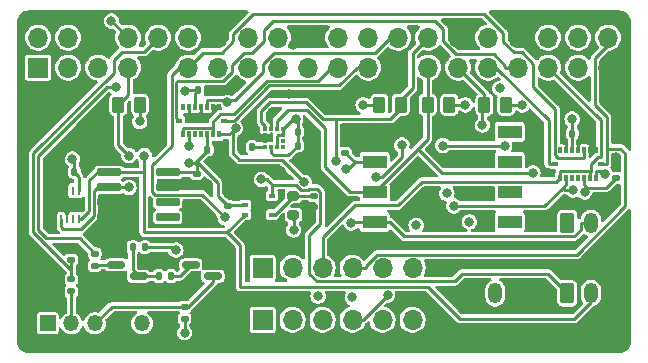
<source format=gtl>
G04 #@! TF.GenerationSoftware,KiCad,Pcbnew,8.0.3*
G04 #@! TF.CreationDate,2024-06-13T11:49:56-06:00*
G04 #@! TF.ProjectId,PCB_Project,5043425f-5072-46f6-9a65-63742e6b6963,rev?*
G04 #@! TF.SameCoordinates,Original*
G04 #@! TF.FileFunction,Copper,L1,Top*
G04 #@! TF.FilePolarity,Positive*
%FSLAX46Y46*%
G04 Gerber Fmt 4.6, Leading zero omitted, Abs format (unit mm)*
G04 Created by KiCad (PCBNEW 8.0.3) date 2024-06-13 11:49:56*
%MOMM*%
%LPD*%
G01*
G04 APERTURE LIST*
G04 Aperture macros list*
%AMRoundRect*
0 Rectangle with rounded corners*
0 $1 Rounding radius*
0 $2 $3 $4 $5 $6 $7 $8 $9 X,Y pos of 4 corners*
0 Add a 4 corners polygon primitive as box body*
4,1,4,$2,$3,$4,$5,$6,$7,$8,$9,$2,$3,0*
0 Add four circle primitives for the rounded corners*
1,1,$1+$1,$2,$3*
1,1,$1+$1,$4,$5*
1,1,$1+$1,$6,$7*
1,1,$1+$1,$8,$9*
0 Add four rect primitives between the rounded corners*
20,1,$1+$1,$2,$3,$4,$5,0*
20,1,$1+$1,$4,$5,$6,$7,0*
20,1,$1+$1,$6,$7,$8,$9,0*
20,1,$1+$1,$8,$9,$2,$3,0*%
%AMFreePoly0*
4,1,14,0.628536,0.853536,0.630000,0.850000,0.630000,-0.850000,0.628536,-0.853536,0.625000,-0.855000,-0.625000,-0.855000,-0.628536,-0.853536,-0.630000,-0.850000,-0.630000,0.550000,-0.628536,0.553536,-0.328536,0.853536,-0.325000,0.855000,0.625000,0.855000,0.628536,0.853536,0.628536,0.853536,$1*%
G04 Aperture macros list end*
G04 #@! TA.AperFunction,SMDPad,CuDef*
%ADD10R,0.350000X0.590000*%
G04 #@! TD*
G04 #@! TA.AperFunction,SMDPad,CuDef*
%ADD11R,0.590000X0.350000*%
G04 #@! TD*
G04 #@! TA.AperFunction,SMDPad,CuDef*
%ADD12RoundRect,0.140000X-0.170000X0.140000X-0.170000X-0.140000X0.170000X-0.140000X0.170000X0.140000X0*%
G04 #@! TD*
G04 #@! TA.AperFunction,SMDPad,CuDef*
%ADD13RoundRect,0.140000X-0.140000X-0.170000X0.140000X-0.170000X0.140000X0.170000X-0.140000X0.170000X0*%
G04 #@! TD*
G04 #@! TA.AperFunction,ComponentPad*
%ADD14R,1.700000X1.700000*%
G04 #@! TD*
G04 #@! TA.AperFunction,ComponentPad*
%ADD15O,1.700000X1.700000*%
G04 #@! TD*
G04 #@! TA.AperFunction,SMDPad,CuDef*
%ADD16R,0.550000X0.400000*%
G04 #@! TD*
G04 #@! TA.AperFunction,SMDPad,CuDef*
%ADD17FreePoly0,180.000000*%
G04 #@! TD*
G04 #@! TA.AperFunction,ComponentPad*
%ADD18RoundRect,0.250000X-0.350000X-0.625000X0.350000X-0.625000X0.350000X0.625000X-0.350000X0.625000X0*%
G04 #@! TD*
G04 #@! TA.AperFunction,ComponentPad*
%ADD19O,1.200000X1.750000*%
G04 #@! TD*
G04 #@! TA.AperFunction,SMDPad,CuDef*
%ADD20RoundRect,0.250000X0.262500X0.450000X-0.262500X0.450000X-0.262500X-0.450000X0.262500X-0.450000X0*%
G04 #@! TD*
G04 #@! TA.AperFunction,SMDPad,CuDef*
%ADD21RoundRect,0.135000X-0.135000X-0.185000X0.135000X-0.185000X0.135000X0.185000X-0.135000X0.185000X0*%
G04 #@! TD*
G04 #@! TA.AperFunction,SMDPad,CuDef*
%ADD22R,0.375000X0.350000*%
G04 #@! TD*
G04 #@! TA.AperFunction,SMDPad,CuDef*
%ADD23R,0.350000X0.375000*%
G04 #@! TD*
G04 #@! TA.AperFunction,SMDPad,CuDef*
%ADD24RoundRect,0.140000X0.170000X-0.140000X0.170000X0.140000X-0.170000X0.140000X-0.170000X-0.140000X0*%
G04 #@! TD*
G04 #@! TA.AperFunction,SMDPad,CuDef*
%ADD25RoundRect,0.135000X-0.185000X0.135000X-0.185000X-0.135000X0.185000X-0.135000X0.185000X0.135000X0*%
G04 #@! TD*
G04 #@! TA.AperFunction,SMDPad,CuDef*
%ADD26R,2.030000X1.140000*%
G04 #@! TD*
G04 #@! TA.AperFunction,SMDPad,CuDef*
%ADD27RoundRect,0.140000X0.140000X0.170000X-0.140000X0.170000X-0.140000X-0.170000X0.140000X-0.170000X0*%
G04 #@! TD*
G04 #@! TA.AperFunction,SMDPad,CuDef*
%ADD28RoundRect,0.135000X0.185000X-0.135000X0.185000X0.135000X-0.185000X0.135000X-0.185000X-0.135000X0*%
G04 #@! TD*
G04 #@! TA.AperFunction,SMDPad,CuDef*
%ADD29RoundRect,0.150000X-0.587500X-0.150000X0.587500X-0.150000X0.587500X0.150000X-0.587500X0.150000X0*%
G04 #@! TD*
G04 #@! TA.AperFunction,SMDPad,CuDef*
%ADD30RoundRect,0.200000X0.275000X-0.200000X0.275000X0.200000X-0.275000X0.200000X-0.275000X-0.200000X0*%
G04 #@! TD*
G04 #@! TA.AperFunction,ComponentPad*
%ADD31R,1.350000X1.350000*%
G04 #@! TD*
G04 #@! TA.AperFunction,ComponentPad*
%ADD32O,1.350000X1.350000*%
G04 #@! TD*
G04 #@! TA.AperFunction,SMDPad,CuDef*
%ADD33R,0.254000X0.762000*%
G04 #@! TD*
G04 #@! TA.AperFunction,SMDPad,CuDef*
%ADD34R,2.006600X1.295400*%
G04 #@! TD*
G04 #@! TA.AperFunction,SMDPad,CuDef*
%ADD35RoundRect,0.250000X-0.262500X-0.450000X0.262500X-0.450000X0.262500X0.450000X-0.262500X0.450000X0*%
G04 #@! TD*
G04 #@! TA.AperFunction,SMDPad,CuDef*
%ADD36RoundRect,0.075000X-0.910000X-0.225000X0.910000X-0.225000X0.910000X0.225000X-0.910000X0.225000X0*%
G04 #@! TD*
G04 #@! TA.AperFunction,ViaPad*
%ADD37C,0.800000*%
G04 #@! TD*
G04 #@! TA.AperFunction,Conductor*
%ADD38C,0.250000*%
G04 #@! TD*
G04 APERTURE END LIST*
D10*
X108100000Y-76170000D03*
X108600000Y-76170000D03*
X109100000Y-76170000D03*
X109600000Y-76170000D03*
X110100000Y-76170000D03*
X110600000Y-76170000D03*
X111100000Y-76170000D03*
D11*
X111515000Y-77335000D03*
D10*
X111100000Y-78500000D03*
X110600000Y-78500000D03*
X110100000Y-78500000D03*
X109600000Y-78500000D03*
X109100000Y-78500000D03*
X108600000Y-78500000D03*
X108100000Y-78500000D03*
D11*
X107685000Y-77335000D03*
D12*
X109225000Y-81855000D03*
X109225000Y-82815000D03*
D13*
X109320000Y-74770000D03*
X110280000Y-74770000D03*
D14*
X114800000Y-94200000D03*
D15*
X117340000Y-94200000D03*
X119880000Y-94200000D03*
X122420000Y-94200000D03*
X124960000Y-94200000D03*
X127500000Y-94200000D03*
D12*
X121800000Y-79120000D03*
X121800000Y-80080000D03*
D16*
X115600000Y-85300000D03*
X115600000Y-84500000D03*
X115600000Y-83700000D03*
X113300000Y-83700000D03*
X113300000Y-84500000D03*
X113300000Y-85300000D03*
D17*
X114450000Y-84500000D03*
D13*
X110120000Y-79800000D03*
X111080000Y-79800000D03*
D18*
X140600000Y-91950000D03*
D19*
X142600000Y-91950000D03*
D20*
X130600000Y-76000000D03*
X128775000Y-76000000D03*
D21*
X106015000Y-90500000D03*
X107035000Y-90500000D03*
D12*
X119117500Y-83700000D03*
X119117500Y-84660000D03*
D22*
X115037500Y-78050000D03*
X115037500Y-78550000D03*
X115037500Y-79050000D03*
X115037500Y-79550000D03*
D23*
X115550000Y-79562500D03*
X116050000Y-79562500D03*
D22*
X116562500Y-79550000D03*
X116562500Y-79050000D03*
X116562500Y-78550000D03*
X116562500Y-78050000D03*
D23*
X116050000Y-78037500D03*
X115550000Y-78037500D03*
D20*
X104412500Y-76000000D03*
X102587500Y-76000000D03*
D24*
X144700000Y-82197500D03*
X144700000Y-81237500D03*
D25*
X108200000Y-93090000D03*
X108200000Y-94110000D03*
D12*
X111900000Y-83620000D03*
X111900000Y-84580000D03*
D10*
X140000000Y-79835000D03*
X140500000Y-79835000D03*
X141000000Y-79835000D03*
X141500000Y-79835000D03*
X142000000Y-79835000D03*
X142500000Y-79835000D03*
X143000000Y-79835000D03*
D11*
X143415000Y-81000000D03*
D10*
X143000000Y-82165000D03*
X142500000Y-82165000D03*
X142000000Y-82165000D03*
X141500000Y-82165000D03*
X141000000Y-82165000D03*
X140500000Y-82165000D03*
X140000000Y-82165000D03*
D11*
X139585000Y-81000000D03*
D26*
X124285000Y-78290000D03*
X124285000Y-80830000D03*
X124285000Y-83370000D03*
X124285000Y-85910000D03*
X135715000Y-85910000D03*
X135715000Y-83370000D03*
X135715000Y-80830000D03*
X135715000Y-78290000D03*
D21*
X103815000Y-88050000D03*
X104835000Y-88050000D03*
D25*
X98600000Y-88090000D03*
X98600000Y-89110000D03*
X98600000Y-90780000D03*
X98600000Y-91800000D03*
D27*
X98855000Y-81680800D03*
X97895000Y-81680800D03*
D13*
X117770000Y-78262500D03*
X118730000Y-78262500D03*
D28*
X100600000Y-89610000D03*
X100600000Y-88590000D03*
D14*
X114800000Y-89800000D03*
D15*
X117340000Y-89800000D03*
X119880000Y-89800000D03*
X122420000Y-89800000D03*
X124960000Y-89800000D03*
X127500000Y-89800000D03*
D29*
X102425000Y-89550000D03*
X102425000Y-91450000D03*
X104300000Y-90500000D03*
D18*
X132500000Y-91950000D03*
D19*
X134500000Y-91950000D03*
D18*
X140600000Y-86000000D03*
D19*
X142600000Y-86000000D03*
D27*
X113900000Y-79562500D03*
X112940000Y-79562500D03*
D30*
X117417500Y-85350000D03*
X117417500Y-83700000D03*
D31*
X96600000Y-94500000D03*
D32*
X98600000Y-94500000D03*
X100600000Y-94500000D03*
X102600000Y-94500000D03*
X104600000Y-94500000D03*
D13*
X117770000Y-79462500D03*
X118730000Y-79462500D03*
D20*
X135412500Y-76000000D03*
X133587500Y-76000000D03*
D33*
X97744999Y-85700000D03*
X98245000Y-85700000D03*
X98745000Y-85700000D03*
X99245001Y-85700000D03*
X99245001Y-83261600D03*
X98745000Y-83261600D03*
X98245000Y-83261600D03*
X97744999Y-83261600D03*
D34*
X98495000Y-84480800D03*
D35*
X124675000Y-76000000D03*
X126500000Y-76000000D03*
D36*
X101825000Y-81695000D03*
X101825000Y-82965000D03*
X101825000Y-84235000D03*
X101825000Y-85505000D03*
X106775000Y-85505000D03*
X106775000Y-84235000D03*
X106775000Y-82965000D03*
X106775000Y-81695000D03*
D29*
X108725000Y-89550000D03*
X108725000Y-91450000D03*
X110600000Y-90500000D03*
D13*
X141020000Y-78435000D03*
X141980000Y-78435000D03*
D14*
X95800000Y-72840000D03*
D15*
X95800000Y-70300000D03*
X98340000Y-72840000D03*
X98340000Y-70300000D03*
X100880000Y-72840000D03*
X100880000Y-70300000D03*
X103420000Y-72840000D03*
X103420000Y-70300000D03*
X105960000Y-72840000D03*
X105960000Y-70300000D03*
X108500000Y-72840000D03*
X108500000Y-70300000D03*
X111040000Y-72840000D03*
X111040000Y-70300000D03*
X113580000Y-72840000D03*
X113580000Y-70300000D03*
X116120000Y-72840000D03*
X116120000Y-70300000D03*
X118660000Y-72840000D03*
X118660000Y-70300000D03*
X121200000Y-72840000D03*
X121200000Y-70300000D03*
X123740000Y-72840000D03*
X123740000Y-70300000D03*
X126280000Y-72840000D03*
X126280000Y-70300000D03*
X128820000Y-72840000D03*
X128820000Y-70300000D03*
X131360000Y-72840000D03*
X131360000Y-70300000D03*
X133900000Y-72840000D03*
X133900000Y-70300000D03*
X136440000Y-72840000D03*
X136440000Y-70300000D03*
X138980000Y-72840000D03*
X138980000Y-70300000D03*
X141520000Y-72840000D03*
X141520000Y-70300000D03*
X144060000Y-72840000D03*
X144060000Y-70300000D03*
D37*
X107450000Y-88300000D03*
X108200000Y-95300000D03*
X106000000Y-76100000D03*
X118800000Y-80700000D03*
X144700000Y-80400000D03*
X96600000Y-84300000D03*
X145100000Y-78600000D03*
X100700000Y-77700000D03*
X133800000Y-83700000D03*
X129000000Y-84900000D03*
X144600000Y-83600000D03*
X121300000Y-87000000D03*
X115600000Y-76600000D03*
X109100000Y-77100000D03*
X130100000Y-74300000D03*
X117000000Y-75100000D03*
X109200000Y-85300000D03*
X105200000Y-74600000D03*
X116400000Y-81600000D03*
X120600000Y-85100000D03*
X100100000Y-91500000D03*
X96900000Y-91500000D03*
X127300000Y-81700000D03*
X132600000Y-69100000D03*
X122300000Y-78100000D03*
X135500000Y-69000000D03*
X111900000Y-82700000D03*
X100700000Y-87100000D03*
X110200000Y-82700000D03*
X141000000Y-76000000D03*
X142100000Y-74800000D03*
X117400000Y-70948000D03*
X112500000Y-74400000D03*
X102400000Y-74500000D03*
X102000000Y-68900000D03*
X130400000Y-83500000D03*
X121900000Y-81400000D03*
X117600000Y-77200000D03*
X127800000Y-86200000D03*
X142068000Y-83366300D03*
X117418000Y-86600000D03*
X108200000Y-74800000D03*
X98700000Y-80600000D03*
X132300000Y-85900000D03*
X123312000Y-76000000D03*
X108600000Y-80952000D03*
X119500000Y-92200000D03*
X141000000Y-77200000D03*
X104400000Y-77400000D03*
X136788000Y-76000000D03*
X122400000Y-92300000D03*
X131975000Y-76000000D03*
X134900000Y-74600000D03*
X122300000Y-86000000D03*
X120987000Y-80750000D03*
X137692000Y-81751300D03*
X103482000Y-82995000D03*
X103482000Y-80295000D03*
X114700000Y-82305700D03*
X133416000Y-77700000D03*
X104800000Y-80300000D03*
X130074000Y-79450000D03*
X125384000Y-92111500D03*
X135300000Y-79500000D03*
X124389000Y-82114100D03*
X126602000Y-79412900D03*
X118341000Y-82570100D03*
X112516000Y-77972300D03*
X143821000Y-81837500D03*
X130993000Y-84554500D03*
X141100000Y-83200000D03*
X108600000Y-79500000D03*
X111620000Y-85536900D03*
X111829000Y-75798800D03*
D38*
X107200000Y-88050000D02*
X104835000Y-88050000D01*
X108200000Y-94110000D02*
X108200000Y-95300000D01*
X107450000Y-88300000D02*
X107200000Y-88050000D01*
X102200000Y-72200000D02*
X102900000Y-71500000D01*
X98600000Y-90000000D02*
X95400000Y-86800000D01*
X102200000Y-73300000D02*
X102200000Y-72200000D01*
X102900000Y-71500000D02*
X104760000Y-71500000D01*
X95400000Y-80100000D02*
X102200000Y-73300000D01*
X98600000Y-90000000D02*
X98600000Y-90780000D01*
X98600000Y-89110000D02*
X98600000Y-90000000D01*
X95400000Y-86800000D02*
X95400000Y-80100000D01*
X104760000Y-71500000D02*
X105960000Y-70300000D01*
X115550000Y-76650000D02*
X115600000Y-76600000D01*
X108600000Y-76715000D02*
X108885000Y-77000000D01*
X113300000Y-83700000D02*
X111980000Y-83700000D01*
X106775000Y-82965000D02*
X109075000Y-82965000D01*
X115550000Y-78037500D02*
X115550000Y-76650000D01*
X141500000Y-79835000D02*
X141500000Y-79200000D01*
X109075000Y-82965000D02*
X109225000Y-82815000D01*
X108600000Y-76170000D02*
X108600000Y-76715000D01*
X97745000Y-81830800D02*
X97895000Y-81680800D01*
X97745000Y-83261600D02*
X97745000Y-81830800D01*
X109100000Y-77100000D02*
X109600000Y-76600000D01*
X108885000Y-77000000D02*
X109100000Y-77100000D01*
X140500000Y-79835000D02*
X140500000Y-79200000D01*
X109600000Y-76600000D02*
X109600000Y-76170000D01*
X111980000Y-83700000D02*
X111900000Y-83620000D01*
X95800000Y-80348000D02*
X101648000Y-74500000D01*
X96500000Y-87300000D02*
X95800000Y-86600000D01*
X99310000Y-87300000D02*
X96500000Y-87300000D01*
X102020000Y-68900000D02*
X103420000Y-70300000D01*
X100600000Y-88590000D02*
X99310000Y-87300000D01*
X95800000Y-86600000D02*
X95800000Y-80348000D01*
X101648000Y-74500000D02*
X102400000Y-74500000D01*
X102000000Y-68900000D02*
X102020000Y-68900000D01*
X142000000Y-82165000D02*
X142000000Y-82710000D01*
X117418000Y-86212500D02*
X117418000Y-86212000D01*
X116562000Y-78049900D02*
X116562000Y-78050000D01*
X111000000Y-82577900D02*
X111000000Y-83680000D01*
X117418000Y-86212000D02*
X117418000Y-85781200D01*
X116562000Y-78548100D02*
X116562000Y-78548600D01*
X108600000Y-80952000D02*
X109038000Y-80952000D01*
X142068000Y-83366300D02*
X142290000Y-83144700D01*
X116562000Y-78300500D02*
X116562000Y-78425200D01*
X116970000Y-80262500D02*
X115750000Y-80262500D01*
X117418000Y-85781200D02*
X117418000Y-85637500D01*
X116562500Y-78174500D02*
X116562500Y-78050000D01*
X116562000Y-78548600D02*
X116562000Y-78549300D01*
X116562000Y-78049800D02*
X116562000Y-78049900D01*
X116562000Y-78542400D02*
X116562000Y-78546200D01*
X116562000Y-78550000D02*
X116125000Y-78550000D01*
X98777500Y-80677500D02*
X98798300Y-80677500D01*
X116562000Y-78549300D02*
X116562000Y-78549600D01*
X116562000Y-78518800D02*
X116562000Y-78534400D01*
X98855000Y-80755000D02*
X98855000Y-81680800D01*
X116562000Y-78049500D02*
X116562000Y-78049700D01*
X117770000Y-77370000D02*
X117770000Y-78262500D01*
X141000000Y-78455000D02*
X141020000Y-78435000D01*
X141020000Y-78435000D02*
X141020000Y-77220000D01*
X98777500Y-80677500D02*
X98855000Y-80755000D01*
X109120000Y-74770000D02*
X108230000Y-74770000D01*
X122048000Y-81400000D02*
X122584000Y-80864200D01*
X116562000Y-78534400D02*
X116562000Y-78534900D01*
X122584000Y-80864200D02*
X122618000Y-80830000D01*
X109065000Y-81695000D02*
X109225000Y-81855000D01*
X109320000Y-74770000D02*
X109120000Y-74770000D01*
X142290000Y-83144700D02*
X142290000Y-83000000D01*
X116562000Y-78546200D02*
X116562000Y-78548100D01*
X135412500Y-76000000D02*
X136788000Y-76000000D01*
X109100000Y-74990000D02*
X109320000Y-74770000D01*
X109100000Y-76170000D02*
X109100000Y-74990000D01*
X109100000Y-80952000D02*
X109374000Y-80952000D01*
X117770000Y-78262500D02*
X117770000Y-79462500D01*
X116562000Y-78549600D02*
X116562100Y-78549600D01*
X108230000Y-74770000D02*
X108215000Y-74785000D01*
X117418000Y-86500000D02*
X117418000Y-86600000D01*
X116562000Y-78549600D02*
X116562000Y-78550000D01*
X116562000Y-78487600D02*
X116562000Y-78518800D01*
X141000000Y-79835000D02*
X141000000Y-78455000D01*
X142290000Y-83000000D02*
X143898000Y-83000000D01*
X111000000Y-83680000D02*
X111900000Y-84580000D01*
X110120000Y-79870000D02*
X110100000Y-79850000D01*
X104400000Y-76368300D02*
X104400000Y-76712200D01*
X110100000Y-79354200D02*
X110100000Y-78500000D01*
X104412000Y-76699700D02*
X104412000Y-76349800D01*
X109100000Y-80952000D02*
X109225000Y-81077000D01*
X117412000Y-77200000D02*
X116562000Y-78049500D01*
X109374000Y-80952000D02*
X111000000Y-82577900D01*
X117418000Y-85781200D02*
X117417500Y-85780700D01*
X121900000Y-81400000D02*
X122048000Y-81400000D01*
X124675000Y-76000000D02*
X123312000Y-76000000D01*
X116125000Y-78550000D02*
X116050000Y-78625000D01*
X121800000Y-80080000D02*
X122584000Y-80864200D01*
X115550000Y-80062500D02*
X115550000Y-79562500D01*
X116562000Y-78534900D02*
X116562000Y-78542400D01*
X117770000Y-79462500D02*
X116970000Y-80262500D01*
X115750000Y-80262500D02*
X115550000Y-80062500D01*
X122618000Y-80830000D02*
X124285000Y-80830000D01*
X109100000Y-74790000D02*
X109120000Y-74770000D01*
X108200000Y-74800000D02*
X108200000Y-74785000D01*
X141020000Y-77220000D02*
X141000000Y-77200000D01*
X109038000Y-80952000D02*
X109100000Y-80952000D01*
X117600000Y-77200000D02*
X117412000Y-77200000D01*
X116562000Y-78175000D02*
X116562000Y-78300000D01*
X116562000Y-78425200D02*
X116562000Y-78487600D01*
X109038000Y-80952000D02*
X110120000Y-79870000D01*
X99245000Y-83261600D02*
X99245000Y-82070800D01*
X143898000Y-83000000D02*
X144700000Y-82197500D01*
X116050000Y-78625000D02*
X116050000Y-79562500D01*
X116562000Y-78175000D02*
X116562500Y-78174500D01*
X108215000Y-74785000D02*
X108200000Y-74785000D01*
X117417500Y-85780700D02*
X117417500Y-85350000D01*
X142000000Y-82710000D02*
X142290000Y-83000000D01*
X104400000Y-76368300D02*
X104412500Y-76355800D01*
X116562000Y-78300000D02*
X116562000Y-78300500D01*
X130600000Y-76000000D02*
X131975000Y-76000000D01*
X104400000Y-76024500D02*
X104400000Y-76368300D01*
X116562000Y-78049700D02*
X116562000Y-78049800D01*
X113300000Y-84500000D02*
X111980000Y-84500000D01*
X116562000Y-78050000D02*
X116562000Y-78175000D01*
X104400000Y-76712200D02*
X104412000Y-76699700D01*
X106775000Y-81695000D02*
X109065000Y-81695000D01*
X110100000Y-79354200D02*
X110120000Y-79374200D01*
X104400000Y-76712200D02*
X104400000Y-77400000D01*
X110120000Y-79374200D02*
X110120000Y-79800000D01*
X109225000Y-81077000D02*
X109225000Y-81855000D01*
X104412500Y-76355800D02*
X104412500Y-76000000D01*
X98700000Y-80600000D02*
X98777500Y-80677500D01*
X99245000Y-82070800D02*
X98855000Y-81680800D01*
X116562100Y-78549600D02*
X116562500Y-78550000D01*
X117600000Y-77200000D02*
X117770000Y-77370000D01*
X111980000Y-84500000D02*
X111900000Y-84580000D01*
X117418000Y-86500000D02*
X117418000Y-86212500D01*
X110100000Y-79850000D02*
X110100000Y-79354200D01*
X121100000Y-77200000D02*
X125600000Y-77200000D01*
X141177000Y-87129700D02*
X126773000Y-87129700D01*
X125554000Y-85910000D02*
X124285000Y-85910000D01*
X126500000Y-75600000D02*
X127500000Y-74600000D01*
X141746000Y-86000000D02*
X141746000Y-86560300D01*
X115038000Y-77789100D02*
X115038000Y-77789600D01*
X120987000Y-80750000D02*
X120987000Y-77312900D01*
X126500000Y-76300000D02*
X126500000Y-76000000D01*
X115400000Y-75800000D02*
X114700000Y-76500000D01*
X114700000Y-77451600D02*
X115038000Y-77789100D01*
X120987000Y-77312900D02*
X121100000Y-77200000D01*
X118500000Y-75800000D02*
X115400000Y-75800000D01*
X125600000Y-77200000D02*
X126500000Y-76300000D01*
X124285000Y-85910000D02*
X122390000Y-85910000D01*
X142600000Y-86000000D02*
X141746000Y-86000000D01*
X126773000Y-87129700D02*
X125554000Y-85910000D01*
X126500000Y-76000000D02*
X126500000Y-75600000D01*
X119900000Y-77200000D02*
X118500000Y-75800000D01*
X115038000Y-77789600D02*
X115038000Y-77854700D01*
X127500000Y-74600000D02*
X127500000Y-71620000D01*
X115037500Y-77855200D02*
X115037500Y-78050000D01*
X114700000Y-76500000D02*
X114700000Y-77451600D01*
X141746000Y-86560300D02*
X141177000Y-87129700D01*
X115038000Y-77854700D02*
X115037500Y-77855200D01*
X122390000Y-85910000D02*
X122300000Y-86000000D01*
X121100000Y-77200000D02*
X119900000Y-77200000D01*
X127500000Y-71620000D02*
X128820000Y-70300000D01*
X115038000Y-77854700D02*
X115038000Y-77919800D01*
X116050000Y-77327900D02*
X116930000Y-76448000D01*
X128775000Y-78880000D02*
X128775000Y-76000000D01*
X128775000Y-72885000D02*
X128820000Y-72840000D01*
X128775000Y-76000000D02*
X128775000Y-72885000D01*
X127948000Y-79707300D02*
X128775000Y-78880000D01*
X116930000Y-76448000D02*
X118548000Y-76448000D01*
X124285000Y-83370000D02*
X127948000Y-79707300D01*
X120100000Y-81300000D02*
X122170000Y-83370000D01*
X118548000Y-76448000D02*
X120100000Y-78000000D01*
X116050000Y-78037500D02*
X116050000Y-77327900D01*
X120100000Y-78000000D02*
X120100000Y-81300000D01*
X122170000Y-83370000D02*
X124285000Y-83370000D01*
X127948000Y-79707300D02*
X129992000Y-81751300D01*
X129992000Y-81751300D02*
X137692000Y-81751300D01*
X99457000Y-86500000D02*
X97900000Y-86500000D01*
X119690000Y-86088600D02*
X119690000Y-83366500D01*
X118745000Y-90301400D02*
X118745000Y-87033200D01*
X97900000Y-86500000D02*
X97745000Y-86345000D01*
X100522000Y-85435000D02*
X99457000Y-86500000D01*
X103420000Y-72840000D02*
X103420000Y-75167500D01*
X102587500Y-76000000D02*
X102588000Y-76000000D01*
X118071000Y-83223800D02*
X117612000Y-82765300D01*
X97745000Y-86345000D02*
X97745000Y-85700000D01*
X101825000Y-82965000D02*
X103452000Y-82965000D01*
X118744000Y-83109100D02*
X118630000Y-83223800D01*
X119384000Y-90940300D02*
X118745000Y-90301400D01*
X103420000Y-75167500D02*
X102588000Y-76000000D01*
X138950000Y-90300000D02*
X131700000Y-90300000D01*
X100840000Y-82965000D02*
X100522000Y-83283000D01*
X114700000Y-82305700D02*
X115140000Y-82305700D01*
X118745000Y-87033200D02*
X119690000Y-86088600D01*
X117612000Y-82765300D02*
X115600000Y-82765300D01*
X102588000Y-76000000D02*
X102588000Y-79400000D01*
X101825000Y-82965000D02*
X100840000Y-82965000D01*
X115600000Y-82765300D02*
X115600000Y-83700000D01*
X140600000Y-91950000D02*
X138950000Y-90300000D01*
X102588000Y-79400000D02*
X103482000Y-80295000D01*
X100522000Y-83283000D02*
X100522000Y-85435000D01*
X119432000Y-83109100D02*
X118744000Y-83109100D01*
X103452000Y-82965000D02*
X103482000Y-82995000D01*
X118630000Y-83223800D02*
X118071000Y-83223800D01*
X131060000Y-90940300D02*
X119384000Y-90940300D01*
X119690000Y-83366500D02*
X119432000Y-83109100D01*
X131700000Y-90300000D02*
X131060000Y-90940300D01*
X115140000Y-82305700D02*
X115600000Y-82765300D01*
X113300000Y-85300000D02*
X111800000Y-86800000D01*
X104750000Y-80350000D02*
X104800000Y-80300000D01*
X131500000Y-94100000D02*
X141200000Y-94100000D01*
X111800000Y-86800000D02*
X112900000Y-87900000D01*
X141200000Y-94100000D02*
X142600000Y-92700000D01*
X133588000Y-75533800D02*
X133587500Y-75534300D01*
X112900000Y-91388300D02*
X128788000Y-91388300D01*
X104750000Y-86750000D02*
X104750000Y-81790000D01*
X99430800Y-85700000D02*
X99245000Y-85700000D01*
X128788000Y-91388300D02*
X131500000Y-94100000D01*
X100145000Y-82390000D02*
X100145000Y-84985800D01*
X100840000Y-81695000D02*
X100145000Y-82390000D01*
X101825000Y-81695000D02*
X100840000Y-81695000D01*
X142600000Y-92700000D02*
X142600000Y-91950000D01*
X104750000Y-81600000D02*
X104655000Y-81695000D01*
X131360000Y-72840000D02*
X133588000Y-75067500D01*
X133416000Y-76172300D02*
X133416000Y-77700000D01*
X111800000Y-86800000D02*
X104800000Y-86800000D01*
X104800000Y-86800000D02*
X104750000Y-86750000D01*
X100145000Y-84985800D02*
X99430800Y-85700000D01*
X104750000Y-81790000D02*
X104750000Y-81600000D01*
X112900000Y-87900000D02*
X112900000Y-91388300D01*
X133588000Y-75067500D02*
X133588000Y-75533800D01*
X133588000Y-76000200D02*
X133416000Y-76172300D01*
X133587500Y-75534300D02*
X133587500Y-76000000D01*
X133588000Y-75533800D02*
X133588000Y-76000200D01*
X104750000Y-81790000D02*
X104750000Y-80350000D01*
X104655000Y-81695000D02*
X101825000Y-81695000D01*
X102010000Y-93090000D02*
X108200000Y-93090000D01*
X108200000Y-93090000D02*
X108520000Y-93090000D01*
X100600000Y-94500000D02*
X102010000Y-93090000D01*
X108520000Y-93090000D02*
X110600000Y-91010000D01*
X110600000Y-91010000D02*
X110600000Y-90500000D01*
X98600000Y-94500000D02*
X98600000Y-91800000D01*
X115037500Y-79550000D02*
X113912000Y-79550000D01*
X113912000Y-79550000D02*
X113900000Y-79562500D01*
X122774000Y-72840000D02*
X121263000Y-74351600D01*
X135250000Y-79450000D02*
X130074000Y-79450000D01*
X135300000Y-79500000D02*
X135250000Y-79450000D01*
X112378000Y-77335000D02*
X111515000Y-77335000D01*
X123740000Y-72840000D02*
X122774000Y-72840000D01*
X123295000Y-94200000D02*
X122420000Y-94200000D01*
X125384000Y-92111500D02*
X123295000Y-94200000D01*
X115361000Y-74351600D02*
X112378000Y-77335000D01*
X121263000Y-74351600D02*
X115361000Y-74351600D01*
X145500000Y-84606200D02*
X145500000Y-80100000D01*
X145100000Y-79700000D02*
X143964000Y-79700000D01*
X143964000Y-81000000D02*
X143415000Y-81000000D01*
X124489000Y-88696300D02*
X141410000Y-88696300D01*
X145500000Y-80100000D02*
X145100000Y-79700000D01*
X143964000Y-79700000D02*
X143964000Y-81000000D01*
X143964000Y-77063700D02*
X143964000Y-79700000D01*
X142950000Y-76049600D02*
X143964000Y-77063700D01*
X123524000Y-89800000D02*
X123524000Y-89661900D01*
X144060000Y-70940000D02*
X142950000Y-72050000D01*
X123524000Y-89661900D02*
X124489000Y-88696300D01*
X141410000Y-88696300D02*
X145500000Y-84606200D01*
X142950000Y-72050000D02*
X142950000Y-76049600D01*
X144060000Y-70300000D02*
X144060000Y-70940000D01*
X122420000Y-89800000D02*
X123524000Y-89800000D01*
X108100000Y-77951300D02*
X110600000Y-77951300D01*
X126602000Y-79412900D02*
X126602000Y-80456500D01*
X111220000Y-76790000D02*
X110600000Y-77410100D01*
X126602000Y-80456500D02*
X124945000Y-82114100D01*
X108100000Y-78500000D02*
X108100000Y-77951300D01*
X119456000Y-73943700D02*
X115202000Y-73943700D01*
X110600000Y-77951300D02*
X110600000Y-78500000D01*
X124945000Y-82114100D02*
X124389000Y-82114100D01*
X115202000Y-73943700D02*
X112356000Y-76790000D01*
X120560000Y-72840000D02*
X119456000Y-73943700D01*
X112356000Y-76790000D02*
X111220000Y-76790000D01*
X121200000Y-72840000D02*
X120560000Y-72840000D01*
X110600000Y-77410100D02*
X110600000Y-77951300D01*
X112300000Y-78188200D02*
X112300000Y-80100000D01*
X112840000Y-80639500D02*
X116410000Y-80639500D01*
X112300000Y-80100000D02*
X112840000Y-80639500D01*
X111988000Y-78500000D02*
X112300000Y-78188200D01*
X112300000Y-78188200D02*
X112516000Y-77972300D01*
X112516000Y-77972300D02*
X112300000Y-78187900D01*
X111100000Y-78500000D02*
X111988000Y-78500000D01*
X116410000Y-80639500D02*
X118341000Y-82570100D01*
X112300000Y-78187900D02*
X112300000Y-78188200D01*
X143600000Y-81616300D02*
X143000000Y-81616300D01*
X143000000Y-81616300D02*
X143000000Y-82165000D01*
X143821000Y-81837500D02*
X143600000Y-81616300D01*
X142573000Y-81649900D02*
X142539000Y-81616300D01*
X142500000Y-81616300D02*
X140000000Y-81616300D01*
X143427000Y-80382000D02*
X143169000Y-80382000D01*
X139652000Y-82513300D02*
X140000000Y-82165000D01*
X119880000Y-87220000D02*
X122600000Y-84500000D01*
X140000000Y-81616300D02*
X140000000Y-82165000D01*
X142500000Y-82165000D02*
X142500000Y-81616300D01*
X142539000Y-81616300D02*
X142500000Y-81616300D01*
X122600000Y-84500000D02*
X126296000Y-84500000D01*
X143427000Y-77287000D02*
X143427000Y-80382000D01*
X128283000Y-82513300D02*
X139652000Y-82513300D01*
X142573000Y-80978100D02*
X142573000Y-81649900D01*
X119880000Y-89800000D02*
X119880000Y-87220000D01*
X126296000Y-84500000D02*
X128283000Y-82513300D01*
X143169000Y-80382000D02*
X142573000Y-80978100D01*
X138980000Y-72840000D02*
X143427000Y-77287000D01*
X108725000Y-89550000D02*
X107775000Y-90500000D01*
X107775000Y-90500000D02*
X107035000Y-90500000D01*
X100660000Y-89550000D02*
X100600000Y-89610000D01*
X102425000Y-89550000D02*
X100660000Y-89550000D01*
X103815000Y-88050000D02*
X103815000Y-90015000D01*
X104300000Y-90500000D02*
X106015000Y-90500000D01*
X103815000Y-90015000D02*
X104300000Y-90500000D01*
X117418000Y-83700000D02*
X117418000Y-83700500D01*
X115818000Y-85300000D02*
X115600000Y-85300000D01*
X117849100Y-83700000D02*
X117418000Y-83700000D01*
X119117500Y-83700000D02*
X117849100Y-83700000D01*
X117849100Y-83700000D02*
X117417500Y-83700000D01*
X117418000Y-83700500D02*
X115818000Y-85300000D01*
X134560000Y-72840000D02*
X139036000Y-77315900D01*
X139036000Y-77315900D02*
X139036000Y-81000000D01*
X139036000Y-81000000D02*
X139585000Y-81000000D01*
X133900000Y-72840000D02*
X134560000Y-72840000D01*
X113260000Y-71570000D02*
X113910000Y-71570000D01*
X135336000Y-72701900D02*
X135336000Y-72840000D01*
X115700000Y-68900000D02*
X129400000Y-68900000D01*
X135336000Y-72840000D02*
X136440000Y-72840000D01*
X107500000Y-74100000D02*
X107638000Y-73962000D01*
X114900000Y-69700000D02*
X115700000Y-68900000D01*
X129400000Y-68900000D02*
X130090000Y-69590000D01*
X107685000Y-77335000D02*
X107500000Y-77150000D01*
X130090000Y-70619500D02*
X131207000Y-71736300D01*
X112207000Y-73245400D02*
X112207000Y-72623300D01*
X107500000Y-77150000D02*
X107500000Y-74100000D01*
X130090000Y-69590000D02*
X130090000Y-70619500D01*
X112207000Y-72623300D02*
X113260000Y-71570000D01*
X111491000Y-73962000D02*
X112207000Y-73245400D01*
X134371000Y-71736300D02*
X135336000Y-72701900D01*
X113910000Y-71570000D02*
X114900000Y-70580100D01*
X107638000Y-73962000D02*
X111491000Y-73962000D01*
X114900000Y-70580100D02*
X114900000Y-69700000D01*
X131207000Y-71736300D02*
X134371000Y-71736300D01*
X141100000Y-83200000D02*
X140381000Y-83200000D01*
X140381000Y-83200000D02*
X140197000Y-83016500D01*
X138659000Y-84554500D02*
X140197000Y-83016500D01*
X140500000Y-82165000D02*
X140500000Y-82713700D01*
X130993000Y-84554500D02*
X138659000Y-84554500D01*
X140500000Y-82713700D02*
X140197000Y-83016500D01*
X108600000Y-79500000D02*
X108600000Y-78500000D01*
X107123000Y-79477000D02*
X105475000Y-81125100D01*
X139571000Y-76342400D02*
X137710000Y-74481100D01*
X105475000Y-81125100D02*
X105475000Y-83348600D01*
X136072000Y-71547800D02*
X135170000Y-70645500D01*
X137710000Y-74481100D02*
X137710000Y-72523300D01*
X133548300Y-68300000D02*
X114021500Y-68300000D01*
X136734000Y-71547800D02*
X136072000Y-71547800D01*
X112310000Y-70011500D02*
X112310000Y-70619500D01*
X135170000Y-69921700D02*
X133548300Y-68300000D01*
X109770000Y-71570000D02*
X108500000Y-72840000D01*
X135170000Y-70645500D02*
X135170000Y-69921700D01*
X112310000Y-70619500D02*
X111360000Y-71570000D01*
X142000000Y-80500000D02*
X139818000Y-80500000D01*
X108500000Y-72840000D02*
X107760000Y-72840000D01*
X139818000Y-80500000D02*
X139571000Y-80253500D01*
X137710000Y-72523300D02*
X136734000Y-71547800D01*
X111360000Y-71570000D02*
X109770000Y-71570000D01*
X142000000Y-79835000D02*
X142000000Y-80500000D01*
X139571000Y-80253500D02*
X139571000Y-76342400D01*
X109683000Y-83600000D02*
X111620000Y-85536900D01*
X114021500Y-68300000D02*
X112310000Y-70011500D01*
X105475000Y-83348600D02*
X105726000Y-83600000D01*
X107123000Y-73477000D02*
X107123000Y-79477000D01*
X107760000Y-72840000D02*
X107123000Y-73477000D01*
X105726000Y-83600000D02*
X109683000Y-83600000D01*
X124300000Y-71600000D02*
X115770000Y-71600000D01*
X112426000Y-75621300D02*
X111829000Y-75621300D01*
X126280000Y-70300000D02*
X125600000Y-70300000D01*
X110100000Y-75621300D02*
X111829000Y-75621300D01*
X114850000Y-73197800D02*
X112426000Y-75621300D01*
X110100000Y-76170000D02*
X110100000Y-75621300D01*
X125600000Y-70300000D02*
X124300000Y-71600000D01*
X111829000Y-75621300D02*
X111829000Y-75798800D01*
X114850000Y-72520500D02*
X114850000Y-73197800D01*
X115770000Y-71600000D02*
X114850000Y-72520500D01*
G04 #@! TA.AperFunction,Conductor*
G36*
X113558140Y-68019685D02*
G01*
X113603895Y-68072489D01*
X113613839Y-68141647D01*
X113584814Y-68205203D01*
X113578782Y-68211681D01*
X112009527Y-69780935D01*
X112009525Y-69780937D01*
X112009525Y-69780938D01*
X111972575Y-69844937D01*
X111960090Y-69866562D01*
X111937710Y-69950087D01*
X111937709Y-69950091D01*
X111934500Y-69962065D01*
X111934500Y-70412678D01*
X111914815Y-70479717D01*
X111898204Y-70500336D01*
X111240728Y-71158158D01*
X111179414Y-71191659D01*
X111153024Y-71194500D01*
X109720564Y-71194500D01*
X109672812Y-71207295D01*
X109672811Y-71207294D01*
X109625063Y-71220089D01*
X109625062Y-71220089D01*
X109577886Y-71247327D01*
X109541486Y-71268343D01*
X109539435Y-71269527D01*
X109025028Y-71783933D01*
X108963705Y-71817418D01*
X108894013Y-71812434D01*
X108892554Y-71811879D01*
X108802461Y-71776977D01*
X108794758Y-71775537D01*
X108601976Y-71739500D01*
X108398024Y-71739500D01*
X108197544Y-71776976D01*
X108197541Y-71776976D01*
X108197541Y-71776977D01*
X108007364Y-71850651D01*
X108007357Y-71850655D01*
X107833960Y-71958017D01*
X107833958Y-71958019D01*
X107683237Y-72095418D01*
X107560327Y-72258178D01*
X107469422Y-72440739D01*
X107469417Y-72440752D01*
X107415081Y-72631719D01*
X107383496Y-72685465D01*
X106892438Y-73176525D01*
X106822526Y-73246436D01*
X106773091Y-73332059D01*
X106773091Y-73332060D01*
X106773090Y-73332062D01*
X106747500Y-73427565D01*
X106747500Y-73427567D01*
X106747500Y-79270107D01*
X106727815Y-79337146D01*
X106711184Y-79357786D01*
X105666009Y-80403025D01*
X105604687Y-80436511D01*
X105534995Y-80431529D01*
X105479060Y-80389659D01*
X105454641Y-80324196D01*
X105455230Y-80300393D01*
X105455239Y-80300319D01*
X105455278Y-80300000D01*
X105437241Y-80151451D01*
X105436237Y-80143181D01*
X105404961Y-80060715D01*
X105380220Y-79995477D01*
X105290483Y-79865470D01*
X105172240Y-79760717D01*
X105172238Y-79760716D01*
X105172237Y-79760715D01*
X105032365Y-79687303D01*
X104878986Y-79649500D01*
X104878985Y-79649500D01*
X104721015Y-79649500D01*
X104721014Y-79649500D01*
X104567634Y-79687303D01*
X104427762Y-79760715D01*
X104310165Y-79864896D01*
X104309517Y-79865470D01*
X104279291Y-79909260D01*
X104244775Y-79959265D01*
X104190492Y-80003255D01*
X104121043Y-80010914D01*
X104058478Y-79979810D01*
X104040675Y-79959264D01*
X104037775Y-79955063D01*
X103972483Y-79860470D01*
X103854240Y-79755717D01*
X103854238Y-79755716D01*
X103854237Y-79755715D01*
X103714365Y-79682303D01*
X103560986Y-79644500D01*
X103560985Y-79644500D01*
X103414371Y-79644500D01*
X103347332Y-79624815D01*
X103326641Y-79608132D01*
X102999770Y-79280895D01*
X102966319Y-79219553D01*
X102963500Y-79193263D01*
X102963500Y-77027941D01*
X102983185Y-76960902D01*
X103035989Y-76915147D01*
X103044146Y-76911767D01*
X103092331Y-76893796D01*
X103207546Y-76807546D01*
X103293796Y-76692331D01*
X103344091Y-76557483D01*
X103350500Y-76497873D01*
X103350499Y-75819579D01*
X103370183Y-75752541D01*
X103386791Y-75731925D01*
X103429888Y-75688802D01*
X103437792Y-75680892D01*
X103499105Y-75647390D01*
X103568798Y-75652353D01*
X103624745Y-75694207D01*
X103649181Y-75759664D01*
X103649500Y-75768548D01*
X103649500Y-76497870D01*
X103649501Y-76497876D01*
X103655908Y-76557483D01*
X103706202Y-76692328D01*
X103706206Y-76692335D01*
X103762659Y-76767745D01*
X103792454Y-76807546D01*
X103845984Y-76847619D01*
X103887855Y-76903552D01*
X103892839Y-76973244D01*
X103873724Y-77017324D01*
X103819780Y-77095476D01*
X103763762Y-77243181D01*
X103744722Y-77399999D01*
X103744722Y-77400000D01*
X103763762Y-77556818D01*
X103818064Y-77699999D01*
X103819780Y-77704523D01*
X103909517Y-77834530D01*
X104027760Y-77939283D01*
X104027762Y-77939284D01*
X104167634Y-78012696D01*
X104321014Y-78050500D01*
X104321015Y-78050500D01*
X104478985Y-78050500D01*
X104632365Y-78012696D01*
X104684075Y-77985556D01*
X104772240Y-77939283D01*
X104890483Y-77834530D01*
X104980220Y-77704523D01*
X105036237Y-77556818D01*
X105055278Y-77400000D01*
X105054562Y-77394099D01*
X105036237Y-77243181D01*
X105000321Y-77148479D01*
X104980220Y-77095477D01*
X104934793Y-77029664D01*
X104912910Y-76963309D01*
X104930376Y-76895658D01*
X104962530Y-76859959D01*
X105032546Y-76807546D01*
X105118796Y-76692331D01*
X105169091Y-76557483D01*
X105175500Y-76497873D01*
X105175499Y-75502128D01*
X105169091Y-75442517D01*
X105167711Y-75438818D01*
X105118797Y-75307671D01*
X105118793Y-75307664D01*
X105032547Y-75192455D01*
X105032544Y-75192452D01*
X104917335Y-75106206D01*
X104917328Y-75106202D01*
X104782486Y-75055910D01*
X104782485Y-75055909D01*
X104782483Y-75055909D01*
X104722873Y-75049500D01*
X104722863Y-75049500D01*
X104102129Y-75049500D01*
X104102123Y-75049501D01*
X104042514Y-75055909D01*
X103962832Y-75085628D01*
X103893140Y-75090612D01*
X103831818Y-75057126D01*
X103798333Y-74995802D01*
X103795500Y-74969446D01*
X103795500Y-73959668D01*
X103815185Y-73892629D01*
X103867989Y-73846874D01*
X103874679Y-73844052D01*
X103912637Y-73829348D01*
X104086041Y-73721981D01*
X104236764Y-73584579D01*
X104359673Y-73421821D01*
X104450582Y-73239250D01*
X104506397Y-73043083D01*
X104525215Y-72840000D01*
X104518487Y-72767397D01*
X104506397Y-72636917D01*
X104499308Y-72612001D01*
X104450582Y-72440750D01*
X104450574Y-72440734D01*
X104382736Y-72304496D01*
X104359673Y-72258179D01*
X104236764Y-72095421D01*
X104232066Y-72091138D01*
X104195784Y-72031428D01*
X104197543Y-71961580D01*
X104236786Y-71903772D01*
X104301052Y-71876357D01*
X104315603Y-71875500D01*
X104809435Y-71875500D01*
X104809436Y-71875500D01*
X104857186Y-71862705D01*
X104904938Y-71849910D01*
X104990562Y-71800475D01*
X105060475Y-71730562D01*
X105434972Y-71356063D01*
X105496293Y-71322580D01*
X105565984Y-71327564D01*
X105567444Y-71328119D01*
X105657544Y-71363024D01*
X105858024Y-71400500D01*
X105858026Y-71400500D01*
X106061974Y-71400500D01*
X106061976Y-71400500D01*
X106262456Y-71363024D01*
X106452637Y-71289348D01*
X106626041Y-71181981D01*
X106757051Y-71062550D01*
X106776762Y-71044581D01*
X106776764Y-71044579D01*
X106899673Y-70881821D01*
X106990582Y-70699250D01*
X107046397Y-70503083D01*
X107065215Y-70300000D01*
X107065215Y-70299999D01*
X107394785Y-70299999D01*
X107394785Y-70300000D01*
X107413602Y-70503082D01*
X107469417Y-70699247D01*
X107469422Y-70699260D01*
X107560327Y-70881821D01*
X107683237Y-71044581D01*
X107833958Y-71181980D01*
X107833960Y-71181982D01*
X107926978Y-71239576D01*
X108007363Y-71289348D01*
X108197544Y-71363024D01*
X108398024Y-71400500D01*
X108398026Y-71400500D01*
X108601974Y-71400500D01*
X108601976Y-71400500D01*
X108802456Y-71363024D01*
X108992637Y-71289348D01*
X109166041Y-71181981D01*
X109297051Y-71062550D01*
X109316762Y-71044581D01*
X109316764Y-71044579D01*
X109439673Y-70881821D01*
X109530582Y-70699250D01*
X109586397Y-70503083D01*
X109605215Y-70300000D01*
X109597341Y-70215029D01*
X109586397Y-70096917D01*
X109586396Y-70096915D01*
X109530582Y-69900750D01*
X109527836Y-69895236D01*
X109486272Y-69811764D01*
X109439673Y-69718179D01*
X109366457Y-69621225D01*
X109316762Y-69555418D01*
X109166041Y-69418019D01*
X109166039Y-69418017D01*
X108992642Y-69310655D01*
X108992635Y-69310651D01*
X108892552Y-69271879D01*
X108802456Y-69236976D01*
X108601976Y-69199500D01*
X108398024Y-69199500D01*
X108197544Y-69236976D01*
X108197541Y-69236976D01*
X108197541Y-69236977D01*
X108007364Y-69310651D01*
X108007357Y-69310655D01*
X107833960Y-69418017D01*
X107833958Y-69418019D01*
X107683237Y-69555418D01*
X107560327Y-69718178D01*
X107469422Y-69900739D01*
X107469417Y-69900752D01*
X107413602Y-70096917D01*
X107394785Y-70299999D01*
X107065215Y-70299999D01*
X107057341Y-70215029D01*
X107046397Y-70096917D01*
X107046396Y-70096915D01*
X106990582Y-69900750D01*
X106987836Y-69895236D01*
X106946272Y-69811764D01*
X106899673Y-69718179D01*
X106826457Y-69621225D01*
X106776762Y-69555418D01*
X106626041Y-69418019D01*
X106626039Y-69418017D01*
X106452642Y-69310655D01*
X106452635Y-69310651D01*
X106352552Y-69271879D01*
X106262456Y-69236976D01*
X106061976Y-69199500D01*
X105858024Y-69199500D01*
X105657544Y-69236976D01*
X105657541Y-69236976D01*
X105657541Y-69236977D01*
X105467364Y-69310651D01*
X105467357Y-69310655D01*
X105293960Y-69418017D01*
X105293958Y-69418019D01*
X105143237Y-69555418D01*
X105020327Y-69718178D01*
X104929422Y-69900739D01*
X104929417Y-69900752D01*
X104873602Y-70096917D01*
X104854785Y-70299999D01*
X104854785Y-70300000D01*
X104873602Y-70503082D01*
X104880213Y-70526315D01*
X104929417Y-70699247D01*
X104930987Y-70704763D01*
X104929007Y-70705326D01*
X104934095Y-70765835D01*
X104901378Y-70827571D01*
X104900290Y-70828672D01*
X104640782Y-71088181D01*
X104579459Y-71121666D01*
X104553101Y-71124500D01*
X104425436Y-71124500D01*
X104358397Y-71104815D01*
X104312642Y-71052011D01*
X104302698Y-70982853D01*
X104326482Y-70925773D01*
X104331607Y-70918986D01*
X104359673Y-70881821D01*
X104450582Y-70699250D01*
X104506397Y-70503083D01*
X104525215Y-70300000D01*
X104517341Y-70215029D01*
X104506397Y-70096917D01*
X104506396Y-70096915D01*
X104450582Y-69900750D01*
X104447836Y-69895236D01*
X104406272Y-69811764D01*
X104359673Y-69718179D01*
X104286457Y-69621225D01*
X104236762Y-69555418D01*
X104086041Y-69418019D01*
X104086039Y-69418017D01*
X103912642Y-69310655D01*
X103912635Y-69310651D01*
X103812552Y-69271879D01*
X103722456Y-69236976D01*
X103521976Y-69199500D01*
X103318024Y-69199500D01*
X103231801Y-69215617D01*
X103117536Y-69236977D01*
X103027443Y-69271879D01*
X102957820Y-69277740D01*
X102896080Y-69245030D01*
X102894970Y-69243933D01*
X102686683Y-69035646D01*
X102653198Y-68974323D01*
X102651268Y-68933022D01*
X102655278Y-68900000D01*
X102636237Y-68743182D01*
X102580220Y-68595477D01*
X102490483Y-68465470D01*
X102372240Y-68360717D01*
X102372238Y-68360716D01*
X102372237Y-68360715D01*
X102232365Y-68287303D01*
X102078986Y-68249500D01*
X102078985Y-68249500D01*
X101921015Y-68249500D01*
X101921014Y-68249500D01*
X101767634Y-68287303D01*
X101627762Y-68360715D01*
X101627760Y-68360717D01*
X101521109Y-68455201D01*
X101509516Y-68465471D01*
X101419781Y-68595475D01*
X101419780Y-68595476D01*
X101363762Y-68743181D01*
X101344722Y-68899999D01*
X101344722Y-68900000D01*
X101363762Y-69056818D01*
X101417431Y-69198328D01*
X101419780Y-69204523D01*
X101509517Y-69334530D01*
X101627760Y-69439283D01*
X101627762Y-69439284D01*
X101767634Y-69512696D01*
X101921014Y-69550500D01*
X102086486Y-69550500D01*
X102086486Y-69553477D01*
X102141891Y-69562684D01*
X102175607Y-69586644D01*
X102360289Y-69771326D01*
X102393774Y-69832649D01*
X102389331Y-69894765D01*
X102390986Y-69895236D01*
X102333603Y-70096915D01*
X102333602Y-70096917D01*
X102314785Y-70299999D01*
X102314785Y-70300000D01*
X102333602Y-70503082D01*
X102389417Y-70699247D01*
X102389422Y-70699260D01*
X102464513Y-70850062D01*
X102480327Y-70881821D01*
X102603236Y-71044579D01*
X102622950Y-71062551D01*
X102659231Y-71122262D01*
X102657471Y-71192109D01*
X102627093Y-71241869D01*
X101969438Y-71899525D01*
X101899526Y-71969436D01*
X101858998Y-72039631D01*
X101808430Y-72087846D01*
X101739823Y-72101067D01*
X101674959Y-72075098D01*
X101668074Y-72069266D01*
X101546041Y-71958019D01*
X101546039Y-71958017D01*
X101372642Y-71850655D01*
X101372635Y-71850651D01*
X101200414Y-71783933D01*
X101182456Y-71776976D01*
X100981976Y-71739500D01*
X100778024Y-71739500D01*
X100577544Y-71776976D01*
X100577541Y-71776976D01*
X100577541Y-71776977D01*
X100387364Y-71850651D01*
X100387357Y-71850655D01*
X100213960Y-71958017D01*
X100213958Y-71958019D01*
X100063237Y-72095418D01*
X99940327Y-72258178D01*
X99849422Y-72440739D01*
X99849417Y-72440752D01*
X99793602Y-72636917D01*
X99774785Y-72839999D01*
X99774785Y-72840000D01*
X99793602Y-73043082D01*
X99849417Y-73239247D01*
X99849422Y-73239260D01*
X99940327Y-73421821D01*
X100063237Y-73584581D01*
X100213958Y-73721980D01*
X100213960Y-73721982D01*
X100282479Y-73764407D01*
X100387363Y-73829348D01*
X100577544Y-73903024D01*
X100757782Y-73936716D01*
X100820061Y-73968383D01*
X100855334Y-74028695D01*
X100852400Y-74098503D01*
X100822676Y-74146285D01*
X95169438Y-79799525D01*
X95099526Y-79869436D01*
X95050089Y-79955063D01*
X95050088Y-79955064D01*
X95040601Y-79990475D01*
X95040601Y-79990476D01*
X95039261Y-79995477D01*
X95026672Y-80042463D01*
X95024699Y-80049825D01*
X95024675Y-80049914D01*
X95024500Y-80050563D01*
X95024500Y-86849436D01*
X95031483Y-86875499D01*
X95031484Y-86875499D01*
X95031484Y-86875500D01*
X95050050Y-86944789D01*
X95050091Y-86944940D01*
X95057573Y-86957899D01*
X95098452Y-87028703D01*
X95099526Y-87030563D01*
X95099529Y-87030566D01*
X98188181Y-90119218D01*
X98221666Y-90180541D01*
X98224500Y-90206899D01*
X98224500Y-90238959D01*
X98204815Y-90305998D01*
X98188181Y-90326640D01*
X98096923Y-90417897D01*
X98096921Y-90417900D01*
X98040419Y-90533478D01*
X98040418Y-90533480D01*
X98040418Y-90533482D01*
X98029500Y-90608418D01*
X98029500Y-90951582D01*
X98040418Y-91026518D01*
X98040418Y-91026519D01*
X98040419Y-91026521D01*
X98096921Y-91142099D01*
X98096923Y-91142102D01*
X98157140Y-91202319D01*
X98190625Y-91263642D01*
X98185641Y-91333334D01*
X98157140Y-91377681D01*
X98096923Y-91437897D01*
X98096921Y-91437900D01*
X98040419Y-91553478D01*
X98040418Y-91553480D01*
X98040418Y-91553482D01*
X98029500Y-91628418D01*
X98029500Y-91971582D01*
X98040418Y-92046518D01*
X98040418Y-92046519D01*
X98040419Y-92046521D01*
X98096921Y-92162099D01*
X98096923Y-92162101D01*
X98096924Y-92162102D01*
X98187898Y-92253076D01*
X98187899Y-92253076D01*
X98188181Y-92253358D01*
X98221666Y-92314681D01*
X98224500Y-92341040D01*
X98224500Y-93573570D01*
X98204815Y-93640609D01*
X98152011Y-93686364D01*
X98150939Y-93686848D01*
X98134700Y-93694078D01*
X97977305Y-93808433D01*
X97977302Y-93808435D01*
X97847128Y-93953009D01*
X97756887Y-94109312D01*
X97706320Y-94157528D01*
X97637713Y-94170750D01*
X97572848Y-94144782D01*
X97532320Y-94087868D01*
X97525500Y-94047312D01*
X97525500Y-93800323D01*
X97525499Y-93800321D01*
X97510967Y-93727264D01*
X97510966Y-93727260D01*
X97495969Y-93704815D01*
X97455601Y-93644399D01*
X97389152Y-93600000D01*
X97372739Y-93589033D01*
X97372735Y-93589032D01*
X97299677Y-93574500D01*
X97299674Y-93574500D01*
X95900326Y-93574500D01*
X95900323Y-93574500D01*
X95827264Y-93589032D01*
X95827260Y-93589033D01*
X95744399Y-93644399D01*
X95689033Y-93727260D01*
X95689032Y-93727264D01*
X95674500Y-93800321D01*
X95674500Y-95199678D01*
X95689032Y-95272735D01*
X95689033Y-95272739D01*
X95689034Y-95272740D01*
X95744399Y-95355601D01*
X95788475Y-95385051D01*
X95827260Y-95410966D01*
X95827264Y-95410967D01*
X95900321Y-95425499D01*
X95900324Y-95425500D01*
X95900326Y-95425500D01*
X97299676Y-95425500D01*
X97299677Y-95425499D01*
X97372740Y-95410966D01*
X97455601Y-95355601D01*
X97510966Y-95272740D01*
X97525500Y-95199674D01*
X97525500Y-94952687D01*
X97545185Y-94885648D01*
X97597989Y-94839893D01*
X97667147Y-94829949D01*
X97730703Y-94858974D01*
X97756887Y-94890687D01*
X97788002Y-94944579D01*
X97847130Y-95046992D01*
X97878635Y-95081982D01*
X97977302Y-95191564D01*
X97977305Y-95191566D01*
X97977308Y-95191569D01*
X98075657Y-95263024D01*
X98134702Y-95305923D01*
X98202926Y-95336297D01*
X98312429Y-95385051D01*
X98502726Y-95425500D01*
X98697274Y-95425500D01*
X98887571Y-95385051D01*
X99065299Y-95305922D01*
X99222692Y-95191569D01*
X99224696Y-95189344D01*
X99266261Y-95143181D01*
X99352870Y-95046992D01*
X99450144Y-94878508D01*
X99482069Y-94780252D01*
X99521506Y-94722576D01*
X99585864Y-94695377D01*
X99654711Y-94707291D01*
X99706187Y-94754535D01*
X99717931Y-94780252D01*
X99749855Y-94878507D01*
X99749857Y-94878511D01*
X99788002Y-94944579D01*
X99847130Y-95046992D01*
X99878635Y-95081982D01*
X99977302Y-95191564D01*
X99977305Y-95191566D01*
X99977308Y-95191569D01*
X100075657Y-95263024D01*
X100134702Y-95305923D01*
X100202926Y-95336297D01*
X100312429Y-95385051D01*
X100502726Y-95425500D01*
X100697274Y-95425500D01*
X100887571Y-95385051D01*
X101065299Y-95305922D01*
X101222692Y-95191569D01*
X101224696Y-95189344D01*
X101266261Y-95143181D01*
X101352870Y-95046992D01*
X101450144Y-94878508D01*
X101510262Y-94693482D01*
X101530598Y-94500000D01*
X101510262Y-94306518D01*
X101488190Y-94238589D01*
X101486196Y-94168753D01*
X101518439Y-94112596D01*
X102129218Y-93501819D01*
X102190541Y-93468334D01*
X102216899Y-93465500D01*
X104067835Y-93465500D01*
X104134874Y-93485185D01*
X104180629Y-93537989D01*
X104190573Y-93607147D01*
X104161548Y-93670703D01*
X104139174Y-93689177D01*
X104139959Y-93690258D01*
X104134701Y-93694077D01*
X104134701Y-93694078D01*
X104092829Y-93724500D01*
X103977305Y-93808433D01*
X103977302Y-93808435D01*
X103847129Y-93953009D01*
X103749857Y-94121488D01*
X103749856Y-94121489D01*
X103689738Y-94306516D01*
X103669402Y-94500000D01*
X103689738Y-94693483D01*
X103749856Y-94878510D01*
X103749857Y-94878511D01*
X103788002Y-94944579D01*
X103847130Y-95046992D01*
X103878635Y-95081982D01*
X103977302Y-95191564D01*
X103977305Y-95191566D01*
X103977308Y-95191569D01*
X104075657Y-95263024D01*
X104134702Y-95305923D01*
X104202926Y-95336297D01*
X104312429Y-95385051D01*
X104502726Y-95425500D01*
X104697274Y-95425500D01*
X104887571Y-95385051D01*
X105065299Y-95305922D01*
X105222692Y-95191569D01*
X105224696Y-95189344D01*
X105266261Y-95143181D01*
X105352870Y-95046992D01*
X105450144Y-94878508D01*
X105510262Y-94693482D01*
X105530598Y-94500000D01*
X105510262Y-94306518D01*
X105450144Y-94121492D01*
X105450143Y-94121491D01*
X105450143Y-94121489D01*
X105450142Y-94121488D01*
X105407316Y-94047312D01*
X105352870Y-93953008D01*
X105301882Y-93896381D01*
X105222697Y-93808435D01*
X105222694Y-93808433D01*
X105222693Y-93808432D01*
X105222692Y-93808431D01*
X105065299Y-93694078D01*
X105065298Y-93694077D01*
X105060041Y-93690258D01*
X105061684Y-93687995D01*
X105021946Y-93646314D01*
X105008727Y-93577706D01*
X105034699Y-93512843D01*
X105091615Y-93472318D01*
X105132165Y-93465500D01*
X107658960Y-93465500D01*
X107725999Y-93485185D01*
X107746641Y-93501819D01*
X107757140Y-93512318D01*
X107790625Y-93573641D01*
X107785641Y-93643333D01*
X107757141Y-93687680D01*
X107696921Y-93747900D01*
X107640419Y-93863478D01*
X107640418Y-93863480D01*
X107640418Y-93863482D01*
X107629500Y-93938418D01*
X107629500Y-94281582D01*
X107640418Y-94356518D01*
X107640418Y-94356519D01*
X107640419Y-94356521D01*
X107696921Y-94472099D01*
X107696923Y-94472101D01*
X107696924Y-94472102D01*
X107787898Y-94563076D01*
X107787899Y-94563076D01*
X107788181Y-94563358D01*
X107821666Y-94624681D01*
X107824500Y-94651040D01*
X107824500Y-94707796D01*
X107804815Y-94774835D01*
X107782727Y-94800611D01*
X107709518Y-94865468D01*
X107619781Y-94995475D01*
X107619780Y-94995476D01*
X107563762Y-95143181D01*
X107544722Y-95299999D01*
X107544722Y-95300000D01*
X107563762Y-95456818D01*
X107619780Y-95604523D01*
X107709517Y-95734530D01*
X107827760Y-95839283D01*
X107827762Y-95839284D01*
X107967634Y-95912696D01*
X108121014Y-95950500D01*
X108121015Y-95950500D01*
X108278985Y-95950500D01*
X108432365Y-95912696D01*
X108572240Y-95839283D01*
X108690483Y-95734530D01*
X108780220Y-95604523D01*
X108836237Y-95456818D01*
X108855278Y-95300000D01*
X108851968Y-95272735D01*
X108836237Y-95143181D01*
X108799756Y-95046990D01*
X108780220Y-94995477D01*
X108690483Y-94865470D01*
X108690481Y-94865468D01*
X108617273Y-94800611D01*
X108580146Y-94741422D01*
X108575500Y-94707796D01*
X108575500Y-94651040D01*
X108595185Y-94584001D01*
X108611819Y-94563358D01*
X108612100Y-94563076D01*
X108612102Y-94563076D01*
X108703076Y-94472102D01*
X108703076Y-94472100D01*
X108703078Y-94472099D01*
X108732985Y-94410922D01*
X108759582Y-94356518D01*
X108770500Y-94281582D01*
X108770500Y-93938418D01*
X108759582Y-93863482D01*
X108728707Y-93800326D01*
X108703078Y-93747900D01*
X108703076Y-93747897D01*
X108642859Y-93687680D01*
X108609374Y-93626357D01*
X108614358Y-93556665D01*
X108642855Y-93512322D01*
X108703076Y-93452102D01*
X108709984Y-93437971D01*
X108745901Y-93394051D01*
X108750555Y-93390478D01*
X108750562Y-93390475D01*
X108815716Y-93325321D01*
X113699500Y-93325321D01*
X113699500Y-95074678D01*
X113714032Y-95147735D01*
X113714033Y-95147739D01*
X113714034Y-95147740D01*
X113769399Y-95230601D01*
X113832458Y-95272735D01*
X113852260Y-95285966D01*
X113852264Y-95285967D01*
X113925321Y-95300499D01*
X113925324Y-95300500D01*
X113925326Y-95300500D01*
X115674676Y-95300500D01*
X115674677Y-95300499D01*
X115747740Y-95285966D01*
X115830601Y-95230601D01*
X115885966Y-95147740D01*
X115900500Y-95074674D01*
X115900500Y-94199999D01*
X116234785Y-94199999D01*
X116234785Y-94200000D01*
X116253602Y-94403082D01*
X116309417Y-94599247D01*
X116309422Y-94599260D01*
X116400327Y-94781821D01*
X116523237Y-94944581D01*
X116673958Y-95081980D01*
X116673960Y-95081982D01*
X116772801Y-95143181D01*
X116847363Y-95189348D01*
X117037544Y-95263024D01*
X117238024Y-95300500D01*
X117238026Y-95300500D01*
X117441974Y-95300500D01*
X117441976Y-95300500D01*
X117642456Y-95263024D01*
X117832637Y-95189348D01*
X118006041Y-95081981D01*
X118156764Y-94944579D01*
X118279673Y-94781821D01*
X118370582Y-94599250D01*
X118426397Y-94403083D01*
X118445215Y-94200000D01*
X118445215Y-94199999D01*
X118774785Y-94199999D01*
X118774785Y-94200000D01*
X118793602Y-94403082D01*
X118849417Y-94599247D01*
X118849422Y-94599260D01*
X118940327Y-94781821D01*
X119063237Y-94944581D01*
X119213958Y-95081980D01*
X119213960Y-95081982D01*
X119312801Y-95143181D01*
X119387363Y-95189348D01*
X119577544Y-95263024D01*
X119778024Y-95300500D01*
X119778026Y-95300500D01*
X119981974Y-95300500D01*
X119981976Y-95300500D01*
X120182456Y-95263024D01*
X120372637Y-95189348D01*
X120546041Y-95081981D01*
X120696764Y-94944579D01*
X120819673Y-94781821D01*
X120910582Y-94599250D01*
X120966397Y-94403083D01*
X120985215Y-94200000D01*
X120981279Y-94157528D01*
X120966397Y-93996917D01*
X120928431Y-93863482D01*
X120910582Y-93800750D01*
X120910369Y-93800323D01*
X120855564Y-93690258D01*
X120819673Y-93618179D01*
X120709524Y-93472318D01*
X120696762Y-93455418D01*
X120546041Y-93318019D01*
X120546039Y-93318017D01*
X120372642Y-93210655D01*
X120372635Y-93210651D01*
X120266150Y-93169399D01*
X120182456Y-93136976D01*
X119981976Y-93099500D01*
X119778024Y-93099500D01*
X119577544Y-93136976D01*
X119577541Y-93136976D01*
X119577541Y-93136977D01*
X119387364Y-93210651D01*
X119387357Y-93210655D01*
X119213960Y-93318017D01*
X119213958Y-93318019D01*
X119063237Y-93455418D01*
X118940327Y-93618178D01*
X118849422Y-93800739D01*
X118849417Y-93800752D01*
X118793602Y-93996917D01*
X118774785Y-94199999D01*
X118445215Y-94199999D01*
X118441279Y-94157528D01*
X118426397Y-93996917D01*
X118388431Y-93863482D01*
X118370582Y-93800750D01*
X118370369Y-93800323D01*
X118315564Y-93690258D01*
X118279673Y-93618179D01*
X118169524Y-93472318D01*
X118156762Y-93455418D01*
X118006041Y-93318019D01*
X118006039Y-93318017D01*
X117832642Y-93210655D01*
X117832635Y-93210651D01*
X117726150Y-93169399D01*
X117642456Y-93136976D01*
X117441976Y-93099500D01*
X117238024Y-93099500D01*
X117037544Y-93136976D01*
X117037541Y-93136976D01*
X117037541Y-93136977D01*
X116847364Y-93210651D01*
X116847357Y-93210655D01*
X116673960Y-93318017D01*
X116673958Y-93318019D01*
X116523237Y-93455418D01*
X116400327Y-93618178D01*
X116309422Y-93800739D01*
X116309417Y-93800752D01*
X116253602Y-93996917D01*
X116234785Y-94199999D01*
X115900500Y-94199999D01*
X115900500Y-93325326D01*
X115900500Y-93325323D01*
X115900499Y-93325321D01*
X115885967Y-93252264D01*
X115885966Y-93252260D01*
X115830601Y-93169399D01*
X115747740Y-93114034D01*
X115747739Y-93114033D01*
X115747735Y-93114032D01*
X115674677Y-93099500D01*
X115674674Y-93099500D01*
X113925326Y-93099500D01*
X113925323Y-93099500D01*
X113852264Y-93114032D01*
X113852260Y-93114033D01*
X113769399Y-93169399D01*
X113714033Y-93252260D01*
X113714032Y-93252264D01*
X113699500Y-93325321D01*
X108815716Y-93325321D01*
X108820475Y-93320562D01*
X110900474Y-91240563D01*
X110940716Y-91170862D01*
X110949910Y-91154938D01*
X110953269Y-91142403D01*
X110989635Y-91082744D01*
X111052482Y-91052215D01*
X111073043Y-91050499D01*
X111219017Y-91050499D01*
X111219018Y-91050499D01*
X111312804Y-91035646D01*
X111425842Y-90978050D01*
X111515550Y-90888342D01*
X111573146Y-90775304D01*
X111573146Y-90775302D01*
X111573147Y-90775301D01*
X111583782Y-90708147D01*
X111588000Y-90681519D01*
X111587999Y-90318482D01*
X111573146Y-90224696D01*
X111515550Y-90111658D01*
X111515546Y-90111654D01*
X111515545Y-90111652D01*
X111425847Y-90021954D01*
X111425844Y-90021952D01*
X111425842Y-90021950D01*
X111349017Y-89982805D01*
X111312801Y-89964352D01*
X111219024Y-89949500D01*
X109980982Y-89949500D01*
X109887196Y-89964354D01*
X109873224Y-89971473D01*
X109804555Y-89984367D01*
X109739815Y-89958088D01*
X109699560Y-89900981D01*
X109696732Y-89834960D01*
X109696620Y-89834943D01*
X109696707Y-89834389D01*
X109696570Y-89831175D01*
X109698019Y-89826105D01*
X109712999Y-89731524D01*
X109713000Y-89731519D01*
X109712999Y-89368482D01*
X109698146Y-89274696D01*
X109640550Y-89161658D01*
X109640546Y-89161654D01*
X109640545Y-89161652D01*
X109550847Y-89071954D01*
X109550844Y-89071952D01*
X109550842Y-89071950D01*
X109473937Y-89032765D01*
X109437801Y-89014352D01*
X109344024Y-88999500D01*
X108105982Y-88999500D01*
X108025046Y-89012319D01*
X108012196Y-89014354D01*
X107966131Y-89037825D01*
X107911820Y-89048024D01*
X107897674Y-89073433D01*
X107809451Y-89161656D01*
X107809451Y-89161657D01*
X107809450Y-89161658D01*
X107796191Y-89187681D01*
X107751852Y-89274698D01*
X107737000Y-89368475D01*
X107737000Y-89731517D01*
X107751854Y-89825307D01*
X107767256Y-89855534D01*
X107780152Y-89924203D01*
X107753875Y-89988943D01*
X107744452Y-89999509D01*
X107659751Y-90084210D01*
X107598428Y-90117695D01*
X107528736Y-90112711D01*
X107484389Y-90084210D01*
X107397102Y-89996923D01*
X107397099Y-89996921D01*
X107281521Y-89940419D01*
X107281519Y-89940418D01*
X107281518Y-89940418D01*
X107206582Y-89929500D01*
X106863418Y-89929500D01*
X106788482Y-89940418D01*
X106788480Y-89940418D01*
X106788478Y-89940419D01*
X106672900Y-89996921D01*
X106672897Y-89996923D01*
X106612681Y-90057140D01*
X106551358Y-90090625D01*
X106481666Y-90085641D01*
X106437319Y-90057140D01*
X106377102Y-89996923D01*
X106377099Y-89996921D01*
X106261521Y-89940419D01*
X106261519Y-89940418D01*
X106261518Y-89940418D01*
X106186582Y-89929500D01*
X105843418Y-89929500D01*
X105768482Y-89940418D01*
X105768480Y-89940418D01*
X105768478Y-89940419D01*
X105652900Y-89996921D01*
X105652897Y-89996923D01*
X105561640Y-90088181D01*
X105500317Y-90121666D01*
X105473959Y-90124500D01*
X105279754Y-90124500D01*
X105212715Y-90104815D01*
X105192077Y-90088185D01*
X105125842Y-90021950D01*
X105068202Y-89992580D01*
X105012801Y-89964352D01*
X104919024Y-89949500D01*
X104919019Y-89949500D01*
X104331899Y-89949500D01*
X104264860Y-89929815D01*
X104244218Y-89913181D01*
X104226819Y-89895782D01*
X104193334Y-89834459D01*
X104190500Y-89808101D01*
X104190500Y-88591040D01*
X104210185Y-88524001D01*
X104226815Y-88503363D01*
X104226820Y-88503358D01*
X104237316Y-88492861D01*
X104298635Y-88459375D01*
X104368327Y-88464356D01*
X104412680Y-88492859D01*
X104472897Y-88553076D01*
X104472900Y-88553078D01*
X104569737Y-88600418D01*
X104588482Y-88609582D01*
X104663418Y-88620500D01*
X104663423Y-88620500D01*
X105006577Y-88620500D01*
X105006582Y-88620500D01*
X105081518Y-88609582D01*
X105139310Y-88581329D01*
X105197099Y-88553078D01*
X105197102Y-88553076D01*
X105288360Y-88461819D01*
X105349683Y-88428334D01*
X105376041Y-88425500D01*
X106716295Y-88425500D01*
X106783334Y-88445185D01*
X106829089Y-88497989D01*
X106832232Y-88505518D01*
X106869780Y-88604523D01*
X106959517Y-88734530D01*
X107077760Y-88839283D01*
X107077762Y-88839284D01*
X107217634Y-88912696D01*
X107371014Y-88950500D01*
X107371015Y-88950500D01*
X107528985Y-88950500D01*
X107682365Y-88912696D01*
X107752367Y-88875955D01*
X107808650Y-88864678D01*
X107824696Y-88837191D01*
X107827584Y-88834548D01*
X107940483Y-88734530D01*
X108030220Y-88604523D01*
X108086237Y-88456818D01*
X108105278Y-88300000D01*
X108101828Y-88271582D01*
X108086237Y-88143181D01*
X108058293Y-88069500D01*
X108030220Y-87995477D01*
X107940483Y-87865470D01*
X107822240Y-87760717D01*
X107822238Y-87760716D01*
X107822237Y-87760715D01*
X107682365Y-87687303D01*
X107528986Y-87649500D01*
X107528985Y-87649500D01*
X107371015Y-87649500D01*
X107371014Y-87649500D01*
X107284200Y-87670897D01*
X107254526Y-87674500D01*
X105376041Y-87674500D01*
X105309002Y-87654815D01*
X105288360Y-87638181D01*
X105197102Y-87546923D01*
X105197099Y-87546921D01*
X105081521Y-87490419D01*
X105081519Y-87490418D01*
X105081518Y-87490418D01*
X105006582Y-87479500D01*
X104663418Y-87479500D01*
X104588482Y-87490418D01*
X104588480Y-87490418D01*
X104588478Y-87490419D01*
X104472900Y-87546921D01*
X104472897Y-87546923D01*
X104412681Y-87607140D01*
X104351358Y-87640625D01*
X104281666Y-87635641D01*
X104237319Y-87607140D01*
X104177102Y-87546923D01*
X104177099Y-87546921D01*
X104061521Y-87490419D01*
X104061519Y-87490418D01*
X104061518Y-87490418D01*
X103986582Y-87479500D01*
X103643418Y-87479500D01*
X103568482Y-87490418D01*
X103568480Y-87490418D01*
X103568478Y-87490419D01*
X103452900Y-87546921D01*
X103452897Y-87546923D01*
X103361923Y-87637897D01*
X103361921Y-87637900D01*
X103305419Y-87753478D01*
X103305418Y-87753480D01*
X103305418Y-87753482D01*
X103294500Y-87828418D01*
X103294500Y-88271582D01*
X103305418Y-88346518D01*
X103305418Y-88346519D01*
X103305419Y-88346521D01*
X103361921Y-88462099D01*
X103361923Y-88462102D01*
X103403180Y-88503358D01*
X103436666Y-88564681D01*
X103439500Y-88591040D01*
X103439500Y-88965726D01*
X103419815Y-89032765D01*
X103367011Y-89078520D01*
X103297853Y-89088464D01*
X103259205Y-89076211D01*
X103137801Y-89014352D01*
X103044024Y-88999500D01*
X101805982Y-88999500D01*
X101725046Y-89012319D01*
X101712196Y-89014354D01*
X101599158Y-89071950D01*
X101599157Y-89071951D01*
X101599156Y-89071951D01*
X101579670Y-89091438D01*
X101532925Y-89138182D01*
X101471605Y-89171666D01*
X101445246Y-89174500D01*
X101180041Y-89174500D01*
X101113002Y-89154815D01*
X101067247Y-89102011D01*
X101057303Y-89032853D01*
X101086328Y-88969297D01*
X101092360Y-88962819D01*
X101103076Y-88952102D01*
X101103078Y-88952099D01*
X101131329Y-88894310D01*
X101159582Y-88836518D01*
X101170500Y-88761582D01*
X101170500Y-88418418D01*
X101159582Y-88343482D01*
X101148501Y-88320815D01*
X101103078Y-88227900D01*
X101103076Y-88227897D01*
X101012102Y-88136923D01*
X101012099Y-88136921D01*
X100896521Y-88080419D01*
X100896519Y-88080418D01*
X100896518Y-88080418D01*
X100821582Y-88069500D01*
X100821577Y-88069500D01*
X100661899Y-88069500D01*
X100594860Y-88049815D01*
X100574218Y-88033181D01*
X99582443Y-87041406D01*
X99548958Y-86980083D01*
X99553942Y-86910391D01*
X99595814Y-86854458D01*
X99608117Y-86846342D01*
X99687562Y-86800475D01*
X99757475Y-86730562D01*
X100822474Y-85665563D01*
X100822475Y-85665562D01*
X100871910Y-85579938D01*
X100889540Y-85514142D01*
X100897500Y-85484436D01*
X100897500Y-85385564D01*
X100897500Y-83639499D01*
X100917185Y-83572460D01*
X100969989Y-83526705D01*
X101021500Y-83515499D01*
X102773133Y-83515499D01*
X102773138Y-83515499D01*
X102820545Y-83509259D01*
X102917785Y-83463914D01*
X102986861Y-83453423D01*
X103050645Y-83481942D01*
X103052415Y-83483481D01*
X103109759Y-83534282D01*
X103109761Y-83534284D01*
X103249634Y-83607696D01*
X103403014Y-83645500D01*
X103403015Y-83645500D01*
X103560985Y-83645500D01*
X103714365Y-83607696D01*
X103854240Y-83534283D01*
X103972483Y-83429530D01*
X104062220Y-83299523D01*
X104118237Y-83151818D01*
X104127404Y-83076319D01*
X104155026Y-83012142D01*
X104178206Y-82996514D01*
X104169297Y-82992446D01*
X104131523Y-82933668D01*
X104127404Y-82913679D01*
X104118237Y-82838181D01*
X104094397Y-82775321D01*
X104062220Y-82690477D01*
X103972483Y-82560470D01*
X103854240Y-82455717D01*
X103854238Y-82455716D01*
X103854237Y-82455715D01*
X103714365Y-82382303D01*
X103560986Y-82344500D01*
X103560985Y-82344500D01*
X103403015Y-82344500D01*
X103403014Y-82344500D01*
X103249634Y-82382303D01*
X103109764Y-82455714D01*
X103109761Y-82455716D01*
X103091759Y-82471664D01*
X103028525Y-82501383D01*
X102959261Y-82492198D01*
X102933928Y-82474813D01*
X102933465Y-82475475D01*
X102924578Y-82469252D01*
X102866954Y-82442382D01*
X102814514Y-82396210D01*
X102795362Y-82329017D01*
X102815578Y-82262135D01*
X102866954Y-82217618D01*
X102924579Y-82190747D01*
X103005747Y-82109579D01*
X103005747Y-82109578D01*
X103008507Y-82106819D01*
X103069830Y-82073334D01*
X103096188Y-82070500D01*
X104250500Y-82070500D01*
X104317539Y-82090185D01*
X104363294Y-82142989D01*
X104374500Y-82194500D01*
X104374500Y-82898733D01*
X104354815Y-82965772D01*
X104321101Y-82994984D01*
X104342406Y-83008024D01*
X104372821Y-83070927D01*
X104374500Y-83091266D01*
X104374500Y-86799438D01*
X104375340Y-86802572D01*
X104375340Y-86802574D01*
X104375341Y-86802574D01*
X104400090Y-86894939D01*
X104400091Y-86894940D01*
X104449525Y-86980562D01*
X104449526Y-86980563D01*
X104569437Y-87100475D01*
X104655063Y-87149911D01*
X104750564Y-87175500D01*
X104750565Y-87175500D01*
X111593101Y-87175500D01*
X111660140Y-87195185D01*
X111680782Y-87211819D01*
X112488181Y-88019218D01*
X112521666Y-88080541D01*
X112524500Y-88106899D01*
X112524500Y-91437735D01*
X112550090Y-91533238D01*
X112599525Y-91618862D01*
X112669438Y-91688775D01*
X112755062Y-91738210D01*
X112850565Y-91763800D01*
X112949435Y-91763800D01*
X118790074Y-91763800D01*
X118857113Y-91783485D01*
X118902868Y-91836289D01*
X118912812Y-91905447D01*
X118906017Y-91931764D01*
X118890920Y-91971576D01*
X118863762Y-92043182D01*
X118844722Y-92199999D01*
X118844722Y-92200000D01*
X118863762Y-92356818D01*
X118901688Y-92456818D01*
X118919780Y-92504523D01*
X119009517Y-92634530D01*
X119127760Y-92739283D01*
X119139860Y-92745633D01*
X119267634Y-92812696D01*
X119421014Y-92850500D01*
X119421015Y-92850500D01*
X119578985Y-92850500D01*
X119732365Y-92812696D01*
X119759651Y-92798375D01*
X119872240Y-92739283D01*
X119990483Y-92634530D01*
X120080220Y-92504523D01*
X120136237Y-92356818D01*
X120155278Y-92200000D01*
X120136237Y-92043182D01*
X120093983Y-91931769D01*
X120088617Y-91862108D01*
X120121764Y-91800602D01*
X120182902Y-91766781D01*
X120209926Y-91763800D01*
X121743433Y-91763800D01*
X121810472Y-91783485D01*
X121856227Y-91836289D01*
X121866171Y-91905447D01*
X121845483Y-91958240D01*
X121819780Y-91995475D01*
X121819780Y-91995476D01*
X121763762Y-92143181D01*
X121744722Y-92299999D01*
X121744722Y-92300000D01*
X121763762Y-92456818D01*
X121810890Y-92581083D01*
X121819780Y-92604523D01*
X121909517Y-92734530D01*
X121981584Y-92798375D01*
X122027762Y-92839285D01*
X122153226Y-92905134D01*
X122203439Y-92953719D01*
X122219413Y-93021738D01*
X122196078Y-93087595D01*
X122140841Y-93130382D01*
X122118393Y-93136817D01*
X122117545Y-93136975D01*
X121927364Y-93210651D01*
X121927357Y-93210655D01*
X121753960Y-93318017D01*
X121753958Y-93318019D01*
X121603237Y-93455418D01*
X121480327Y-93618178D01*
X121389422Y-93800739D01*
X121389417Y-93800752D01*
X121333602Y-93996917D01*
X121314785Y-94199999D01*
X121314785Y-94200000D01*
X121333602Y-94403082D01*
X121389417Y-94599247D01*
X121389422Y-94599260D01*
X121480327Y-94781821D01*
X121603237Y-94944581D01*
X121753958Y-95081980D01*
X121753960Y-95081982D01*
X121852801Y-95143181D01*
X121927363Y-95189348D01*
X122117544Y-95263024D01*
X122318024Y-95300500D01*
X122318026Y-95300500D01*
X122521974Y-95300500D01*
X122521976Y-95300500D01*
X122722456Y-95263024D01*
X122912637Y-95189348D01*
X123086041Y-95081981D01*
X123236764Y-94944579D01*
X123359673Y-94781821D01*
X123450582Y-94599250D01*
X123455719Y-94581194D01*
X123492997Y-94522101D01*
X123512995Y-94507734D01*
X123523614Y-94501605D01*
X123525510Y-94500560D01*
X123525524Y-94500549D01*
X123526723Y-94499314D01*
X123558998Y-94467039D01*
X123668896Y-94357166D01*
X123730223Y-94323688D01*
X123799914Y-94328680D01*
X123855843Y-94370558D01*
X123875833Y-94410922D01*
X123929417Y-94599247D01*
X123929422Y-94599260D01*
X124020327Y-94781821D01*
X124143237Y-94944581D01*
X124293958Y-95081980D01*
X124293960Y-95081982D01*
X124392801Y-95143181D01*
X124467363Y-95189348D01*
X124657544Y-95263024D01*
X124858024Y-95300500D01*
X124858026Y-95300500D01*
X125061974Y-95300500D01*
X125061976Y-95300500D01*
X125262456Y-95263024D01*
X125452637Y-95189348D01*
X125626041Y-95081981D01*
X125776764Y-94944579D01*
X125899673Y-94781821D01*
X125990582Y-94599250D01*
X126046397Y-94403083D01*
X126065215Y-94200000D01*
X126065215Y-94199999D01*
X126394785Y-94199999D01*
X126394785Y-94200000D01*
X126413602Y-94403082D01*
X126469417Y-94599247D01*
X126469422Y-94599260D01*
X126560327Y-94781821D01*
X126683237Y-94944581D01*
X126833958Y-95081980D01*
X126833960Y-95081982D01*
X126932801Y-95143181D01*
X127007363Y-95189348D01*
X127197544Y-95263024D01*
X127398024Y-95300500D01*
X127398026Y-95300500D01*
X127601974Y-95300500D01*
X127601976Y-95300500D01*
X127802456Y-95263024D01*
X127992637Y-95189348D01*
X128166041Y-95081981D01*
X128316764Y-94944579D01*
X128439673Y-94781821D01*
X128530582Y-94599250D01*
X128586397Y-94403083D01*
X128605215Y-94200000D01*
X128601279Y-94157528D01*
X128586397Y-93996917D01*
X128548431Y-93863482D01*
X128530582Y-93800750D01*
X128530369Y-93800323D01*
X128475564Y-93690258D01*
X128439673Y-93618179D01*
X128329524Y-93472318D01*
X128316762Y-93455418D01*
X128166041Y-93318019D01*
X128166039Y-93318017D01*
X127992642Y-93210655D01*
X127992635Y-93210651D01*
X127886150Y-93169399D01*
X127802456Y-93136976D01*
X127601976Y-93099500D01*
X127398024Y-93099500D01*
X127197544Y-93136976D01*
X127197541Y-93136976D01*
X127197541Y-93136977D01*
X127007364Y-93210651D01*
X127007357Y-93210655D01*
X126833960Y-93318017D01*
X126833958Y-93318019D01*
X126683237Y-93455418D01*
X126560327Y-93618178D01*
X126469422Y-93800739D01*
X126469417Y-93800752D01*
X126413602Y-93996917D01*
X126394785Y-94199999D01*
X126065215Y-94199999D01*
X126061279Y-94157528D01*
X126046397Y-93996917D01*
X126008431Y-93863482D01*
X125990582Y-93800750D01*
X125990369Y-93800323D01*
X125935564Y-93690258D01*
X125899673Y-93618179D01*
X125789524Y-93472318D01*
X125776762Y-93455418D01*
X125626041Y-93318019D01*
X125626039Y-93318017D01*
X125452642Y-93210655D01*
X125452635Y-93210651D01*
X125262459Y-93136977D01*
X125262458Y-93136976D01*
X125262456Y-93136976D01*
X125179418Y-93121453D01*
X125117139Y-93089785D01*
X125081866Y-93029473D01*
X125084800Y-92959665D01*
X125114534Y-92911874D01*
X125213736Y-92812696D01*
X125228128Y-92798308D01*
X125289455Y-92764831D01*
X125315798Y-92762000D01*
X125462985Y-92762000D01*
X125616365Y-92724196D01*
X125634839Y-92714500D01*
X125756240Y-92650783D01*
X125874483Y-92546030D01*
X125964220Y-92416023D01*
X126020237Y-92268318D01*
X126039278Y-92111500D01*
X126020237Y-91954682D01*
X126011547Y-91931770D01*
X126006181Y-91862109D01*
X126039328Y-91800602D01*
X126100466Y-91766781D01*
X126127490Y-91763800D01*
X128581117Y-91763800D01*
X128648156Y-91783485D01*
X128668793Y-91800114D01*
X131233325Y-94364362D01*
X131233331Y-94364368D01*
X131269445Y-94400483D01*
X131269482Y-94400511D01*
X131270217Y-94400928D01*
X131287530Y-94410922D01*
X131306938Y-94422126D01*
X131306942Y-94422130D01*
X131306943Y-94422129D01*
X131355070Y-94449915D01*
X131363160Y-94452082D01*
X131405522Y-94463431D01*
X131405524Y-94463432D01*
X131405525Y-94463432D01*
X131437872Y-94472099D01*
X131450565Y-94475500D01*
X131450569Y-94475500D01*
X131450577Y-94475501D01*
X131450585Y-94475503D01*
X131450593Y-94475502D01*
X131450594Y-94475503D01*
X131495077Y-94475500D01*
X131500021Y-94475500D01*
X141150564Y-94475500D01*
X141249436Y-94475500D01*
X141297186Y-94462705D01*
X141344938Y-94449910D01*
X141430562Y-94400475D01*
X141500475Y-94330562D01*
X142746760Y-93084275D01*
X142808081Y-93050792D01*
X142810156Y-93050359D01*
X142848082Y-93042816D01*
X143002863Y-92978703D01*
X143142162Y-92885626D01*
X143260626Y-92767162D01*
X143353703Y-92627863D01*
X143417816Y-92473082D01*
X143450500Y-92308767D01*
X143450500Y-91591233D01*
X143417816Y-91426918D01*
X143355771Y-91277129D01*
X143353704Y-91272139D01*
X143260626Y-91132837D01*
X143142162Y-91014373D01*
X143002860Y-90921295D01*
X142848082Y-90857184D01*
X142848074Y-90857182D01*
X142683771Y-90824500D01*
X142683767Y-90824500D01*
X142516233Y-90824500D01*
X142516228Y-90824500D01*
X142351925Y-90857182D01*
X142351917Y-90857184D01*
X142197139Y-90921295D01*
X142057837Y-91014373D01*
X141939373Y-91132837D01*
X141846295Y-91272139D01*
X141782184Y-91426917D01*
X141782182Y-91426925D01*
X141749500Y-91591228D01*
X141749500Y-92308771D01*
X141782182Y-92473074D01*
X141782184Y-92473082D01*
X141846295Y-92627860D01*
X141907841Y-92719970D01*
X141928719Y-92786648D01*
X141910234Y-92854028D01*
X141892420Y-92876542D01*
X141080782Y-93688181D01*
X141019459Y-93721666D01*
X140993101Y-93724500D01*
X131706883Y-93724500D01*
X131639844Y-93704815D01*
X131619207Y-93688186D01*
X131368964Y-93437971D01*
X129458266Y-91527484D01*
X129424778Y-91466165D01*
X129429759Y-91396473D01*
X129471627Y-91340537D01*
X129537090Y-91316116D01*
X129545943Y-91315800D01*
X131002437Y-91315800D01*
X131002635Y-91315812D01*
X131010649Y-91315810D01*
X131010652Y-91315811D01*
X131057939Y-91315800D01*
X131109435Y-91315800D01*
X131109440Y-91315798D01*
X131109519Y-91315788D01*
X131109524Y-91315788D01*
X131126654Y-91311193D01*
X131156387Y-91303219D01*
X131156388Y-91303223D01*
X131156413Y-91303211D01*
X131204938Y-91290210D01*
X131204939Y-91290208D01*
X131204947Y-91290207D01*
X131205005Y-91290183D01*
X131205015Y-91290176D01*
X131205019Y-91290176D01*
X131245809Y-91266612D01*
X131245836Y-91266597D01*
X131290177Y-91240997D01*
X131290585Y-91240766D01*
X131290595Y-91240758D01*
X131290655Y-91240698D01*
X131324821Y-91206515D01*
X131338546Y-91192790D01*
X131360475Y-91170862D01*
X131360476Y-91170859D01*
X131366587Y-91164749D01*
X131366717Y-91164599D01*
X131819268Y-90711839D01*
X131880583Y-90678340D01*
X131906969Y-90675500D01*
X134067153Y-90675500D01*
X134134192Y-90695185D01*
X134179947Y-90747989D01*
X134189891Y-90817147D01*
X134160866Y-90880703D01*
X134114605Y-90914061D01*
X134097141Y-90921294D01*
X134097139Y-90921295D01*
X133957837Y-91014373D01*
X133839373Y-91132837D01*
X133746295Y-91272139D01*
X133682184Y-91426917D01*
X133682182Y-91426925D01*
X133649500Y-91591228D01*
X133649500Y-92308771D01*
X133682182Y-92473074D01*
X133682184Y-92473082D01*
X133746295Y-92627860D01*
X133839373Y-92767162D01*
X133957837Y-92885626D01*
X134028055Y-92932544D01*
X134097137Y-92978703D01*
X134251918Y-93042816D01*
X134416223Y-93075498D01*
X134416228Y-93075499D01*
X134416232Y-93075500D01*
X134416233Y-93075500D01*
X134583768Y-93075500D01*
X134583769Y-93075499D01*
X134748082Y-93042816D01*
X134902863Y-92978703D01*
X135042162Y-92885626D01*
X135160626Y-92767162D01*
X135253703Y-92627863D01*
X135317816Y-92473082D01*
X135350500Y-92308767D01*
X135350500Y-91591233D01*
X135317816Y-91426918D01*
X135255771Y-91277129D01*
X135253704Y-91272139D01*
X135160626Y-91132837D01*
X135042162Y-91014373D01*
X134902860Y-90921295D01*
X134902858Y-90921294D01*
X134885395Y-90914061D01*
X134830991Y-90870220D01*
X134808926Y-90803926D01*
X134826205Y-90736227D01*
X134877342Y-90688616D01*
X134932847Y-90675500D01*
X138743101Y-90675500D01*
X138810140Y-90695185D01*
X138830782Y-90711819D01*
X139713181Y-91594218D01*
X139746666Y-91655541D01*
X139749500Y-91681899D01*
X139749500Y-92622870D01*
X139749501Y-92622876D01*
X139755908Y-92682483D01*
X139806202Y-92817328D01*
X139806206Y-92817335D01*
X139892452Y-92932544D01*
X139892455Y-92932547D01*
X140007664Y-93018793D01*
X140007671Y-93018797D01*
X140142517Y-93069091D01*
X140142516Y-93069091D01*
X140149444Y-93069835D01*
X140202127Y-93075500D01*
X140997872Y-93075499D01*
X141057483Y-93069091D01*
X141192331Y-93018796D01*
X141307546Y-92932546D01*
X141393796Y-92817331D01*
X141444091Y-92682483D01*
X141450500Y-92622873D01*
X141450499Y-91277128D01*
X141444091Y-91217517D01*
X141434868Y-91192790D01*
X141393797Y-91082671D01*
X141393793Y-91082664D01*
X141307547Y-90967455D01*
X141307544Y-90967452D01*
X141192335Y-90881206D01*
X141192328Y-90881202D01*
X141057482Y-90830908D01*
X141057483Y-90830908D01*
X140997883Y-90824501D01*
X140997881Y-90824500D01*
X140997873Y-90824500D01*
X140997864Y-90824500D01*
X140202129Y-90824500D01*
X140202123Y-90824501D01*
X140142515Y-90830908D01*
X140122075Y-90838532D01*
X140052383Y-90843513D01*
X139991066Y-90810029D01*
X139180563Y-89999526D01*
X139180562Y-89999525D01*
X139094980Y-89950114D01*
X139094940Y-89950091D01*
X139094939Y-89950090D01*
X139094938Y-89950090D01*
X139047186Y-89937295D01*
X139047184Y-89937294D01*
X139047182Y-89937293D01*
X138999436Y-89924500D01*
X138999435Y-89924500D01*
X131757523Y-89924500D01*
X131757308Y-89924486D01*
X131699912Y-89924500D01*
X131650521Y-89924500D01*
X131650476Y-89924511D01*
X131650476Y-89924512D01*
X131601590Y-89937622D01*
X131601576Y-89937625D01*
X131601567Y-89937628D01*
X131555044Y-89950094D01*
X131554997Y-89950114D01*
X131554981Y-89950122D01*
X131554981Y-89950123D01*
X131516938Y-89972099D01*
X131510986Y-89975537D01*
X131510964Y-89975549D01*
X131469395Y-89999549D01*
X131433251Y-90035710D01*
X131394150Y-90074811D01*
X131394018Y-90074961D01*
X130940734Y-90528460D01*
X130879419Y-90561960D01*
X130853032Y-90564800D01*
X128548827Y-90564800D01*
X128481788Y-90545115D01*
X128436033Y-90492311D01*
X128426089Y-90423153D01*
X128437827Y-90385528D01*
X128530577Y-90199260D01*
X128530576Y-90199260D01*
X128530582Y-90199250D01*
X128586397Y-90003083D01*
X128605215Y-89800000D01*
X128598869Y-89731519D01*
X128586397Y-89596917D01*
X128581859Y-89580969D01*
X128530582Y-89400750D01*
X128530577Y-89400739D01*
X128530575Y-89400734D01*
X128456052Y-89251071D01*
X128443791Y-89182286D01*
X128470664Y-89117791D01*
X128528140Y-89078064D01*
X128567052Y-89071800D01*
X141459623Y-89071800D01*
X141460013Y-89071742D01*
X141463018Y-89070840D01*
X141531637Y-89052453D01*
X141531637Y-89052455D01*
X141531647Y-89052450D01*
X141554938Y-89046210D01*
X141554938Y-89046209D01*
X141554941Y-89046209D01*
X141554943Y-89046207D01*
X141565444Y-89043394D01*
X141576291Y-89033881D01*
X141610114Y-89014354D01*
X141629697Y-89003047D01*
X141632318Y-89001869D01*
X141638962Y-88997763D01*
X141640581Y-88996795D01*
X141641860Y-88995478D01*
X141698918Y-88938419D01*
X141698919Y-88938418D01*
X141727672Y-88909664D01*
X141727787Y-88909547D01*
X145778214Y-84859023D01*
X145788319Y-84848918D01*
X145849642Y-84815433D01*
X145919334Y-84820417D01*
X145975267Y-84862289D01*
X145999684Y-84927753D01*
X146000000Y-84936599D01*
X146000000Y-95993907D01*
X145999403Y-96006061D01*
X145981982Y-96182934D01*
X145977240Y-96206775D01*
X145927424Y-96370998D01*
X145918121Y-96393456D01*
X145837227Y-96544798D01*
X145823722Y-96565010D01*
X145714854Y-96697666D01*
X145697666Y-96714854D01*
X145565010Y-96823722D01*
X145544798Y-96837227D01*
X145393456Y-96918121D01*
X145370998Y-96927424D01*
X145206775Y-96977240D01*
X145182934Y-96981982D01*
X145006061Y-96999403D01*
X144993907Y-97000000D01*
X95006093Y-97000000D01*
X94993939Y-96999403D01*
X94817065Y-96981982D01*
X94793224Y-96977240D01*
X94629001Y-96927424D01*
X94606543Y-96918121D01*
X94455201Y-96837227D01*
X94434989Y-96823722D01*
X94302333Y-96714854D01*
X94285145Y-96697666D01*
X94176277Y-96565010D01*
X94162772Y-96544798D01*
X94081878Y-96393456D01*
X94072575Y-96370998D01*
X94022757Y-96206769D01*
X94018018Y-96182941D01*
X94000597Y-96006061D01*
X94000000Y-95993907D01*
X94000000Y-71965321D01*
X94699500Y-71965321D01*
X94699500Y-73714678D01*
X94714032Y-73787735D01*
X94714033Y-73787739D01*
X94721358Y-73798701D01*
X94769399Y-73870601D01*
X94828458Y-73910062D01*
X94852260Y-73925966D01*
X94852264Y-73925967D01*
X94925321Y-73940499D01*
X94925324Y-73940500D01*
X94925326Y-73940500D01*
X96674676Y-73940500D01*
X96674677Y-73940499D01*
X96747740Y-73925966D01*
X96830601Y-73870601D01*
X96885966Y-73787740D01*
X96900500Y-73714674D01*
X96900500Y-72839999D01*
X97234785Y-72839999D01*
X97234785Y-72840000D01*
X97253602Y-73043082D01*
X97309417Y-73239247D01*
X97309422Y-73239260D01*
X97400327Y-73421821D01*
X97523237Y-73584581D01*
X97673958Y-73721980D01*
X97673960Y-73721982D01*
X97742479Y-73764407D01*
X97847363Y-73829348D01*
X98037544Y-73903024D01*
X98238024Y-73940500D01*
X98238026Y-73940500D01*
X98441974Y-73940500D01*
X98441976Y-73940500D01*
X98642456Y-73903024D01*
X98832637Y-73829348D01*
X99006041Y-73721981D01*
X99156764Y-73584579D01*
X99279673Y-73421821D01*
X99370582Y-73239250D01*
X99426397Y-73043083D01*
X99445215Y-72840000D01*
X99438487Y-72767397D01*
X99426397Y-72636917D01*
X99419308Y-72612001D01*
X99370582Y-72440750D01*
X99370574Y-72440734D01*
X99302736Y-72304496D01*
X99279673Y-72258179D01*
X99173171Y-72117147D01*
X99156762Y-72095418D01*
X99006041Y-71958019D01*
X99006039Y-71958017D01*
X98832642Y-71850655D01*
X98832635Y-71850651D01*
X98660414Y-71783933D01*
X98642456Y-71776976D01*
X98441976Y-71739500D01*
X98238024Y-71739500D01*
X98037544Y-71776976D01*
X98037541Y-71776976D01*
X98037541Y-71776977D01*
X97847364Y-71850651D01*
X97847357Y-71850655D01*
X97673960Y-71958017D01*
X97673958Y-71958019D01*
X97523237Y-72095418D01*
X97400327Y-72258178D01*
X97309422Y-72440739D01*
X97309417Y-72440752D01*
X97253602Y-72636917D01*
X97234785Y-72839999D01*
X96900500Y-72839999D01*
X96900500Y-71965326D01*
X96900500Y-71965323D01*
X96900499Y-71965321D01*
X96885967Y-71892264D01*
X96885966Y-71892260D01*
X96877856Y-71880123D01*
X96830601Y-71809399D01*
X96747740Y-71754034D01*
X96747739Y-71754033D01*
X96747735Y-71754032D01*
X96674677Y-71739500D01*
X96674674Y-71739500D01*
X94925326Y-71739500D01*
X94925323Y-71739500D01*
X94852264Y-71754032D01*
X94852260Y-71754033D01*
X94769399Y-71809399D01*
X94714033Y-71892260D01*
X94714032Y-71892264D01*
X94699500Y-71965321D01*
X94000000Y-71965321D01*
X94000000Y-70299999D01*
X94694785Y-70299999D01*
X94694785Y-70300000D01*
X94713602Y-70503082D01*
X94769417Y-70699247D01*
X94769422Y-70699260D01*
X94860327Y-70881821D01*
X94983237Y-71044581D01*
X95133958Y-71181980D01*
X95133960Y-71181982D01*
X95226978Y-71239576D01*
X95307363Y-71289348D01*
X95497544Y-71363024D01*
X95698024Y-71400500D01*
X95698026Y-71400500D01*
X95901974Y-71400500D01*
X95901976Y-71400500D01*
X96102456Y-71363024D01*
X96292637Y-71289348D01*
X96466041Y-71181981D01*
X96597051Y-71062550D01*
X96616762Y-71044581D01*
X96616764Y-71044579D01*
X96739673Y-70881821D01*
X96830582Y-70699250D01*
X96886397Y-70503083D01*
X96905215Y-70300000D01*
X96905215Y-70299999D01*
X97234785Y-70299999D01*
X97234785Y-70300000D01*
X97253602Y-70503082D01*
X97309417Y-70699247D01*
X97309422Y-70699260D01*
X97400327Y-70881821D01*
X97523237Y-71044581D01*
X97673958Y-71181980D01*
X97673960Y-71181982D01*
X97766978Y-71239576D01*
X97847363Y-71289348D01*
X98037544Y-71363024D01*
X98238024Y-71400500D01*
X98238026Y-71400500D01*
X98441974Y-71400500D01*
X98441976Y-71400500D01*
X98642456Y-71363024D01*
X98832637Y-71289348D01*
X99006041Y-71181981D01*
X99137051Y-71062550D01*
X99156762Y-71044581D01*
X99156764Y-71044579D01*
X99279673Y-70881821D01*
X99370582Y-70699250D01*
X99426397Y-70503083D01*
X99445215Y-70300000D01*
X99437341Y-70215029D01*
X99426397Y-70096917D01*
X99426396Y-70096915D01*
X99370582Y-69900750D01*
X99367836Y-69895236D01*
X99326272Y-69811764D01*
X99279673Y-69718179D01*
X99206457Y-69621225D01*
X99156762Y-69555418D01*
X99006041Y-69418019D01*
X99006039Y-69418017D01*
X98832642Y-69310655D01*
X98832635Y-69310651D01*
X98732552Y-69271879D01*
X98642456Y-69236976D01*
X98441976Y-69199500D01*
X98238024Y-69199500D01*
X98037544Y-69236976D01*
X98037541Y-69236976D01*
X98037541Y-69236977D01*
X97847364Y-69310651D01*
X97847357Y-69310655D01*
X97673960Y-69418017D01*
X97673958Y-69418019D01*
X97523237Y-69555418D01*
X97400327Y-69718178D01*
X97309422Y-69900739D01*
X97309417Y-69900752D01*
X97253602Y-70096917D01*
X97234785Y-70299999D01*
X96905215Y-70299999D01*
X96897341Y-70215029D01*
X96886397Y-70096917D01*
X96886396Y-70096915D01*
X96830582Y-69900750D01*
X96827836Y-69895236D01*
X96786272Y-69811764D01*
X96739673Y-69718179D01*
X96666457Y-69621225D01*
X96616762Y-69555418D01*
X96466041Y-69418019D01*
X96466039Y-69418017D01*
X96292642Y-69310655D01*
X96292635Y-69310651D01*
X96192552Y-69271879D01*
X96102456Y-69236976D01*
X95901976Y-69199500D01*
X95698024Y-69199500D01*
X95497544Y-69236976D01*
X95497541Y-69236976D01*
X95497541Y-69236977D01*
X95307364Y-69310651D01*
X95307357Y-69310655D01*
X95133960Y-69418017D01*
X95133958Y-69418019D01*
X94983237Y-69555418D01*
X94860327Y-69718178D01*
X94769422Y-69900739D01*
X94769417Y-69900752D01*
X94713602Y-70096917D01*
X94694785Y-70299999D01*
X94000000Y-70299999D01*
X94000000Y-69006092D01*
X94000597Y-68993938D01*
X94009849Y-68899998D01*
X94018018Y-68817056D01*
X94022757Y-68793232D01*
X94072577Y-68628994D01*
X94081875Y-68606549D01*
X94162775Y-68455195D01*
X94176272Y-68434995D01*
X94285149Y-68302328D01*
X94302328Y-68285149D01*
X94434995Y-68176272D01*
X94455195Y-68162775D01*
X94606549Y-68081875D01*
X94628994Y-68072577D01*
X94793232Y-68022757D01*
X94817056Y-68018018D01*
X94993939Y-68000597D01*
X95006093Y-68000000D01*
X113491101Y-68000000D01*
X113558140Y-68019685D01*
G37*
G04 #@! TD.AperFunction*
G04 #@! TA.AperFunction,Conductor*
G36*
X99170140Y-87695185D02*
G01*
X99190782Y-87711819D01*
X99993181Y-88514218D01*
X100026666Y-88575541D01*
X100029500Y-88601899D01*
X100029500Y-88761582D01*
X100040418Y-88836518D01*
X100040418Y-88836519D01*
X100040419Y-88836521D01*
X100096921Y-88952099D01*
X100096923Y-88952102D01*
X100157140Y-89012319D01*
X100190625Y-89073642D01*
X100185641Y-89143334D01*
X100157140Y-89187681D01*
X100096923Y-89247897D01*
X100096921Y-89247900D01*
X100040419Y-89363478D01*
X100040418Y-89363480D01*
X100040418Y-89363482D01*
X100029500Y-89438418D01*
X100029500Y-89781582D01*
X100040418Y-89856518D01*
X100040418Y-89856519D01*
X100040419Y-89856521D01*
X100096921Y-89972099D01*
X100096923Y-89972102D01*
X100187897Y-90063076D01*
X100187900Y-90063078D01*
X100287261Y-90111652D01*
X100303482Y-90119582D01*
X100378418Y-90130500D01*
X100378423Y-90130500D01*
X100821577Y-90130500D01*
X100821582Y-90130500D01*
X100896518Y-90119582D01*
X100980493Y-90078529D01*
X101012099Y-90063078D01*
X101012100Y-90063076D01*
X101012102Y-90063076D01*
X101103076Y-89972102D01*
X101103076Y-89972100D01*
X101110340Y-89964837D01*
X101112535Y-89967032D01*
X101154240Y-89934323D01*
X101200177Y-89925500D01*
X101445246Y-89925500D01*
X101512285Y-89945185D01*
X101532922Y-89961814D01*
X101599158Y-90028050D01*
X101691226Y-90074961D01*
X101712198Y-90085647D01*
X101805975Y-90100499D01*
X101805981Y-90100500D01*
X103044018Y-90100499D01*
X103137804Y-90085646D01*
X103151773Y-90078528D01*
X103220438Y-90065632D01*
X103285179Y-90091907D01*
X103325437Y-90149012D01*
X103328268Y-90215039D01*
X103328380Y-90215057D01*
X103328293Y-90215605D01*
X103328431Y-90218818D01*
X103326981Y-90223888D01*
X103312000Y-90318475D01*
X103312000Y-90681517D01*
X103316803Y-90711839D01*
X103326854Y-90775304D01*
X103384450Y-90888342D01*
X103384452Y-90888344D01*
X103384454Y-90888347D01*
X103474152Y-90978045D01*
X103474154Y-90978046D01*
X103474158Y-90978050D01*
X103587194Y-91035645D01*
X103587198Y-91035647D01*
X103680975Y-91050499D01*
X103680981Y-91050500D01*
X104919018Y-91050499D01*
X105012804Y-91035646D01*
X105125842Y-90978050D01*
X105192074Y-90911817D01*
X105253395Y-90878334D01*
X105279754Y-90875500D01*
X105473959Y-90875500D01*
X105540998Y-90895185D01*
X105561640Y-90911819D01*
X105652897Y-91003076D01*
X105652900Y-91003078D01*
X105763656Y-91057222D01*
X105768482Y-91059582D01*
X105843418Y-91070500D01*
X105843423Y-91070500D01*
X106186577Y-91070500D01*
X106186582Y-91070500D01*
X106261518Y-91059582D01*
X106353994Y-91014373D01*
X106377099Y-91003078D01*
X106377102Y-91003076D01*
X106437319Y-90942860D01*
X106498642Y-90909375D01*
X106568334Y-90914359D01*
X106612681Y-90942860D01*
X106672897Y-91003076D01*
X106672900Y-91003078D01*
X106783656Y-91057222D01*
X106788482Y-91059582D01*
X106863418Y-91070500D01*
X106863423Y-91070500D01*
X107206577Y-91070500D01*
X107206582Y-91070500D01*
X107281518Y-91059582D01*
X107373994Y-91014373D01*
X107397099Y-91003078D01*
X107397102Y-91003076D01*
X107488360Y-90911819D01*
X107549683Y-90878334D01*
X107576041Y-90875500D01*
X107824435Y-90875500D01*
X107824436Y-90875500D01*
X107892791Y-90857184D01*
X107919938Y-90849910D01*
X108005562Y-90800475D01*
X108075475Y-90730562D01*
X108075474Y-90730562D01*
X108134043Y-90671993D01*
X108669219Y-90136818D01*
X108730542Y-90103333D01*
X108756900Y-90100499D01*
X109344017Y-90100499D01*
X109344018Y-90100499D01*
X109437804Y-90085646D01*
X109451773Y-90078528D01*
X109520438Y-90065632D01*
X109585179Y-90091907D01*
X109625437Y-90149012D01*
X109628268Y-90215039D01*
X109628380Y-90215057D01*
X109628293Y-90215605D01*
X109628431Y-90218818D01*
X109626981Y-90223888D01*
X109612000Y-90318475D01*
X109612000Y-90681517D01*
X109616803Y-90711839D01*
X109626854Y-90775304D01*
X109684450Y-90888342D01*
X109684452Y-90888344D01*
X109684454Y-90888347D01*
X109774152Y-90978045D01*
X109774154Y-90978046D01*
X109774158Y-90978050D01*
X109838551Y-91010860D01*
X109889346Y-91058834D01*
X109906141Y-91126655D01*
X109883603Y-91192790D01*
X109869936Y-91209025D01*
X108542279Y-92536682D01*
X108480956Y-92570167D01*
X108436723Y-92571706D01*
X108421582Y-92569500D01*
X107978418Y-92569500D01*
X107903482Y-92580418D01*
X107903480Y-92580418D01*
X107903478Y-92580419D01*
X107787900Y-92636921D01*
X107787897Y-92636923D01*
X107746642Y-92678180D01*
X107685319Y-92711666D01*
X107658960Y-92714500D01*
X101960563Y-92714500D01*
X101924379Y-92724195D01*
X101924379Y-92724196D01*
X101865062Y-92740090D01*
X101865061Y-92740090D01*
X101865059Y-92740091D01*
X101779436Y-92789526D01*
X101779437Y-92789526D01*
X100989972Y-93578989D01*
X100928649Y-93612474D01*
X100876510Y-93612598D01*
X100865741Y-93610309D01*
X100697274Y-93574500D01*
X100502726Y-93574500D01*
X100312431Y-93614948D01*
X100134702Y-93694076D01*
X99977305Y-93808433D01*
X99977302Y-93808435D01*
X99847129Y-93953009D01*
X99749857Y-94121488D01*
X99749856Y-94121489D01*
X99717931Y-94219748D01*
X99678494Y-94277423D01*
X99614135Y-94304622D01*
X99545289Y-94292708D01*
X99493813Y-94245464D01*
X99482069Y-94219748D01*
X99450143Y-94121489D01*
X99450142Y-94121488D01*
X99407316Y-94047312D01*
X99352870Y-93953008D01*
X99301882Y-93896381D01*
X99222697Y-93808435D01*
X99222694Y-93808433D01*
X99222693Y-93808432D01*
X99222692Y-93808431D01*
X99065299Y-93694078D01*
X99065295Y-93694076D01*
X99049061Y-93686848D01*
X98995825Y-93641596D01*
X98975506Y-93574747D01*
X98975500Y-93573570D01*
X98975500Y-92341040D01*
X98995185Y-92274001D01*
X99011819Y-92253358D01*
X99012100Y-92253076D01*
X99012102Y-92253076D01*
X99103076Y-92162102D01*
X99103076Y-92162100D01*
X99103078Y-92162099D01*
X99131329Y-92104310D01*
X99159582Y-92046518D01*
X99170500Y-91971582D01*
X99170500Y-91628418D01*
X99159582Y-91553482D01*
X99146873Y-91527486D01*
X99103078Y-91437900D01*
X99103076Y-91437897D01*
X99042860Y-91377681D01*
X99009375Y-91316358D01*
X99014359Y-91246666D01*
X99042860Y-91202319D01*
X99103076Y-91142102D01*
X99103078Y-91142099D01*
X99143489Y-91059436D01*
X99159582Y-91026518D01*
X99170500Y-90951582D01*
X99170500Y-90608418D01*
X99159582Y-90533482D01*
X99139455Y-90492311D01*
X99103078Y-90417900D01*
X99103076Y-90417897D01*
X99011819Y-90326640D01*
X98978334Y-90265317D01*
X98975500Y-90238959D01*
X98975500Y-89651040D01*
X98995185Y-89584001D01*
X99011819Y-89563358D01*
X99012100Y-89563076D01*
X99012102Y-89563076D01*
X99103076Y-89472102D01*
X99103076Y-89472100D01*
X99103078Y-89472099D01*
X99137958Y-89400750D01*
X99159582Y-89356518D01*
X99170500Y-89281582D01*
X99170500Y-88938418D01*
X99159582Y-88863482D01*
X99146729Y-88837191D01*
X99103078Y-88747900D01*
X99103076Y-88747897D01*
X99012102Y-88656923D01*
X99012099Y-88656921D01*
X98896521Y-88600419D01*
X98896519Y-88600418D01*
X98896518Y-88600418D01*
X98821582Y-88589500D01*
X98378418Y-88589500D01*
X98303482Y-88600418D01*
X98303480Y-88600418D01*
X98303478Y-88600419D01*
X98187900Y-88656921D01*
X98187897Y-88656923D01*
X98096923Y-88747897D01*
X98091189Y-88755929D01*
X98036213Y-88799050D01*
X97966652Y-88805603D01*
X97904590Y-88773509D01*
X97902592Y-88771555D01*
X97018218Y-87887181D01*
X96984733Y-87825858D01*
X96989717Y-87756166D01*
X97031589Y-87700233D01*
X97097053Y-87675816D01*
X97105899Y-87675500D01*
X99103101Y-87675500D01*
X99170140Y-87695185D01*
G37*
G04 #@! TD.AperFunction*
G04 #@! TA.AperFunction,Conductor*
G36*
X111867539Y-78895185D02*
G01*
X111913294Y-78947989D01*
X111924500Y-78999500D01*
X111924500Y-80042463D01*
X111924473Y-80042874D01*
X111924500Y-80099499D01*
X111924500Y-80149466D01*
X111924515Y-80149579D01*
X111924522Y-80149608D01*
X111924523Y-80149610D01*
X111933576Y-80183334D01*
X111937333Y-80197329D01*
X111937340Y-80197386D01*
X111937348Y-80197385D01*
X111950089Y-80244937D01*
X111950155Y-80245096D01*
X111974791Y-80287721D01*
X111974819Y-80287771D01*
X111999521Y-80330557D01*
X111999637Y-80330708D01*
X112034928Y-80365965D01*
X112034971Y-80366008D01*
X112075063Y-80406101D01*
X112075365Y-80406365D01*
X112543898Y-80874463D01*
X112573986Y-80904523D01*
X112573984Y-80904524D01*
X112574027Y-80904564D01*
X112609440Y-80939978D01*
X112609565Y-80940074D01*
X112652106Y-80964610D01*
X112652101Y-80964617D01*
X112652150Y-80964634D01*
X112695062Y-80989410D01*
X112695064Y-80989410D01*
X112695220Y-80989475D01*
X112695225Y-80989478D01*
X112721291Y-80996449D01*
X112743953Y-81002511D01*
X112743952Y-81002512D01*
X112743986Y-81002519D01*
X112790565Y-81015000D01*
X112790567Y-81015000D01*
X112790571Y-81015001D01*
X112790736Y-81015022D01*
X112790738Y-81015023D01*
X112790739Y-81015022D01*
X112790740Y-81015023D01*
X112840174Y-81015000D01*
X116203131Y-81015000D01*
X116270170Y-81034685D01*
X116290800Y-81051308D01*
X117159273Y-81919600D01*
X117417836Y-82178110D01*
X117451327Y-82239429D01*
X117446350Y-82309122D01*
X117404485Y-82365059D01*
X117339023Y-82389483D01*
X117330164Y-82389800D01*
X115806772Y-82389800D01*
X115739733Y-82370115D01*
X115719129Y-82353519D01*
X115710102Y-82344500D01*
X115404918Y-82039581D01*
X115370562Y-82005225D01*
X115370557Y-82005220D01*
X115370436Y-82005127D01*
X115339773Y-81987442D01*
X115327940Y-81980617D01*
X115287732Y-81957403D01*
X115284937Y-81955789D01*
X115277653Y-81952771D01*
X115277617Y-81952759D01*
X115277423Y-81952679D01*
X115277897Y-81951529D01*
X115225118Y-81919390D01*
X115214787Y-81906381D01*
X115190483Y-81871170D01*
X115161307Y-81845323D01*
X115072240Y-81766417D01*
X115072238Y-81766416D01*
X115072237Y-81766415D01*
X114932365Y-81693003D01*
X114778986Y-81655200D01*
X114778985Y-81655200D01*
X114621015Y-81655200D01*
X114621014Y-81655200D01*
X114467634Y-81693003D01*
X114327762Y-81766415D01*
X114209516Y-81871171D01*
X114119781Y-82001175D01*
X114119780Y-82001176D01*
X114063762Y-82148881D01*
X114044722Y-82305699D01*
X114044722Y-82305700D01*
X114063762Y-82462518D01*
X114105716Y-82573139D01*
X114119780Y-82610223D01*
X114209517Y-82740230D01*
X114327760Y-82844983D01*
X114327762Y-82844984D01*
X114467634Y-82918396D01*
X114621014Y-82956200D01*
X114621015Y-82956200D01*
X114778985Y-82956200D01*
X114932365Y-82918396D01*
X115041473Y-82861130D01*
X115109981Y-82847405D01*
X115175034Y-82872897D01*
X115186717Y-82883182D01*
X115188120Y-82884583D01*
X115221647Y-82945881D01*
X115224500Y-82972326D01*
X115224500Y-83199598D01*
X115204815Y-83266637D01*
X115169391Y-83302700D01*
X115144399Y-83319398D01*
X115089033Y-83402260D01*
X115089032Y-83402264D01*
X115074500Y-83475321D01*
X115074500Y-83924678D01*
X115089032Y-83997735D01*
X115089033Y-83997739D01*
X115101769Y-84016800D01*
X115144399Y-84080601D01*
X115210070Y-84124480D01*
X115227260Y-84135966D01*
X115227264Y-84135967D01*
X115300321Y-84150499D01*
X115300324Y-84150500D01*
X115300326Y-84150500D01*
X115899676Y-84150500D01*
X115899677Y-84150499D01*
X115972740Y-84135966D01*
X116055601Y-84080601D01*
X116110966Y-83997740D01*
X116125500Y-83924674D01*
X116125500Y-83475326D01*
X116125500Y-83475323D01*
X116125499Y-83475321D01*
X116110967Y-83402264D01*
X116110966Y-83402262D01*
X116110966Y-83402260D01*
X116110964Y-83402258D01*
X116110964Y-83402256D01*
X116065150Y-83333690D01*
X116044272Y-83267013D01*
X116062757Y-83199633D01*
X116114736Y-83152943D01*
X116168252Y-83140800D01*
X116616145Y-83140800D01*
X116683184Y-83160485D01*
X116728939Y-83213289D01*
X116738883Y-83282447D01*
X116733187Y-83305749D01*
X116717751Y-83349865D01*
X116694853Y-83415301D01*
X116692000Y-83445730D01*
X116692000Y-83843944D01*
X116672315Y-83910983D01*
X116655668Y-83931639D01*
X115773837Y-84813195D01*
X115712508Y-84846670D01*
X115686169Y-84849500D01*
X115300323Y-84849500D01*
X115227264Y-84864032D01*
X115227260Y-84864033D01*
X115144399Y-84919399D01*
X115089033Y-85002260D01*
X115089032Y-85002264D01*
X115074500Y-85075321D01*
X115074500Y-85524678D01*
X115089032Y-85597735D01*
X115089033Y-85597739D01*
X115089034Y-85597740D01*
X115144399Y-85680601D01*
X115227260Y-85735966D01*
X115227264Y-85735967D01*
X115300321Y-85750499D01*
X115300324Y-85750500D01*
X115300326Y-85750500D01*
X115899676Y-85750500D01*
X115899677Y-85750499D01*
X115972740Y-85735966D01*
X116055601Y-85680601D01*
X116110966Y-85597740D01*
X116116001Y-85572430D01*
X116118439Y-85560174D01*
X116150824Y-85498263D01*
X116152388Y-85496670D01*
X116162997Y-85486065D01*
X116480332Y-85168827D01*
X116541661Y-85135353D01*
X116611352Y-85140348D01*
X116667279Y-85182228D01*
X116691685Y-85247696D01*
X116692000Y-85256523D01*
X116692000Y-85604269D01*
X116694853Y-85634699D01*
X116694853Y-85634701D01*
X116735374Y-85750499D01*
X116739707Y-85762882D01*
X116820350Y-85872150D01*
X116914344Y-85941520D01*
X116936156Y-85957618D01*
X116978406Y-86013265D01*
X116983865Y-86082921D01*
X116950798Y-86144471D01*
X116944750Y-86150203D01*
X116927516Y-86165470D01*
X116837781Y-86295475D01*
X116837780Y-86295476D01*
X116781762Y-86443181D01*
X116762722Y-86599999D01*
X116762722Y-86600000D01*
X116781762Y-86756818D01*
X116826773Y-86875500D01*
X116837780Y-86904523D01*
X116927517Y-87034530D01*
X117045760Y-87139283D01*
X117045762Y-87139284D01*
X117185634Y-87212696D01*
X117339014Y-87250500D01*
X117339015Y-87250500D01*
X117496985Y-87250500D01*
X117650365Y-87212696D01*
X117683729Y-87195185D01*
X117790240Y-87139283D01*
X117908483Y-87034530D01*
X117998220Y-86904523D01*
X118054237Y-86756818D01*
X118073278Y-86600000D01*
X118072306Y-86591990D01*
X118054237Y-86443181D01*
X118029737Y-86378581D01*
X117998220Y-86295477D01*
X117908483Y-86165470D01*
X117898717Y-86156818D01*
X117890796Y-86149800D01*
X117853669Y-86090611D01*
X117854437Y-86020745D01*
X117892855Y-85962386D01*
X117899390Y-85957214D01*
X117905378Y-85952794D01*
X117905382Y-85952793D01*
X118014650Y-85872150D01*
X118095293Y-85762882D01*
X118124491Y-85679438D01*
X118140146Y-85634701D01*
X118140146Y-85634699D01*
X118143000Y-85604269D01*
X118143000Y-85095730D01*
X118140146Y-85065300D01*
X118140146Y-85065298D01*
X118103559Y-84960741D01*
X118095293Y-84937118D01*
X118014650Y-84827850D01*
X117905382Y-84747207D01*
X117905380Y-84747206D01*
X117777200Y-84702353D01*
X117746770Y-84699500D01*
X117746766Y-84699500D01*
X117249236Y-84699500D01*
X117182197Y-84679815D01*
X117136442Y-84627011D01*
X117126498Y-84557853D01*
X117155523Y-84494297D01*
X117161569Y-84487805D01*
X117262601Y-84386805D01*
X117323929Y-84353330D01*
X117350268Y-84350500D01*
X117746770Y-84350500D01*
X117777199Y-84347646D01*
X117777201Y-84347646D01*
X117841290Y-84325219D01*
X117905382Y-84302793D01*
X118014650Y-84222150D01*
X118067531Y-84150499D01*
X118085710Y-84125867D01*
X118141357Y-84083616D01*
X118185480Y-84075500D01*
X118579388Y-84075500D01*
X118646427Y-84095185D01*
X118667070Y-84111820D01*
X118715104Y-84159855D01*
X118715106Y-84159856D01*
X118715109Y-84159859D01*
X118825325Y-84216017D01*
X118825326Y-84216017D01*
X118825328Y-84216018D01*
X118860447Y-84221579D01*
X118916765Y-84230500D01*
X119190501Y-84230499D01*
X119257539Y-84250183D01*
X119303294Y-84302987D01*
X119314500Y-84354499D01*
X119314500Y-85881637D01*
X119294815Y-85948676D01*
X119278163Y-85969337D01*
X118520056Y-86727122D01*
X118519919Y-86727243D01*
X118479993Y-86767168D01*
X118479978Y-86767183D01*
X118444547Y-86802600D01*
X118444525Y-86802637D01*
X118444525Y-86802638D01*
X118420356Y-86844500D01*
X118417505Y-86849436D01*
X118395100Y-86888222D01*
X118382406Y-86935601D01*
X118382399Y-86935627D01*
X118369500Y-86983725D01*
X118369500Y-87034556D01*
X118369488Y-87090640D01*
X118369500Y-87090821D01*
X118369500Y-88968700D01*
X118349815Y-89035739D01*
X118297011Y-89081494D01*
X118227853Y-89091438D01*
X118164297Y-89062413D01*
X118161041Y-89059238D01*
X118161001Y-89059283D01*
X118006041Y-88918019D01*
X118006039Y-88918017D01*
X117832642Y-88810655D01*
X117832639Y-88810653D01*
X117832637Y-88810652D01*
X117832636Y-88810651D01*
X117832635Y-88810651D01*
X117705956Y-88761576D01*
X117642456Y-88736976D01*
X117441976Y-88699500D01*
X117238024Y-88699500D01*
X117037544Y-88736976D01*
X117037541Y-88736976D01*
X117037541Y-88736977D01*
X116847364Y-88810651D01*
X116847357Y-88810655D01*
X116673960Y-88918017D01*
X116673958Y-88918019D01*
X116523237Y-89055418D01*
X116400327Y-89218178D01*
X116309422Y-89400739D01*
X116309417Y-89400752D01*
X116253602Y-89596917D01*
X116234785Y-89799999D01*
X116234785Y-89800000D01*
X116253602Y-90003082D01*
X116309417Y-90199247D01*
X116309422Y-90199260D01*
X116400327Y-90381821D01*
X116523237Y-90544581D01*
X116673958Y-90681980D01*
X116673960Y-90681982D01*
X116837713Y-90783373D01*
X116884349Y-90835401D01*
X116895453Y-90904382D01*
X116867500Y-90968417D01*
X116809365Y-91007173D01*
X116772436Y-91012800D01*
X115940847Y-91012800D01*
X115873808Y-90993115D01*
X115828053Y-90940311D01*
X115818109Y-90871153D01*
X115837744Y-90819910D01*
X115885966Y-90747740D01*
X115900500Y-90674674D01*
X115900500Y-88925326D01*
X115900500Y-88925323D01*
X115900499Y-88925321D01*
X115885967Y-88852264D01*
X115885966Y-88852260D01*
X115874115Y-88834524D01*
X115830601Y-88769399D01*
X115747740Y-88714034D01*
X115747739Y-88714033D01*
X115747735Y-88714032D01*
X115674677Y-88699500D01*
X115674674Y-88699500D01*
X113925326Y-88699500D01*
X113925323Y-88699500D01*
X113852264Y-88714032D01*
X113852260Y-88714033D01*
X113769399Y-88769399D01*
X113714033Y-88852260D01*
X113714032Y-88852264D01*
X113699500Y-88925321D01*
X113699500Y-90674678D01*
X113714032Y-90747735D01*
X113714033Y-90747739D01*
X113714034Y-90747740D01*
X113760409Y-90817147D01*
X113762256Y-90819910D01*
X113783133Y-90886588D01*
X113764648Y-90953968D01*
X113712669Y-91000657D01*
X113659153Y-91012800D01*
X113399500Y-91012800D01*
X113332461Y-90993115D01*
X113286706Y-90940311D01*
X113275500Y-90888800D01*
X113275500Y-87850567D01*
X113275500Y-87850565D01*
X113249910Y-87755062D01*
X113200475Y-87669438D01*
X113130562Y-87599525D01*
X112418718Y-86887681D01*
X112385233Y-86826358D01*
X112390217Y-86756666D01*
X112418718Y-86712319D01*
X113344218Y-85786819D01*
X113405541Y-85753334D01*
X113431899Y-85750500D01*
X113599676Y-85750500D01*
X113599677Y-85750499D01*
X113672740Y-85735966D01*
X113755601Y-85680601D01*
X113810966Y-85597740D01*
X113825500Y-85524674D01*
X113825500Y-85075326D01*
X113825500Y-85075323D01*
X113825499Y-85075321D01*
X113810967Y-85002264D01*
X113810967Y-85002262D01*
X113810966Y-85002260D01*
X113788667Y-84968887D01*
X113767791Y-84902214D01*
X113786275Y-84834834D01*
X113788628Y-84831170D01*
X113810966Y-84797740D01*
X113825500Y-84724674D01*
X113825500Y-84275326D01*
X113825500Y-84275323D01*
X113825499Y-84275321D01*
X113810967Y-84202264D01*
X113810966Y-84202260D01*
X113782635Y-84159859D01*
X113755601Y-84119399D01*
X113697533Y-84080600D01*
X113672739Y-84064033D01*
X113672735Y-84064032D01*
X113599677Y-84049500D01*
X113599674Y-84049500D01*
X113000326Y-84049500D01*
X113000323Y-84049500D01*
X112927264Y-84064032D01*
X112927260Y-84064033D01*
X112891110Y-84088188D01*
X112874181Y-84099500D01*
X112868040Y-84103603D01*
X112801362Y-84124480D01*
X112799150Y-84124500D01*
X112340715Y-84124500D01*
X112284422Y-84110985D01*
X112192175Y-84063983D01*
X112192174Y-84063982D01*
X112192171Y-84063981D01*
X112100735Y-84049500D01*
X111951899Y-84049500D01*
X111884860Y-84029815D01*
X111864218Y-84013181D01*
X111411819Y-83560782D01*
X111378334Y-83499459D01*
X111375500Y-83473101D01*
X111375500Y-82635978D01*
X111375501Y-82635949D01*
X111375500Y-82627328D01*
X111375502Y-82627325D01*
X111375500Y-82548630D01*
X111375500Y-82528465D01*
X111375500Y-82528456D01*
X111358414Y-82464699D01*
X111358414Y-82464698D01*
X111350935Y-82436788D01*
X111350146Y-82433415D01*
X111350059Y-82433197D01*
X111349453Y-82432168D01*
X111342855Y-82420741D01*
X111314146Y-82371017D01*
X111300475Y-82347338D01*
X111300474Y-82347337D01*
X111300472Y-82347333D01*
X111300466Y-82347326D01*
X111243722Y-82290584D01*
X111243717Y-82290580D01*
X111223506Y-82270369D01*
X111223493Y-82270358D01*
X110486063Y-81532973D01*
X109824726Y-80871676D01*
X109791240Y-80810354D01*
X109796222Y-80740662D01*
X109824722Y-80696313D01*
X110124218Y-80396818D01*
X110185541Y-80363333D01*
X110211899Y-80360499D01*
X110290739Y-80360499D01*
X110290739Y-80360498D01*
X110336454Y-80353258D01*
X110382170Y-80346018D01*
X110382171Y-80346018D01*
X110382172Y-80346017D01*
X110382175Y-80346017D01*
X110492391Y-80289859D01*
X110579859Y-80202391D01*
X110636017Y-80092175D01*
X110636017Y-80092173D01*
X110636018Y-80092172D01*
X110636018Y-80092171D01*
X110640686Y-80062696D01*
X110650500Y-80000735D01*
X110650499Y-79599266D01*
X110650499Y-79599264D01*
X110650499Y-79599260D01*
X110636018Y-79507829D01*
X110636018Y-79507828D01*
X110636017Y-79507826D01*
X110636017Y-79507825D01*
X110579859Y-79397609D01*
X110579857Y-79397607D01*
X110579854Y-79397603D01*
X110514779Y-79332528D01*
X110482684Y-79276937D01*
X110480913Y-79270328D01*
X110479723Y-79265888D01*
X110475500Y-79233799D01*
X110475500Y-79169500D01*
X110495185Y-79102461D01*
X110547989Y-79056706D01*
X110599500Y-79045500D01*
X110799672Y-79045500D01*
X110799674Y-79045500D01*
X110825810Y-79040301D01*
X110874190Y-79040301D01*
X110900326Y-79045500D01*
X110900328Y-79045500D01*
X111299676Y-79045500D01*
X111299677Y-79045499D01*
X111372740Y-79030966D01*
X111455601Y-78975601D01*
X111485663Y-78930609D01*
X111539274Y-78885804D01*
X111588765Y-78875500D01*
X111800500Y-78875500D01*
X111867539Y-78895185D01*
G37*
G04 #@! TD.AperFunction*
G04 #@! TA.AperFunction,Conductor*
G36*
X121607044Y-86126505D02*
G01*
X121662977Y-86168377D01*
X121679652Y-86198715D01*
X121719781Y-86304525D01*
X121740491Y-86334528D01*
X121809517Y-86434530D01*
X121927760Y-86539283D01*
X121927762Y-86539284D01*
X122067634Y-86612696D01*
X122221014Y-86650500D01*
X122221015Y-86650500D01*
X122378985Y-86650500D01*
X122532365Y-86612696D01*
X122571816Y-86591990D01*
X122672240Y-86539283D01*
X122790483Y-86434530D01*
X122793449Y-86430233D01*
X122847731Y-86386242D01*
X122917179Y-86378581D01*
X122979745Y-86409683D01*
X123015563Y-86469673D01*
X123019500Y-86500671D01*
X123019500Y-86504678D01*
X123034032Y-86577735D01*
X123034033Y-86577739D01*
X123040486Y-86587397D01*
X123089399Y-86660601D01*
X123139035Y-86693766D01*
X123172260Y-86715966D01*
X123172264Y-86715967D01*
X123245321Y-86730499D01*
X123245324Y-86730500D01*
X123245326Y-86730500D01*
X125324676Y-86730500D01*
X125324677Y-86730499D01*
X125397740Y-86715966D01*
X125480601Y-86660601D01*
X125513906Y-86610754D01*
X125567517Y-86565951D01*
X125636842Y-86557243D01*
X125699870Y-86587397D01*
X125704704Y-86591981D01*
X126057310Y-86944789D01*
X126466819Y-87354533D01*
X126466995Y-87354733D01*
X126507467Y-87395204D01*
X126507494Y-87395231D01*
X126542350Y-87430108D01*
X126542436Y-87430173D01*
X126542438Y-87430175D01*
X126586486Y-87455605D01*
X126586513Y-87455634D01*
X126586519Y-87455625D01*
X126613462Y-87471191D01*
X126627962Y-87479568D01*
X126627966Y-87479570D01*
X126628055Y-87479607D01*
X126628058Y-87479607D01*
X126628062Y-87479610D01*
X126677297Y-87492802D01*
X126677326Y-87492820D01*
X126677329Y-87492811D01*
X126723456Y-87505185D01*
X126723458Y-87505185D01*
X126723562Y-87505199D01*
X126723565Y-87505200D01*
X126774596Y-87505200D01*
X126774608Y-87505200D01*
X126822328Y-87505214D01*
X126822332Y-87505212D01*
X126830343Y-87505215D01*
X126830586Y-87505200D01*
X141119516Y-87505200D01*
X141119822Y-87505219D01*
X141127693Y-87505216D01*
X141127696Y-87505217D01*
X141175720Y-87505200D01*
X141226435Y-87505200D01*
X141226568Y-87505182D01*
X141273375Y-87492622D01*
X141273420Y-87492623D01*
X141273417Y-87492611D01*
X141281597Y-87490419D01*
X141321938Y-87479610D01*
X141321943Y-87479606D01*
X141321969Y-87479600D01*
X141322025Y-87479577D01*
X141322053Y-87479560D01*
X141322060Y-87479559D01*
X141363412Y-87455664D01*
X141363415Y-87455662D01*
X141363415Y-87455663D01*
X141363425Y-87455656D01*
X141407562Y-87430175D01*
X141407564Y-87430172D01*
X141407584Y-87430161D01*
X141407647Y-87430113D01*
X141407665Y-87430094D01*
X141407668Y-87430093D01*
X141441817Y-87395919D01*
X141477475Y-87360262D01*
X141477475Y-87360261D01*
X141483252Y-87354485D01*
X141483461Y-87354245D01*
X141892630Y-86944788D01*
X141953941Y-86911282D01*
X142023635Y-86916242D01*
X142052407Y-86932789D01*
X142052773Y-86932242D01*
X142101420Y-86964747D01*
X142197137Y-87028703D01*
X142197138Y-87028703D01*
X142197139Y-87028704D01*
X142197141Y-87028705D01*
X142272742Y-87060020D01*
X142327146Y-87103861D01*
X142349211Y-87170155D01*
X142331932Y-87237854D01*
X142312972Y-87262261D01*
X141290779Y-88284480D01*
X141229457Y-88317966D01*
X141203097Y-88320800D01*
X124546552Y-88320800D01*
X124546277Y-88320782D01*
X124490513Y-88320799D01*
X124490478Y-88320800D01*
X124439509Y-88320800D01*
X124439449Y-88320815D01*
X124439447Y-88320816D01*
X124401280Y-88331054D01*
X124392401Y-88333437D01*
X124392368Y-88333445D01*
X124344009Y-88346403D01*
X124302778Y-88370224D01*
X124302751Y-88370239D01*
X124258406Y-88395842D01*
X124258371Y-88395870D01*
X124224571Y-88429691D01*
X124183210Y-88471052D01*
X124183026Y-88471261D01*
X123493532Y-89161183D01*
X123432220Y-89194687D01*
X123362526Y-89189724D01*
X123306870Y-89148256D01*
X123256453Y-89081494D01*
X123236764Y-89055421D01*
X123233510Y-89052455D01*
X123086041Y-88918019D01*
X123086039Y-88918017D01*
X122912642Y-88810655D01*
X122912639Y-88810653D01*
X122912637Y-88810652D01*
X122912636Y-88810651D01*
X122912635Y-88810651D01*
X122785956Y-88761576D01*
X122722456Y-88736976D01*
X122521976Y-88699500D01*
X122318024Y-88699500D01*
X122117544Y-88736976D01*
X122117541Y-88736976D01*
X122117541Y-88736977D01*
X121927364Y-88810651D01*
X121927357Y-88810655D01*
X121753960Y-88918017D01*
X121753958Y-88918019D01*
X121603237Y-89055418D01*
X121480327Y-89218178D01*
X121389422Y-89400739D01*
X121389417Y-89400752D01*
X121333602Y-89596917D01*
X121314785Y-89799999D01*
X121314785Y-89800000D01*
X121333602Y-90003082D01*
X121389417Y-90199247D01*
X121389422Y-90199260D01*
X121482173Y-90385528D01*
X121494434Y-90454314D01*
X121467561Y-90518809D01*
X121410085Y-90558536D01*
X121371173Y-90564800D01*
X120928827Y-90564800D01*
X120861788Y-90545115D01*
X120816033Y-90492311D01*
X120806089Y-90423153D01*
X120817827Y-90385528D01*
X120910577Y-90199260D01*
X120910576Y-90199260D01*
X120910582Y-90199250D01*
X120966397Y-90003083D01*
X120985215Y-89800000D01*
X120978869Y-89731519D01*
X120966397Y-89596917D01*
X120961859Y-89580969D01*
X120910582Y-89400750D01*
X120910574Y-89400734D01*
X120834471Y-89247898D01*
X120819673Y-89218179D01*
X120730744Y-89100418D01*
X120696762Y-89055418D01*
X120546041Y-88918019D01*
X120546039Y-88918017D01*
X120372640Y-88810653D01*
X120372628Y-88810647D01*
X120334705Y-88795956D01*
X120279304Y-88753383D01*
X120255714Y-88687616D01*
X120255500Y-88680330D01*
X120255500Y-87426898D01*
X120275185Y-87359859D01*
X120291814Y-87339222D01*
X121476031Y-86155004D01*
X121537352Y-86121521D01*
X121607044Y-86126505D01*
G37*
G04 #@! TD.AperFunction*
G04 #@! TA.AperFunction,Conductor*
G36*
X101870498Y-74911052D02*
G01*
X101909391Y-74934418D01*
X101909516Y-74934529D01*
X101909517Y-74934530D01*
X101979959Y-74996936D01*
X102017085Y-75056124D01*
X102016318Y-75125990D01*
X101977901Y-75184350D01*
X101972050Y-75189012D01*
X101967457Y-75192450D01*
X101967452Y-75192455D01*
X101881206Y-75307664D01*
X101881202Y-75307671D01*
X101830908Y-75442517D01*
X101824647Y-75500758D01*
X101824501Y-75502125D01*
X101824500Y-75502135D01*
X101824500Y-76497870D01*
X101824501Y-76497876D01*
X101830908Y-76557483D01*
X101881202Y-76692328D01*
X101881206Y-76692335D01*
X101967452Y-76807544D01*
X101967455Y-76807547D01*
X102082666Y-76893794D01*
X102082667Y-76893794D01*
X102082669Y-76893796D01*
X102131833Y-76912132D01*
X102187766Y-76954002D01*
X102212184Y-77019465D01*
X102212500Y-77028314D01*
X102212500Y-79400634D01*
X102212472Y-79449226D01*
X102212481Y-79449290D01*
X102212490Y-79449360D01*
X102212499Y-79449432D01*
X102212500Y-79449435D01*
X102225416Y-79497640D01*
X102230144Y-79515323D01*
X102238012Y-79544753D01*
X102238084Y-79544928D01*
X102263146Y-79588338D01*
X102263179Y-79588395D01*
X102287397Y-79630396D01*
X102287528Y-79630566D01*
X102306463Y-79649500D01*
X102322268Y-79665305D01*
X102788902Y-80132461D01*
X102797581Y-80141149D01*
X102831032Y-80202491D01*
X102832947Y-80243726D01*
X102826722Y-80294999D01*
X102826722Y-80295000D01*
X102845762Y-80451818D01*
X102882784Y-80549435D01*
X102901780Y-80599523D01*
X102991517Y-80729530D01*
X103109760Y-80834283D01*
X103109762Y-80834284D01*
X103249634Y-80907696D01*
X103403014Y-80945500D01*
X103403015Y-80945500D01*
X103560985Y-80945500D01*
X103714365Y-80907696D01*
X103739420Y-80894546D01*
X103854240Y-80834283D01*
X103972483Y-80729530D01*
X104037224Y-80635735D01*
X104091506Y-80591745D01*
X104160955Y-80584085D01*
X104223520Y-80615188D01*
X104241324Y-80635735D01*
X104309515Y-80734528D01*
X104309516Y-80734529D01*
X104309517Y-80734530D01*
X104332727Y-80755092D01*
X104369853Y-80814279D01*
X104374500Y-80847907D01*
X104374500Y-81195500D01*
X104354815Y-81262539D01*
X104302011Y-81308294D01*
X104250500Y-81319500D01*
X103096188Y-81319500D01*
X103029149Y-81299815D01*
X103008507Y-81283181D01*
X102924579Y-81199253D01*
X102900863Y-81188194D01*
X102820545Y-81150741D01*
X102820543Y-81150740D01*
X102820544Y-81150740D01*
X102773139Y-81144500D01*
X100876867Y-81144500D01*
X100861839Y-81146478D01*
X100829455Y-81150741D01*
X100829453Y-81150742D01*
X100829451Y-81150742D01*
X100725420Y-81199253D01*
X100644253Y-81280420D01*
X100595740Y-81384456D01*
X100594856Y-81387491D01*
X100592358Y-81391710D01*
X100591732Y-81393053D01*
X100591599Y-81392991D01*
X100563492Y-81440469D01*
X99914438Y-82089525D01*
X99844526Y-82159436D01*
X99842874Y-82161590D01*
X99841017Y-82162945D01*
X99838778Y-82165185D01*
X99838428Y-82164835D01*
X99786445Y-82202791D01*
X99716699Y-82206944D01*
X99655780Y-82172731D01*
X99623028Y-82111013D01*
X99620500Y-82086101D01*
X99620500Y-82021365D01*
X99617430Y-82009910D01*
X99616202Y-82005326D01*
X99598506Y-81939283D01*
X99594910Y-81925862D01*
X99545475Y-81840238D01*
X99475562Y-81770325D01*
X99421818Y-81716581D01*
X99388333Y-81655258D01*
X99385499Y-81628900D01*
X99385499Y-81480060D01*
X99371018Y-81388629D01*
X99371018Y-81388628D01*
X99371017Y-81388626D01*
X99371017Y-81388625D01*
X99314859Y-81278409D01*
X99314857Y-81278407D01*
X99314854Y-81278403D01*
X99266819Y-81230368D01*
X99233334Y-81169045D01*
X99230500Y-81142687D01*
X99230500Y-81015194D01*
X99250185Y-80948155D01*
X99252451Y-80944753D01*
X99263535Y-80928696D01*
X99280220Y-80904523D01*
X99336237Y-80756818D01*
X99355278Y-80600000D01*
X99350783Y-80562975D01*
X99336237Y-80443181D01*
X99306953Y-80365966D01*
X99280220Y-80295477D01*
X99190483Y-80165470D01*
X99072240Y-80060717D01*
X99072238Y-80060716D01*
X99072237Y-80060715D01*
X98932365Y-79987303D01*
X98778986Y-79949500D01*
X98778985Y-79949500D01*
X98621015Y-79949500D01*
X98621014Y-79949500D01*
X98467634Y-79987303D01*
X98327762Y-80060715D01*
X98263728Y-80117444D01*
X98227420Y-80149610D01*
X98209516Y-80165471D01*
X98119781Y-80295475D01*
X98119780Y-80295476D01*
X98063762Y-80443181D01*
X98044722Y-80599999D01*
X98044722Y-80600000D01*
X98063762Y-80756818D01*
X98112461Y-80885225D01*
X98119780Y-80904523D01*
X98209517Y-81034530D01*
X98327760Y-81139283D01*
X98327762Y-81139284D01*
X98327767Y-81139287D01*
X98328379Y-81139609D01*
X98328743Y-81139962D01*
X98333937Y-81143547D01*
X98333341Y-81144410D01*
X98378591Y-81188194D01*
X98394564Y-81256213D01*
X98381236Y-81305699D01*
X98338981Y-81388627D01*
X98338981Y-81388628D01*
X98324500Y-81480064D01*
X98324500Y-81881539D01*
X98338981Y-81972970D01*
X98338981Y-81972971D01*
X98338982Y-81972974D01*
X98338983Y-81972975D01*
X98393890Y-82080736D01*
X98395142Y-82083192D01*
X98395145Y-82083196D01*
X98482603Y-82170654D01*
X98482605Y-82170655D01*
X98482609Y-82170659D01*
X98592825Y-82226817D01*
X98592826Y-82226817D01*
X98592828Y-82226818D01*
X98627947Y-82232379D01*
X98684265Y-82241300D01*
X98745500Y-82241299D01*
X98812538Y-82260983D01*
X98858294Y-82313786D01*
X98869500Y-82365299D01*
X98869500Y-82506100D01*
X98849815Y-82573139D01*
X98797011Y-82618894D01*
X98745500Y-82630100D01*
X98593323Y-82630100D01*
X98520264Y-82644632D01*
X98520260Y-82644633D01*
X98437399Y-82699999D01*
X98382033Y-82782860D01*
X98382032Y-82782864D01*
X98367500Y-82855921D01*
X98367500Y-83667278D01*
X98382032Y-83740335D01*
X98382033Y-83740339D01*
X98385483Y-83745502D01*
X98437399Y-83823201D01*
X98500168Y-83865141D01*
X98520260Y-83878566D01*
X98520264Y-83878567D01*
X98593321Y-83893099D01*
X98593324Y-83893100D01*
X98593326Y-83893100D01*
X98896676Y-83893100D01*
X98970808Y-83878354D01*
X99019191Y-83878354D01*
X99093322Y-83893099D01*
X99093325Y-83893100D01*
X99093327Y-83893100D01*
X99396677Y-83893100D01*
X99396678Y-83893099D01*
X99469741Y-83878566D01*
X99552602Y-83823201D01*
X99552604Y-83823197D01*
X99557819Y-83817984D01*
X99619142Y-83784499D01*
X99688834Y-83789483D01*
X99744767Y-83831355D01*
X99769184Y-83896819D01*
X99769500Y-83905665D01*
X99769500Y-84778900D01*
X99749815Y-84845939D01*
X99733181Y-84866581D01*
X99555799Y-85043962D01*
X99494476Y-85077447D01*
X99443927Y-85077899D01*
X99421406Y-85073419D01*
X99396675Y-85068500D01*
X99093327Y-85068500D01*
X99093324Y-85068500D01*
X99019191Y-85083246D01*
X98970808Y-85083246D01*
X98896676Y-85068500D01*
X98896674Y-85068500D01*
X98593326Y-85068500D01*
X98593323Y-85068500D01*
X98520264Y-85083032D01*
X98520260Y-85083033D01*
X98437399Y-85138399D01*
X98382033Y-85221260D01*
X98382032Y-85221263D01*
X98366616Y-85298765D01*
X98334231Y-85360676D01*
X98273515Y-85395250D01*
X98203745Y-85391509D01*
X98147073Y-85350643D01*
X98123382Y-85298764D01*
X98107966Y-85221263D01*
X98107965Y-85221260D01*
X98104410Y-85215940D01*
X98052600Y-85138399D01*
X97980793Y-85090420D01*
X97969738Y-85083033D01*
X97969734Y-85083032D01*
X97896676Y-85068500D01*
X97896673Y-85068500D01*
X97593325Y-85068500D01*
X97593322Y-85068500D01*
X97520263Y-85083032D01*
X97520259Y-85083033D01*
X97437398Y-85138399D01*
X97382032Y-85221260D01*
X97382031Y-85221264D01*
X97367499Y-85294321D01*
X97367499Y-86105678D01*
X97368096Y-86111741D01*
X97367905Y-86111759D01*
X97369500Y-86127948D01*
X97369500Y-86295564D01*
X97369500Y-86394436D01*
X97375075Y-86415240D01*
X97382562Y-86443181D01*
X97395090Y-86489939D01*
X97395091Y-86489940D01*
X97430055Y-86550500D01*
X97444526Y-86575563D01*
X97581782Y-86712819D01*
X97615267Y-86774142D01*
X97610283Y-86843834D01*
X97568411Y-86899767D01*
X97502947Y-86924184D01*
X97494101Y-86924500D01*
X96706899Y-86924500D01*
X96639860Y-86904815D01*
X96619218Y-86888181D01*
X96211819Y-86480782D01*
X96178334Y-86419459D01*
X96175500Y-86393101D01*
X96175500Y-80554899D01*
X96195185Y-80487860D01*
X96211819Y-80467218D01*
X98974514Y-77704523D01*
X101739485Y-74939551D01*
X101800806Y-74906068D01*
X101870498Y-74911052D01*
G37*
G04 #@! TD.AperFunction*
G04 #@! TA.AperFunction,Conductor*
G36*
X129862240Y-82908485D02*
G01*
X129907995Y-82961289D01*
X129917939Y-83030447D01*
X129897251Y-83083240D01*
X129819781Y-83195475D01*
X129819780Y-83195476D01*
X129763762Y-83343181D01*
X129744722Y-83499999D01*
X129744722Y-83500000D01*
X129763762Y-83656818D01*
X129809765Y-83778116D01*
X129819780Y-83804523D01*
X129909517Y-83934530D01*
X130027760Y-84039283D01*
X130096765Y-84075500D01*
X130120939Y-84088188D01*
X130167635Y-84112696D01*
X130262043Y-84135965D01*
X130303536Y-84146192D01*
X130363916Y-84181348D01*
X130395705Y-84243567D01*
X130389803Y-84310559D01*
X130356763Y-84397678D01*
X130356763Y-84397680D01*
X130337722Y-84554499D01*
X130337722Y-84554500D01*
X130356762Y-84711318D01*
X130407818Y-84845939D01*
X130412780Y-84859023D01*
X130502517Y-84989030D01*
X130620760Y-85093783D01*
X130630927Y-85099119D01*
X130760634Y-85167196D01*
X130914014Y-85205000D01*
X130914015Y-85205000D01*
X131071985Y-85205000D01*
X131225365Y-85167196D01*
X131286036Y-85135353D01*
X131365240Y-85093783D01*
X131483483Y-84989030D01*
X131487257Y-84983561D01*
X131541537Y-84939571D01*
X131589308Y-84930000D01*
X134453946Y-84930000D01*
X134520985Y-84949685D01*
X134566740Y-85002489D01*
X134576684Y-85071647D01*
X134547659Y-85135203D01*
X134522837Y-85157101D01*
X134519399Y-85159399D01*
X134513099Y-85168828D01*
X134464033Y-85242260D01*
X134464032Y-85242264D01*
X134449500Y-85315321D01*
X134449500Y-86504678D01*
X134464032Y-86577735D01*
X134466107Y-86582744D01*
X134473577Y-86652214D01*
X134442304Y-86714694D01*
X134382216Y-86750347D01*
X134351547Y-86754200D01*
X132572218Y-86754200D01*
X132505179Y-86734515D01*
X132459424Y-86681711D01*
X132449480Y-86612553D01*
X132478505Y-86548997D01*
X132528245Y-86514259D01*
X132532365Y-86512696D01*
X132614337Y-86469673D01*
X132672240Y-86439283D01*
X132790483Y-86334530D01*
X132880220Y-86204523D01*
X132936237Y-86056818D01*
X132955278Y-85900000D01*
X132951897Y-85872150D01*
X132936237Y-85743181D01*
X132897573Y-85641233D01*
X132880220Y-85595477D01*
X132790483Y-85465470D01*
X132672240Y-85360717D01*
X132672238Y-85360716D01*
X132672237Y-85360715D01*
X132532365Y-85287303D01*
X132378986Y-85249500D01*
X132378985Y-85249500D01*
X132221015Y-85249500D01*
X132221014Y-85249500D01*
X132067634Y-85287303D01*
X131927762Y-85360715D01*
X131809516Y-85465471D01*
X131719781Y-85595475D01*
X131719780Y-85595476D01*
X131663762Y-85743181D01*
X131644722Y-85899999D01*
X131644722Y-85900000D01*
X131663762Y-86056818D01*
X131713286Y-86187400D01*
X131719780Y-86204523D01*
X131809517Y-86334530D01*
X131927760Y-86439283D01*
X131927762Y-86439284D01*
X132067634Y-86512696D01*
X132071755Y-86514259D01*
X132127457Y-86556437D01*
X132151513Y-86622035D01*
X132136285Y-86690225D01*
X132086609Y-86739358D01*
X132027782Y-86754200D01*
X128444143Y-86754200D01*
X128377104Y-86734515D01*
X128331349Y-86681711D01*
X128321405Y-86612553D01*
X128342093Y-86559760D01*
X128356227Y-86539283D01*
X128380220Y-86504523D01*
X128436237Y-86356818D01*
X128455278Y-86200000D01*
X128441476Y-86086325D01*
X128436237Y-86043181D01*
X128401957Y-85952793D01*
X128380220Y-85895477D01*
X128290483Y-85765470D01*
X128172240Y-85660717D01*
X128172238Y-85660716D01*
X128172237Y-85660715D01*
X128032365Y-85587303D01*
X127878986Y-85549500D01*
X127878985Y-85549500D01*
X127721015Y-85549500D01*
X127721014Y-85549500D01*
X127567634Y-85587303D01*
X127427762Y-85660715D01*
X127427760Y-85660717D01*
X127342821Y-85735966D01*
X127309516Y-85765471D01*
X127219781Y-85895475D01*
X127219780Y-85895476D01*
X127163762Y-86043181D01*
X127144722Y-86199999D01*
X127144722Y-86200000D01*
X127163762Y-86356818D01*
X127195038Y-86439284D01*
X127219780Y-86504523D01*
X127226500Y-86514259D01*
X127257907Y-86559760D01*
X127279790Y-86626115D01*
X127262324Y-86693766D01*
X127211057Y-86741236D01*
X127155857Y-86754200D01*
X126979983Y-86754200D01*
X126912944Y-86734515D01*
X126892277Y-86717856D01*
X125860324Y-85685310D01*
X125860153Y-85685115D01*
X125819484Y-85644447D01*
X125819458Y-85644421D01*
X125784648Y-85609591D01*
X125784560Y-85609523D01*
X125741798Y-85584835D01*
X125741767Y-85584817D01*
X125699040Y-85560132D01*
X125698943Y-85560092D01*
X125698940Y-85560091D01*
X125698938Y-85560090D01*
X125671913Y-85552848D01*
X125652914Y-85547757D01*
X125652915Y-85547752D01*
X125652875Y-85547747D01*
X125642365Y-85544927D01*
X125582718Y-85508541D01*
X125552210Y-85445684D01*
X125550500Y-85425163D01*
X125550500Y-85315323D01*
X125550499Y-85315321D01*
X125535967Y-85242264D01*
X125535966Y-85242260D01*
X125535699Y-85241860D01*
X125480601Y-85159399D01*
X125397740Y-85104034D01*
X125397739Y-85104033D01*
X125395598Y-85102603D01*
X125350792Y-85048990D01*
X125342085Y-84979666D01*
X125372239Y-84916638D01*
X125431682Y-84879918D01*
X125464488Y-84875500D01*
X126295972Y-84875500D01*
X126312450Y-84875501D01*
X126345406Y-84875504D01*
X126345406Y-84875503D01*
X126345408Y-84875504D01*
X126345409Y-84875503D01*
X126345429Y-84875501D01*
X126345433Y-84875500D01*
X126345435Y-84875500D01*
X126378720Y-84866581D01*
X126389540Y-84863682D01*
X126389541Y-84863681D01*
X126437159Y-84850925D01*
X126440964Y-84850036D01*
X126440981Y-84850030D01*
X126444292Y-84847973D01*
X126485114Y-84824403D01*
X126485122Y-84824402D01*
X126485121Y-84824400D01*
X126485123Y-84824399D01*
X126523432Y-84802285D01*
X126526489Y-84800640D01*
X126526511Y-84800624D01*
X126528539Y-84798497D01*
X126559609Y-84767427D01*
X128402204Y-82925111D01*
X128463529Y-82891632D01*
X128489878Y-82888800D01*
X129795201Y-82888800D01*
X129862240Y-82908485D01*
G37*
G04 #@! TD.AperFunction*
G04 #@! TA.AperFunction,Conductor*
G36*
X145050396Y-82724226D02*
G01*
X145103848Y-82769222D01*
X145124487Y-82835974D01*
X145124500Y-82837744D01*
X145124500Y-84399303D01*
X145104815Y-84466342D01*
X145088182Y-84486983D01*
X143662182Y-85913018D01*
X143600860Y-85946504D01*
X143531168Y-85941520D01*
X143475234Y-85899650D01*
X143450816Y-85834186D01*
X143450500Y-85825338D01*
X143450500Y-85641232D01*
X143450499Y-85641228D01*
X143447172Y-85624500D01*
X143417816Y-85476918D01*
X143364287Y-85347688D01*
X143353704Y-85322139D01*
X143349148Y-85315321D01*
X143300892Y-85243100D01*
X143260626Y-85182837D01*
X143142162Y-85064373D01*
X143002860Y-84971295D01*
X142848082Y-84907184D01*
X142848074Y-84907182D01*
X142683771Y-84874500D01*
X142683767Y-84874500D01*
X142516233Y-84874500D01*
X142516228Y-84874500D01*
X142351925Y-84907182D01*
X142351917Y-84907184D01*
X142197139Y-84971295D01*
X142057837Y-85064373D01*
X141939373Y-85182837D01*
X141846295Y-85322139D01*
X141782184Y-85476917D01*
X141782182Y-85476923D01*
X141771038Y-85532950D01*
X141738653Y-85594861D01*
X141681514Y-85628533D01*
X141606592Y-85648608D01*
X141536742Y-85646945D01*
X141478880Y-85607782D01*
X141451376Y-85543554D01*
X141450499Y-85528833D01*
X141450499Y-85327129D01*
X141450498Y-85327123D01*
X141450497Y-85327116D01*
X141444091Y-85267517D01*
X141436698Y-85247696D01*
X141393797Y-85132671D01*
X141393793Y-85132664D01*
X141307547Y-85017455D01*
X141307544Y-85017452D01*
X141192335Y-84931206D01*
X141192328Y-84931202D01*
X141057482Y-84880908D01*
X141057483Y-84880908D01*
X140997883Y-84874501D01*
X140997881Y-84874500D01*
X140997873Y-84874500D01*
X140997864Y-84874500D01*
X140202129Y-84874500D01*
X140202123Y-84874501D01*
X140142516Y-84880908D01*
X140007671Y-84931202D01*
X140007664Y-84931206D01*
X139892455Y-85017452D01*
X139892452Y-85017455D01*
X139806206Y-85132664D01*
X139806202Y-85132671D01*
X139755908Y-85267517D01*
X139750036Y-85322139D01*
X139749500Y-85327127D01*
X139749500Y-85992291D01*
X139749501Y-86630200D01*
X139729816Y-86697239D01*
X139677013Y-86742994D01*
X139625501Y-86754200D01*
X137078453Y-86754200D01*
X137011414Y-86734515D01*
X136965659Y-86681711D01*
X136955715Y-86612553D01*
X136963893Y-86582744D01*
X136965963Y-86577744D01*
X136965966Y-86577740D01*
X136980500Y-86504674D01*
X136980500Y-85315326D01*
X136980500Y-85315323D01*
X136980499Y-85315321D01*
X136965967Y-85242264D01*
X136965966Y-85242260D01*
X136965699Y-85241860D01*
X136910601Y-85159399D01*
X136907162Y-85157101D01*
X136862358Y-85103489D01*
X136853651Y-85034164D01*
X136883806Y-84971137D01*
X136943249Y-84934418D01*
X136976054Y-84930000D01*
X138708434Y-84930000D01*
X138708436Y-84930000D01*
X138793585Y-84907184D01*
X138793585Y-84907185D01*
X138793590Y-84907182D01*
X138803938Y-84904410D01*
X138889562Y-84854975D01*
X138959475Y-84785062D01*
X140152748Y-83591787D01*
X140214069Y-83558304D01*
X140272355Y-83559651D01*
X140283984Y-83562750D01*
X140284131Y-83562840D01*
X140284144Y-83562794D01*
X140302150Y-83567618D01*
X140331565Y-83575500D01*
X140331568Y-83575500D01*
X140331572Y-83575501D01*
X140332070Y-83575566D01*
X140332071Y-83575565D01*
X140332075Y-83575567D01*
X140381145Y-83575500D01*
X140503692Y-83575500D01*
X140570731Y-83595185D01*
X140605742Y-83629061D01*
X140609517Y-83634530D01*
X140727760Y-83739283D01*
X140727762Y-83739284D01*
X140867634Y-83812696D01*
X141021014Y-83850500D01*
X141021015Y-83850500D01*
X141178985Y-83850500D01*
X141332365Y-83812696D01*
X141421064Y-83766143D01*
X141489572Y-83752417D01*
X141554625Y-83777909D01*
X141571706Y-83795956D01*
X141572543Y-83795216D01*
X141577512Y-83800825D01*
X141577515Y-83800828D01*
X141577517Y-83800830D01*
X141695760Y-83905583D01*
X141695762Y-83905584D01*
X141835634Y-83978996D01*
X141989014Y-84016800D01*
X141989015Y-84016800D01*
X142146985Y-84016800D01*
X142300365Y-83978996D01*
X142349061Y-83953438D01*
X142440240Y-83905583D01*
X142558483Y-83800830D01*
X142648220Y-83670823D01*
X142704237Y-83523118D01*
X142708920Y-83484552D01*
X142736542Y-83420375D01*
X142794477Y-83381319D01*
X142832016Y-83375500D01*
X143840448Y-83375500D01*
X143840722Y-83375517D01*
X143848679Y-83375514D01*
X143848681Y-83375515D01*
X143896522Y-83375500D01*
X143947435Y-83375500D01*
X143947436Y-83375499D01*
X143947544Y-83375485D01*
X143947548Y-83375484D01*
X143947553Y-83375484D01*
X143994631Y-83362853D01*
X144042938Y-83349910D01*
X144042942Y-83349907D01*
X144043039Y-83349867D01*
X144043039Y-83349866D01*
X144043046Y-83349865D01*
X144085360Y-83325416D01*
X144085396Y-83325408D01*
X144085391Y-83325399D01*
X144085393Y-83325398D01*
X144128562Y-83300475D01*
X144128566Y-83300470D01*
X144128586Y-83300459D01*
X144128640Y-83300418D01*
X144128653Y-83300404D01*
X144128656Y-83300403D01*
X144159954Y-83269085D01*
X144163888Y-83265149D01*
X144204425Y-83224612D01*
X144204604Y-83224406D01*
X144664380Y-82764345D01*
X144725692Y-82730841D01*
X144752088Y-82727999D01*
X144900739Y-82727999D01*
X144900739Y-82727998D01*
X144927215Y-82723805D01*
X144981103Y-82715271D01*
X145050396Y-82724226D01*
G37*
G04 #@! TD.AperFunction*
G04 #@! TA.AperFunction,Conductor*
G36*
X105330703Y-83735990D02*
G01*
X105337248Y-83742089D01*
X105373011Y-83777909D01*
X105419676Y-83824649D01*
X105420143Y-83825181D01*
X105460103Y-83865140D01*
X105460175Y-83865212D01*
X105500985Y-83906088D01*
X105499008Y-83908061D01*
X105532171Y-83953438D01*
X105539500Y-83995436D01*
X105539500Y-84498132D01*
X105539501Y-84498138D01*
X105545741Y-84545545D01*
X105545742Y-84545547D01*
X105545742Y-84545548D01*
X105551480Y-84557853D01*
X105594253Y-84649579D01*
X105675421Y-84730747D01*
X105733048Y-84757619D01*
X105785484Y-84803788D01*
X105804637Y-84870982D01*
X105784422Y-84937863D01*
X105733047Y-84982380D01*
X105675422Y-85009251D01*
X105594253Y-85090420D01*
X105545740Y-85194456D01*
X105539500Y-85241860D01*
X105539500Y-85768132D01*
X105539501Y-85768138D01*
X105545741Y-85815545D01*
X105545742Y-85815547D01*
X105545742Y-85815548D01*
X105583014Y-85895477D01*
X105594253Y-85919579D01*
X105675421Y-86000747D01*
X105779455Y-86049259D01*
X105826861Y-86055500D01*
X107723138Y-86055499D01*
X107770545Y-86049259D01*
X107874579Y-86000747D01*
X107955747Y-85919579D01*
X108004259Y-85815545D01*
X108010500Y-85768139D01*
X108010499Y-85241862D01*
X108004259Y-85194455D01*
X107955747Y-85090421D01*
X107874579Y-85009253D01*
X107874578Y-85009252D01*
X107816954Y-84982382D01*
X107764514Y-84936210D01*
X107745362Y-84869017D01*
X107765578Y-84802135D01*
X107816954Y-84757618D01*
X107830861Y-84751133D01*
X107874579Y-84730747D01*
X107955747Y-84649579D01*
X108004259Y-84545545D01*
X108010500Y-84498139D01*
X108010499Y-84099499D01*
X108030183Y-84032461D01*
X108082987Y-83986706D01*
X108134499Y-83975500D01*
X109476108Y-83975500D01*
X109543147Y-83995185D01*
X109563786Y-84011815D01*
X110850802Y-85298765D01*
X110935477Y-85383435D01*
X110968964Y-85444758D01*
X110970894Y-85486065D01*
X110964722Y-85536899D01*
X110964722Y-85536900D01*
X110983762Y-85693718D01*
X111011987Y-85768139D01*
X111039780Y-85841423D01*
X111129517Y-85971430D01*
X111247760Y-86076183D01*
X111387635Y-86149596D01*
X111495628Y-86176213D01*
X111511409Y-86180103D01*
X111571789Y-86215259D01*
X111603578Y-86277478D01*
X111596682Y-86347007D01*
X111553291Y-86401770D01*
X111487181Y-86424380D01*
X111481734Y-86424500D01*
X105249500Y-86424500D01*
X105182461Y-86404815D01*
X105136706Y-86352011D01*
X105125500Y-86300500D01*
X105125500Y-83829703D01*
X105145185Y-83762664D01*
X105197989Y-83716909D01*
X105267147Y-83706965D01*
X105330703Y-83735990D01*
G37*
G04 #@! TD.AperFunction*
G04 #@! TA.AperFunction,Conductor*
G36*
X118408140Y-76843185D02*
G01*
X118428782Y-76859819D01*
X119688181Y-78119218D01*
X119721666Y-78180541D01*
X119724500Y-78206899D01*
X119724500Y-81250564D01*
X119724500Y-81349436D01*
X119734697Y-81387491D01*
X119734704Y-81387515D01*
X119734704Y-81387518D01*
X119734705Y-81387518D01*
X119734705Y-81387519D01*
X119744661Y-81424678D01*
X119750091Y-81444940D01*
X119751151Y-81446776D01*
X119799525Y-81530562D01*
X119799526Y-81530563D01*
X121869525Y-83600562D01*
X121939438Y-83670475D01*
X122002641Y-83706965D01*
X122025062Y-83719910D01*
X122072811Y-83732705D01*
X122072812Y-83732705D01*
X122082903Y-83735408D01*
X122120564Y-83745500D01*
X122120565Y-83745500D01*
X122895500Y-83745500D01*
X122962539Y-83765185D01*
X123008294Y-83817989D01*
X123019500Y-83869500D01*
X123019500Y-83964674D01*
X123021653Y-83975500D01*
X123021814Y-83976306D01*
X123015588Y-84045898D01*
X122972726Y-84101076D01*
X122906836Y-84124322D01*
X122900197Y-84124500D01*
X122550562Y-84124500D01*
X122507771Y-84135966D01*
X122507770Y-84135965D01*
X122455063Y-84150089D01*
X122455062Y-84150089D01*
X122369435Y-84199527D01*
X120258975Y-86309987D01*
X120197652Y-86343472D01*
X120127960Y-86338488D01*
X120072027Y-86296616D01*
X120053268Y-86246321D01*
X120051582Y-86243234D01*
X120051614Y-86241887D01*
X120047610Y-86231152D01*
X120051521Y-86190206D01*
X120052976Y-86184777D01*
X120052979Y-86184777D01*
X120052979Y-86184761D01*
X120065489Y-86138115D01*
X120065489Y-86138112D01*
X120065490Y-86138109D01*
X120065500Y-86138034D01*
X120065500Y-86086324D01*
X120065506Y-86056818D01*
X120065510Y-86039244D01*
X120065509Y-86039241D01*
X120065511Y-86031369D01*
X120065500Y-86031183D01*
X120065500Y-83424013D01*
X120065565Y-83423012D01*
X120065556Y-83415501D01*
X120065557Y-83415499D01*
X120065500Y-83366300D01*
X120065500Y-83317065D01*
X120065498Y-83317061D01*
X120065450Y-83316691D01*
X120065444Y-83316643D01*
X120065442Y-83316632D01*
X120065442Y-83316627D01*
X120052682Y-83269231D01*
X120052682Y-83269230D01*
X120052693Y-83269227D01*
X120052645Y-83269094D01*
X120039910Y-83221562D01*
X120039908Y-83221559D01*
X120039908Y-83221557D01*
X120039900Y-83221537D01*
X120039853Y-83221425D01*
X120039743Y-83221161D01*
X120039741Y-83221158D01*
X120039741Y-83221156D01*
X120015258Y-83178864D01*
X119990475Y-83135938D01*
X119990461Y-83135920D01*
X119990393Y-83135832D01*
X119990208Y-83135592D01*
X119990206Y-83135588D01*
X119955340Y-83100803D01*
X119937777Y-83083240D01*
X119915243Y-83060705D01*
X119914467Y-83060026D01*
X119884819Y-83030447D01*
X119697078Y-82843141D01*
X119662562Y-82808625D01*
X119662554Y-82808617D01*
X119662492Y-82808569D01*
X119662222Y-82808362D01*
X119619388Y-82783698D01*
X119619265Y-82783627D01*
X119576935Y-82759188D01*
X119576834Y-82759147D01*
X119576580Y-82759042D01*
X119576531Y-82759021D01*
X119576530Y-82759021D01*
X119576528Y-82759020D01*
X119576527Y-82759020D01*
X119528823Y-82746296D01*
X119528827Y-82746278D01*
X119528687Y-82746260D01*
X119481436Y-82733599D01*
X119481363Y-82733590D01*
X119481008Y-82733543D01*
X119480999Y-82733543D01*
X119436893Y-82733594D01*
X119431992Y-82733600D01*
X119116393Y-82733600D01*
X119049354Y-82713915D01*
X119003599Y-82661111D01*
X118993297Y-82594655D01*
X118996278Y-82570101D01*
X118996278Y-82570099D01*
X118977237Y-82413281D01*
X118949659Y-82340565D01*
X118921220Y-82265577D01*
X118831483Y-82135570D01*
X118713240Y-82030817D01*
X118713238Y-82030816D01*
X118713237Y-82030815D01*
X118573365Y-81957403D01*
X118419986Y-81919600D01*
X118419985Y-81919600D01*
X118272812Y-81919600D01*
X118205773Y-81899915D01*
X118185140Y-81883290D01*
X117101848Y-80800222D01*
X117068357Y-80738903D01*
X117073334Y-80669210D01*
X117115199Y-80613273D01*
X117127510Y-80605151D01*
X117200562Y-80562975D01*
X117270475Y-80493062D01*
X117270474Y-80493062D01*
X117329043Y-80434493D01*
X117704219Y-80059318D01*
X117765542Y-80025833D01*
X117791900Y-80022999D01*
X117940739Y-80022999D01*
X117940739Y-80022998D01*
X118012109Y-80011695D01*
X118032170Y-80008518D01*
X118032171Y-80008518D01*
X118032172Y-80008517D01*
X118032175Y-80008517D01*
X118142391Y-79952359D01*
X118229859Y-79864891D01*
X118286017Y-79754675D01*
X118286017Y-79754673D01*
X118286018Y-79754672D01*
X118286018Y-79754671D01*
X118300172Y-79665304D01*
X118300500Y-79663235D01*
X118300499Y-79261766D01*
X118300499Y-79261765D01*
X118300499Y-79261760D01*
X118286018Y-79170329D01*
X118286018Y-79170328D01*
X118286017Y-79170326D01*
X118286017Y-79170325D01*
X118229859Y-79060109D01*
X118229857Y-79060107D01*
X118229854Y-79060103D01*
X118181819Y-79012068D01*
X118148334Y-78950745D01*
X118145500Y-78924387D01*
X118145500Y-78800612D01*
X118165185Y-78733573D01*
X118181820Y-78712930D01*
X118229855Y-78664895D01*
X118229859Y-78664891D01*
X118286017Y-78554675D01*
X118286017Y-78554673D01*
X118286018Y-78554672D01*
X118286018Y-78554671D01*
X118293027Y-78510417D01*
X118300500Y-78463235D01*
X118300499Y-78061766D01*
X118300499Y-78061765D01*
X118300499Y-78061760D01*
X118286018Y-77970329D01*
X118286018Y-77970328D01*
X118286017Y-77970326D01*
X118286017Y-77970325D01*
X118229859Y-77860109D01*
X118229857Y-77860107D01*
X118229854Y-77860103D01*
X118181819Y-77812068D01*
X118148334Y-77750745D01*
X118145500Y-77724387D01*
X118145500Y-77593464D01*
X118165185Y-77526425D01*
X118167451Y-77523023D01*
X118180217Y-77504527D01*
X118180218Y-77504526D01*
X118180219Y-77504524D01*
X118180220Y-77504523D01*
X118236237Y-77356818D01*
X118255278Y-77200000D01*
X118236237Y-77043182D01*
X118216626Y-76991471D01*
X118211259Y-76921808D01*
X118244407Y-76860302D01*
X118305545Y-76826480D01*
X118332568Y-76823500D01*
X118341101Y-76823500D01*
X118408140Y-76843185D01*
G37*
G04 #@! TD.AperFunction*
G04 #@! TA.AperFunction,Conductor*
G36*
X134392539Y-82908485D02*
G01*
X134438294Y-82961289D01*
X134449500Y-83012800D01*
X134449500Y-83964676D01*
X134462655Y-84030808D01*
X134456428Y-84100399D01*
X134413566Y-84155577D01*
X134347676Y-84178822D01*
X134341038Y-84179000D01*
X131589308Y-84179000D01*
X131522269Y-84159315D01*
X131487257Y-84125438D01*
X131483483Y-84119970D01*
X131365240Y-84015217D01*
X131365238Y-84015216D01*
X131365237Y-84015215D01*
X131225366Y-83941804D01*
X131089463Y-83908307D01*
X131029082Y-83873151D01*
X130997294Y-83810931D01*
X131003195Y-83743940D01*
X131036237Y-83656818D01*
X131055278Y-83500000D01*
X131053086Y-83481942D01*
X131036237Y-83343181D01*
X131007207Y-83266637D01*
X130980220Y-83195477D01*
X130914872Y-83100803D01*
X130902749Y-83083240D01*
X130880866Y-83016885D01*
X130898332Y-82949234D01*
X130949600Y-82901764D01*
X131004799Y-82888800D01*
X134325500Y-82888800D01*
X134392539Y-82908485D01*
G37*
G04 #@! TD.AperFunction*
G04 #@! TA.AperFunction,Conductor*
G36*
X127991323Y-80297504D02*
G01*
X128035666Y-80326003D01*
X129635782Y-81926119D01*
X129669267Y-81987442D01*
X129664283Y-82057134D01*
X129622411Y-82113067D01*
X129556947Y-82137484D01*
X129548101Y-82137800D01*
X128275966Y-82137800D01*
X128275961Y-82137799D01*
X128233589Y-82137796D01*
X128233563Y-82137800D01*
X128183039Y-82151338D01*
X128183032Y-82151340D01*
X128138073Y-82163383D01*
X128096579Y-82187340D01*
X128096570Y-82187345D01*
X128052450Y-82212812D01*
X128020206Y-82245056D01*
X128020201Y-82245062D01*
X126176797Y-84088188D01*
X126115471Y-84121668D01*
X126089122Y-84124500D01*
X125669803Y-84124500D01*
X125602764Y-84104815D01*
X125557009Y-84052011D01*
X125547065Y-83982853D01*
X125548186Y-83976306D01*
X125548347Y-83975500D01*
X125550500Y-83964674D01*
X125550500Y-82775326D01*
X125550500Y-82775323D01*
X125540252Y-82723805D01*
X125546479Y-82654213D01*
X125574189Y-82611930D01*
X127860310Y-80325996D01*
X127921632Y-80292517D01*
X127991323Y-80297504D01*
G37*
G04 #@! TD.AperFunction*
G04 #@! TA.AperFunction,Conductor*
G36*
X109955519Y-82067071D02*
G01*
X109971750Y-82080733D01*
X110588179Y-82697124D01*
X110621665Y-82758446D01*
X110624500Y-82784808D01*
X110624500Y-83711077D01*
X110604815Y-83778116D01*
X110552011Y-83823871D01*
X110482853Y-83833815D01*
X110419297Y-83804790D01*
X110412821Y-83798760D01*
X109944127Y-83330090D01*
X109944124Y-83330087D01*
X109913559Y-83299521D01*
X109872029Y-83275546D01*
X109872027Y-83275545D01*
X109827938Y-83250090D01*
X109827937Y-83250089D01*
X109827931Y-83250086D01*
X109781768Y-83237718D01*
X109754866Y-83230510D01*
X109732433Y-83224499D01*
X109732426Y-83224499D01*
X109689169Y-83224499D01*
X109682989Y-83224500D01*
X105974500Y-83224500D01*
X105907461Y-83204815D01*
X105861706Y-83152011D01*
X105850500Y-83100500D01*
X105850500Y-82369499D01*
X105870185Y-82302460D01*
X105922989Y-82256705D01*
X105974500Y-82245499D01*
X107723133Y-82245499D01*
X107723138Y-82245499D01*
X107770545Y-82239259D01*
X107874579Y-82190747D01*
X107955747Y-82109579D01*
X107955747Y-82109578D01*
X107958507Y-82106819D01*
X108019830Y-82073334D01*
X108046188Y-82070500D01*
X108579214Y-82070500D01*
X108646253Y-82090185D01*
X108689697Y-82138203D01*
X108735141Y-82227391D01*
X108735143Y-82227393D01*
X108735145Y-82227396D01*
X108822603Y-82314854D01*
X108822605Y-82314855D01*
X108822609Y-82314859D01*
X108932825Y-82371017D01*
X108932826Y-82371017D01*
X108932828Y-82371018D01*
X108967947Y-82376579D01*
X109024265Y-82385500D01*
X109425734Y-82385499D01*
X109425739Y-82385499D01*
X109425739Y-82385498D01*
X109480768Y-82376783D01*
X109517170Y-82371018D01*
X109517171Y-82371018D01*
X109517172Y-82371017D01*
X109517175Y-82371017D01*
X109627391Y-82314859D01*
X109714859Y-82227391D01*
X109771017Y-82117175D01*
X109771017Y-82117171D01*
X109773589Y-82112125D01*
X109821563Y-82061329D01*
X109889384Y-82044534D01*
X109955519Y-82067071D01*
G37*
G04 #@! TD.AperFunction*
G04 #@! TA.AperFunction,Conductor*
G36*
X129886938Y-70947464D02*
G01*
X129965261Y-71025773D01*
X130709236Y-71769615D01*
X130742727Y-71830935D01*
X130737749Y-71900627D01*
X130698009Y-71953953D01*
X130698195Y-71954157D01*
X130697144Y-71955114D01*
X130696297Y-71956252D01*
X130693963Y-71958014D01*
X130543237Y-72095418D01*
X130420327Y-72258178D01*
X130329422Y-72440739D01*
X130329417Y-72440752D01*
X130273602Y-72636917D01*
X130254785Y-72839999D01*
X130254785Y-72840000D01*
X130273602Y-73043082D01*
X130329417Y-73239247D01*
X130329422Y-73239260D01*
X130420327Y-73421821D01*
X130543237Y-73584581D01*
X130693958Y-73721980D01*
X130693960Y-73721982D01*
X130762479Y-73764407D01*
X130867363Y-73829348D01*
X131057544Y-73903024D01*
X131258024Y-73940500D01*
X131258026Y-73940500D01*
X131461974Y-73940500D01*
X131461976Y-73940500D01*
X131662456Y-73903024D01*
X131752682Y-73868069D01*
X131822304Y-73862207D01*
X131884044Y-73894916D01*
X131885127Y-73895987D01*
X132961253Y-74971871D01*
X132988860Y-74999472D01*
X133022352Y-75060791D01*
X133017376Y-75130484D01*
X132975511Y-75186422D01*
X132975506Y-75186425D01*
X132967455Y-75192452D01*
X132967452Y-75192455D01*
X132881206Y-75307664D01*
X132881202Y-75307671D01*
X132830908Y-75442517D01*
X132824647Y-75500758D01*
X132824501Y-75502125D01*
X132824500Y-75502135D01*
X132824500Y-75728864D01*
X132804815Y-75795903D01*
X132752011Y-75841658D01*
X132682853Y-75851602D01*
X132619297Y-75822577D01*
X132584558Y-75772835D01*
X132578258Y-75756224D01*
X132555220Y-75695477D01*
X132465483Y-75565470D01*
X132347240Y-75460717D01*
X132347238Y-75460716D01*
X132347237Y-75460715D01*
X132207365Y-75387303D01*
X132053986Y-75349500D01*
X132053985Y-75349500D01*
X131896015Y-75349500D01*
X131896014Y-75349500D01*
X131742634Y-75387303D01*
X131602761Y-75460715D01*
X131602759Y-75460716D01*
X131557974Y-75500392D01*
X131494741Y-75530112D01*
X131425477Y-75520927D01*
X131372175Y-75475754D01*
X131360749Y-75449245D01*
X131359302Y-75449785D01*
X131306297Y-75307671D01*
X131306293Y-75307664D01*
X131220047Y-75192455D01*
X131220044Y-75192452D01*
X131104835Y-75106206D01*
X131104828Y-75106202D01*
X130969986Y-75055910D01*
X130969985Y-75055909D01*
X130969983Y-75055909D01*
X130910373Y-75049500D01*
X130910363Y-75049500D01*
X130289629Y-75049500D01*
X130289623Y-75049501D01*
X130230016Y-75055908D01*
X130095171Y-75106202D01*
X130095164Y-75106206D01*
X129979955Y-75192452D01*
X129979952Y-75192455D01*
X129893706Y-75307664D01*
X129893702Y-75307671D01*
X129843408Y-75442517D01*
X129837147Y-75500758D01*
X129837001Y-75502125D01*
X129837000Y-75502135D01*
X129837000Y-76497870D01*
X129837001Y-76497876D01*
X129843408Y-76557483D01*
X129893702Y-76692328D01*
X129893706Y-76692335D01*
X129979952Y-76807544D01*
X129979955Y-76807547D01*
X130095164Y-76893793D01*
X130095171Y-76893797D01*
X130100161Y-76895658D01*
X130230017Y-76944091D01*
X130289627Y-76950500D01*
X130910372Y-76950499D01*
X130969983Y-76944091D01*
X131104831Y-76893796D01*
X131220046Y-76807546D01*
X131306296Y-76692331D01*
X131337312Y-76609174D01*
X131359302Y-76550215D01*
X131362254Y-76551316D01*
X131389601Y-76503236D01*
X131451495Y-76470819D01*
X131521090Y-76477011D01*
X131557975Y-76499608D01*
X131602759Y-76539283D01*
X131602761Y-76539284D01*
X131742634Y-76612696D01*
X131896014Y-76650500D01*
X131896015Y-76650500D01*
X132053985Y-76650500D01*
X132207365Y-76612696D01*
X132347240Y-76539283D01*
X132465483Y-76434530D01*
X132555220Y-76304523D01*
X132584559Y-76227161D01*
X132626735Y-76171460D01*
X132692332Y-76147402D01*
X132760523Y-76162628D01*
X132809656Y-76212304D01*
X132824500Y-76271132D01*
X132824500Y-76497869D01*
X132824501Y-76497876D01*
X132830908Y-76557483D01*
X132881202Y-76692328D01*
X132881206Y-76692335D01*
X132967452Y-76807544D01*
X132967453Y-76807545D01*
X132967454Y-76807546D01*
X132990074Y-76824479D01*
X132990810Y-76825030D01*
X133032682Y-76880963D01*
X133040500Y-76924297D01*
X133040500Y-77107796D01*
X133020815Y-77174835D01*
X132998727Y-77200611D01*
X132925518Y-77265468D01*
X132835781Y-77395475D01*
X132835780Y-77395476D01*
X132779762Y-77543181D01*
X132760722Y-77699999D01*
X132760722Y-77700000D01*
X132779762Y-77856818D01*
X132822812Y-77970329D01*
X132835780Y-78004523D01*
X132925517Y-78134530D01*
X133043760Y-78239283D01*
X133043762Y-78239284D01*
X133183634Y-78312696D01*
X133337014Y-78350500D01*
X133337015Y-78350500D01*
X133494985Y-78350500D01*
X133648365Y-78312696D01*
X133674479Y-78298990D01*
X133788240Y-78239283D01*
X133906483Y-78134530D01*
X133996220Y-78004523D01*
X134052237Y-77856818D01*
X134071278Y-77700000D01*
X134071179Y-77699180D01*
X134052237Y-77543181D01*
X134014067Y-77442537D01*
X133996220Y-77395477D01*
X133906483Y-77265470D01*
X133906168Y-77265191D01*
X133833273Y-77200611D01*
X133796146Y-77141422D01*
X133791500Y-77107796D01*
X133791500Y-77073318D01*
X133811185Y-77006279D01*
X133863989Y-76960524D01*
X133902244Y-76950028D01*
X133957483Y-76944091D01*
X134092331Y-76893796D01*
X134207546Y-76807546D01*
X134293796Y-76692331D01*
X134344091Y-76557483D01*
X134350500Y-76497873D01*
X134350499Y-75502128D01*
X134344091Y-75442517D01*
X134342711Y-75438818D01*
X134293797Y-75307671D01*
X134293793Y-75307664D01*
X134207547Y-75192455D01*
X134207544Y-75192452D01*
X134092335Y-75106206D01*
X134092328Y-75106202D01*
X134035333Y-75084945D01*
X133979400Y-75043074D01*
X133958896Y-75000872D01*
X133950726Y-74970393D01*
X133938297Y-74924007D01*
X133937929Y-74922553D01*
X133937927Y-74922548D01*
X133937262Y-74921429D01*
X133931269Y-74911052D01*
X133913683Y-74880601D01*
X133913679Y-74880594D01*
X133913675Y-74880586D01*
X133888810Y-74837518D01*
X133888495Y-74836963D01*
X133888452Y-74836906D01*
X133851537Y-74799999D01*
X133851537Y-74799998D01*
X133851526Y-74799989D01*
X133812892Y-74761354D01*
X133812807Y-74761279D01*
X132495484Y-73444252D01*
X132419768Y-73368553D01*
X132386277Y-73307235D01*
X132390703Y-73245244D01*
X132389013Y-73244764D01*
X132446397Y-73043082D01*
X132465215Y-72840000D01*
X132465215Y-72839999D01*
X132446397Y-72636917D01*
X132439308Y-72612001D01*
X132390582Y-72440750D01*
X132390577Y-72440739D01*
X132390575Y-72440734D01*
X132316052Y-72291071D01*
X132303791Y-72222286D01*
X132330664Y-72157791D01*
X132388140Y-72118064D01*
X132427052Y-72111800D01*
X132832948Y-72111800D01*
X132899987Y-72131485D01*
X132945742Y-72184289D01*
X132955686Y-72253447D01*
X132943948Y-72291071D01*
X132869424Y-72440734D01*
X132869417Y-72440752D01*
X132813602Y-72636917D01*
X132794785Y-72839999D01*
X132794785Y-72840000D01*
X132813602Y-73043082D01*
X132869417Y-73239247D01*
X132869422Y-73239260D01*
X132960327Y-73421821D01*
X133083237Y-73584581D01*
X133233958Y-73721980D01*
X133233960Y-73721982D01*
X133302479Y-73764407D01*
X133407363Y-73829348D01*
X133597544Y-73903024D01*
X133798024Y-73940500D01*
X133798026Y-73940500D01*
X134001974Y-73940500D01*
X134001976Y-73940500D01*
X134202456Y-73903024D01*
X134392637Y-73829348D01*
X134566041Y-73721981D01*
X134658975Y-73637260D01*
X134721776Y-73606645D01*
X134791164Y-73614842D01*
X134830190Y-73641215D01*
X134926796Y-73737819D01*
X134960281Y-73799140D01*
X134955297Y-73868832D01*
X134913427Y-73924766D01*
X134847963Y-73949184D01*
X134839115Y-73949500D01*
X134821014Y-73949500D01*
X134667634Y-73987303D01*
X134527762Y-74060715D01*
X134409516Y-74165471D01*
X134319781Y-74295475D01*
X134319780Y-74295476D01*
X134263762Y-74443181D01*
X134244722Y-74599999D01*
X134244722Y-74600000D01*
X134263762Y-74756818D01*
X134310708Y-74880602D01*
X134319780Y-74904523D01*
X134409517Y-75034530D01*
X134527760Y-75139283D01*
X134527762Y-75139284D01*
X134632779Y-75194402D01*
X134682991Y-75242986D01*
X134698966Y-75311005D01*
X134691335Y-75347530D01*
X134655909Y-75442514D01*
X134655908Y-75442516D01*
X134649647Y-75500758D01*
X134649501Y-75502125D01*
X134649500Y-75502135D01*
X134649500Y-76497870D01*
X134649501Y-76497876D01*
X134655908Y-76557483D01*
X134706202Y-76692328D01*
X134706206Y-76692335D01*
X134792452Y-76807544D01*
X134792455Y-76807547D01*
X134907664Y-76893793D01*
X134907671Y-76893797D01*
X134912661Y-76895658D01*
X135042517Y-76944091D01*
X135102127Y-76950500D01*
X135722872Y-76950499D01*
X135782483Y-76944091D01*
X135917331Y-76893796D01*
X136032546Y-76807546D01*
X136118796Y-76692331D01*
X136149812Y-76609174D01*
X136171802Y-76550215D01*
X136174648Y-76551276D01*
X136202215Y-76502843D01*
X136264119Y-76470445D01*
X136333712Y-76476658D01*
X136370559Y-76499239D01*
X136415760Y-76539283D01*
X136415762Y-76539284D01*
X136555634Y-76612696D01*
X136709014Y-76650500D01*
X136709015Y-76650500D01*
X136866985Y-76650500D01*
X137020365Y-76612696D01*
X137160240Y-76539283D01*
X137278483Y-76434530D01*
X137334884Y-76352818D01*
X137389164Y-76308830D01*
X137458612Y-76301170D01*
X137521177Y-76332273D01*
X137524612Y-76335578D01*
X137927764Y-76738720D01*
X138624180Y-77435121D01*
X138657666Y-77496442D01*
X138660500Y-77522802D01*
X138660500Y-80950565D01*
X138660500Y-81049435D01*
X138686090Y-81144938D01*
X138735525Y-81230562D01*
X138805438Y-81300475D01*
X138891062Y-81349910D01*
X138986565Y-81375500D01*
X139101566Y-81375500D01*
X139168605Y-81395185D01*
X139170425Y-81396376D01*
X139192260Y-81410966D01*
X139210526Y-81414599D01*
X139265323Y-81425500D01*
X139265326Y-81425500D01*
X139501716Y-81425500D01*
X139568755Y-81445185D01*
X139614510Y-81497989D01*
X139623615Y-81558738D01*
X139624500Y-81558738D01*
X139624500Y-81564642D01*
X139624656Y-81565683D01*
X139624500Y-81566868D01*
X139624500Y-81681566D01*
X139604815Y-81748605D01*
X139603623Y-81750425D01*
X139603039Y-81751300D01*
X139589033Y-81772261D01*
X139574500Y-81845323D01*
X139574500Y-82008269D01*
X139554815Y-82075308D01*
X139538222Y-82095908D01*
X139532693Y-82101442D01*
X139471387Y-82134954D01*
X139444974Y-82137800D01*
X138420775Y-82137800D01*
X138353736Y-82118115D01*
X138307981Y-82065311D01*
X138298037Y-81996153D01*
X138304831Y-81969832D01*
X138328237Y-81908118D01*
X138347278Y-81751300D01*
X138343841Y-81722989D01*
X138328237Y-81594481D01*
X138291642Y-81497989D01*
X138272220Y-81446777D01*
X138182483Y-81316770D01*
X138064240Y-81212017D01*
X138064238Y-81212016D01*
X138064237Y-81212015D01*
X137924365Y-81138603D01*
X137770986Y-81100800D01*
X137770985Y-81100800D01*
X137613015Y-81100800D01*
X137613014Y-81100800D01*
X137459634Y-81138603D01*
X137319762Y-81212015D01*
X137201514Y-81316772D01*
X137197313Y-81321515D01*
X137138123Y-81358640D01*
X137068257Y-81357870D01*
X137009899Y-81319451D01*
X136981575Y-81255579D01*
X136980500Y-81239285D01*
X136980500Y-80235323D01*
X136980499Y-80235321D01*
X136965967Y-80162264D01*
X136965966Y-80162260D01*
X136957493Y-80149579D01*
X136910601Y-80079399D01*
X136837721Y-80030703D01*
X136827739Y-80024033D01*
X136827735Y-80024032D01*
X136754677Y-80009500D01*
X136754674Y-80009500D01*
X135974997Y-80009500D01*
X135907958Y-79989815D01*
X135862203Y-79937011D01*
X135852259Y-79867853D01*
X135872947Y-79815060D01*
X135873637Y-79814059D01*
X135880220Y-79804523D01*
X135936237Y-79656818D01*
X135955278Y-79500000D01*
X135954991Y-79497640D01*
X135936237Y-79343182D01*
X135925415Y-79314647D01*
X135911694Y-79278469D01*
X135906328Y-79208809D01*
X135939475Y-79147302D01*
X136000613Y-79113481D01*
X136027637Y-79110500D01*
X136754676Y-79110500D01*
X136754677Y-79110499D01*
X136827740Y-79095966D01*
X136910601Y-79040601D01*
X136965966Y-78957740D01*
X136980500Y-78884674D01*
X136980500Y-77695326D01*
X136980500Y-77695323D01*
X136980499Y-77695321D01*
X136965967Y-77622264D01*
X136965966Y-77622260D01*
X136951880Y-77601179D01*
X136910601Y-77539399D01*
X136834505Y-77488554D01*
X136827739Y-77484033D01*
X136827735Y-77484032D01*
X136754677Y-77469500D01*
X136754674Y-77469500D01*
X134675326Y-77469500D01*
X134675323Y-77469500D01*
X134602264Y-77484032D01*
X134602260Y-77484033D01*
X134519399Y-77539399D01*
X134464033Y-77622260D01*
X134464032Y-77622264D01*
X134449500Y-77695321D01*
X134449500Y-78884678D01*
X134457781Y-78926309D01*
X134451554Y-78995900D01*
X134408691Y-79051078D01*
X134342801Y-79074322D01*
X134336164Y-79074500D01*
X130670308Y-79074500D01*
X130603269Y-79054815D01*
X130568257Y-79020938D01*
X130564483Y-79015470D01*
X130446240Y-78910717D01*
X130446238Y-78910716D01*
X130446237Y-78910715D01*
X130306365Y-78837303D01*
X130152986Y-78799500D01*
X130152985Y-78799500D01*
X129995015Y-78799500D01*
X129995014Y-78799500D01*
X129841634Y-78837303D01*
X129701762Y-78910715D01*
X129583516Y-79015471D01*
X129493781Y-79145475D01*
X129493780Y-79145476D01*
X129437762Y-79293181D01*
X129418722Y-79449999D01*
X129418722Y-79450000D01*
X129437762Y-79606818D01*
X129479710Y-79717423D01*
X129493780Y-79754523D01*
X129583517Y-79884530D01*
X129701760Y-79989283D01*
X129701762Y-79989284D01*
X129841634Y-80062696D01*
X129995014Y-80100500D01*
X129995015Y-80100500D01*
X130152985Y-80100500D01*
X130306365Y-80062696D01*
X130329149Y-80050738D01*
X130446240Y-79989283D01*
X130564483Y-79884530D01*
X130568257Y-79879061D01*
X130622537Y-79835071D01*
X130670308Y-79825500D01*
X134490613Y-79825500D01*
X134557652Y-79845185D01*
X134603407Y-79897989D01*
X134613351Y-79967147D01*
X134584326Y-80030703D01*
X134559504Y-80052602D01*
X134519399Y-80079398D01*
X134464033Y-80162260D01*
X134464032Y-80162264D01*
X134449500Y-80235321D01*
X134449500Y-81251800D01*
X134429815Y-81318839D01*
X134377011Y-81364594D01*
X134325500Y-81375800D01*
X130198899Y-81375800D01*
X130131860Y-81356115D01*
X130111218Y-81339481D01*
X128566653Y-79794916D01*
X128533168Y-79733593D01*
X128538152Y-79663901D01*
X128566634Y-79619573D01*
X129040560Y-79145477D01*
X129074897Y-79111140D01*
X129075504Y-79110545D01*
X129075507Y-79110540D01*
X129075922Y-79109802D01*
X129099498Y-79068950D01*
X129099509Y-79068934D01*
X129124713Y-79025279D01*
X129124918Y-79024930D01*
X129124923Y-79024918D01*
X129124933Y-79024878D01*
X129124937Y-79024873D01*
X129138315Y-78974910D01*
X129138316Y-78974906D01*
X129138319Y-78974906D01*
X129138319Y-78974892D01*
X129150500Y-78929435D01*
X129150500Y-78929429D01*
X129150506Y-78929376D01*
X129150509Y-78929368D01*
X129150500Y-78879932D01*
X129150500Y-77028128D01*
X129170185Y-76961089D01*
X129222989Y-76915334D01*
X129231153Y-76911951D01*
X129279831Y-76893796D01*
X129395046Y-76807546D01*
X129481296Y-76692331D01*
X129531591Y-76557483D01*
X129538000Y-76497873D01*
X129537999Y-75502128D01*
X129531591Y-75442517D01*
X129530211Y-75438818D01*
X129481297Y-75307671D01*
X129481293Y-75307664D01*
X129395047Y-75192455D01*
X129395044Y-75192452D01*
X129279834Y-75106205D01*
X129279832Y-75106204D01*
X129231165Y-75088052D01*
X129175232Y-75046180D01*
X129150816Y-74980716D01*
X129150500Y-74971871D01*
X129150500Y-73977101D01*
X129170185Y-73910062D01*
X129222989Y-73864307D01*
X129229700Y-73861477D01*
X129312637Y-73829348D01*
X129486041Y-73721981D01*
X129636764Y-73584579D01*
X129759673Y-73421821D01*
X129850582Y-73239250D01*
X129906397Y-73043083D01*
X129925215Y-72840000D01*
X129918487Y-72767397D01*
X129906397Y-72636917D01*
X129899308Y-72612001D01*
X129850582Y-72440750D01*
X129850574Y-72440734D01*
X129782736Y-72304496D01*
X129759673Y-72258179D01*
X129653171Y-72117147D01*
X129636762Y-72095418D01*
X129486041Y-71958019D01*
X129486039Y-71958017D01*
X129312642Y-71850655D01*
X129312635Y-71850651D01*
X129140414Y-71783933D01*
X129122456Y-71776976D01*
X128921976Y-71739500D01*
X128718024Y-71739500D01*
X128517544Y-71776976D01*
X128517541Y-71776976D01*
X128517541Y-71776977D01*
X128327364Y-71850651D01*
X128327357Y-71850655D01*
X128153962Y-71958016D01*
X128083038Y-72022672D01*
X128020234Y-72053288D01*
X127950846Y-72045090D01*
X127896907Y-72000680D01*
X127875539Y-71934158D01*
X127875500Y-71931034D01*
X127875500Y-71826898D01*
X127895185Y-71759859D01*
X127911815Y-71739221D01*
X128294972Y-71356063D01*
X128356293Y-71322580D01*
X128425984Y-71327564D01*
X128427444Y-71328119D01*
X128517544Y-71363024D01*
X128718024Y-71400500D01*
X128718026Y-71400500D01*
X128921974Y-71400500D01*
X128921976Y-71400500D01*
X129122456Y-71363024D01*
X129312637Y-71289348D01*
X129486041Y-71181981D01*
X129624523Y-71055737D01*
X129636763Y-71044580D01*
X129636764Y-71044579D01*
X129689112Y-70975259D01*
X129700312Y-70960428D01*
X129756420Y-70918791D01*
X129826132Y-70914099D01*
X129886938Y-70947464D01*
G37*
G04 #@! TD.AperFunction*
G04 #@! TA.AperFunction,Conductor*
G36*
X144960140Y-80095185D02*
G01*
X144980782Y-80111819D01*
X145088181Y-80219218D01*
X145121666Y-80280541D01*
X145124500Y-80306899D01*
X145124500Y-81557255D01*
X145104815Y-81624294D01*
X145052011Y-81670049D01*
X144982853Y-81679993D01*
X144981104Y-81679729D01*
X144950526Y-81674886D01*
X144900735Y-81667000D01*
X144900730Y-81667000D01*
X144537638Y-81667000D01*
X144470599Y-81647315D01*
X144424844Y-81594511D01*
X144421711Y-81587009D01*
X144401220Y-81532977D01*
X144311483Y-81402970D01*
X144304064Y-81396397D01*
X144290308Y-81384210D01*
X144253181Y-81325021D01*
X144253949Y-81255155D01*
X144265143Y-81229403D01*
X144313910Y-81144938D01*
X144339500Y-81049435D01*
X144339500Y-80199500D01*
X144359185Y-80132461D01*
X144411989Y-80086706D01*
X144463500Y-80075500D01*
X144893101Y-80075500D01*
X144960140Y-80095185D01*
G37*
G04 #@! TD.AperFunction*
G04 #@! TA.AperFunction,Conductor*
G36*
X128080703Y-73655252D02*
G01*
X128083038Y-73657328D01*
X128153958Y-73721980D01*
X128153960Y-73721982D01*
X128327363Y-73829348D01*
X128330767Y-73831043D01*
X128332107Y-73832286D01*
X128332237Y-73832366D01*
X128332221Y-73832391D01*
X128382006Y-73878544D01*
X128399500Y-73942045D01*
X128399500Y-74971871D01*
X128379815Y-75038910D01*
X128327011Y-75084665D01*
X128318835Y-75088052D01*
X128270167Y-75106204D01*
X128270165Y-75106205D01*
X128154955Y-75192452D01*
X128154952Y-75192455D01*
X128068706Y-75307664D01*
X128068702Y-75307671D01*
X128018408Y-75442517D01*
X128012147Y-75500758D01*
X128012001Y-75502125D01*
X128012000Y-75502135D01*
X128012000Y-76497870D01*
X128012001Y-76497876D01*
X128018408Y-76557483D01*
X128068702Y-76692328D01*
X128068706Y-76692335D01*
X128154952Y-76807544D01*
X128154955Y-76807547D01*
X128270164Y-76893793D01*
X128270166Y-76893794D01*
X128270169Y-76893796D01*
X128318832Y-76911946D01*
X128374766Y-76953816D01*
X128399184Y-77019280D01*
X128399500Y-77028128D01*
X128399500Y-78673153D01*
X128379815Y-78740192D01*
X128363197Y-78760818D01*
X127685053Y-79439208D01*
X127685033Y-79439228D01*
X127448611Y-79675629D01*
X127387287Y-79709111D01*
X127317595Y-79704124D01*
X127261664Y-79662250D01*
X127237250Y-79596785D01*
X127237838Y-79572997D01*
X127238235Y-79569721D01*
X127238237Y-79569718D01*
X127257278Y-79412900D01*
X127239940Y-79270107D01*
X127238237Y-79256081D01*
X127207297Y-79174500D01*
X127182220Y-79108377D01*
X127092483Y-78978370D01*
X126974240Y-78873617D01*
X126974238Y-78873616D01*
X126974237Y-78873615D01*
X126834365Y-78800203D01*
X126680986Y-78762400D01*
X126680985Y-78762400D01*
X126523015Y-78762400D01*
X126523014Y-78762400D01*
X126369634Y-78800203D01*
X126229762Y-78873615D01*
X126187882Y-78910717D01*
X126114475Y-78975750D01*
X126111516Y-78978371D01*
X126021781Y-79108375D01*
X126021780Y-79108376D01*
X125965762Y-79256081D01*
X125946722Y-79412899D01*
X125946722Y-79412900D01*
X125965762Y-79569718D01*
X126008461Y-79682303D01*
X126021780Y-79717423D01*
X126047388Y-79754523D01*
X126111517Y-79847431D01*
X126184726Y-79912286D01*
X126221853Y-79971474D01*
X126226500Y-80005102D01*
X126226500Y-80249653D01*
X126206815Y-80316692D01*
X126190197Y-80337318D01*
X125762197Y-80765473D01*
X125700880Y-80798969D01*
X125631187Y-80793998D01*
X125575246Y-80752136D01*
X125550818Y-80686676D01*
X125550500Y-80677808D01*
X125550500Y-80235323D01*
X125550499Y-80235321D01*
X125535967Y-80162264D01*
X125535966Y-80162260D01*
X125527493Y-80149579D01*
X125480601Y-80079399D01*
X125407721Y-80030703D01*
X125397739Y-80024033D01*
X125397735Y-80024032D01*
X125324677Y-80009500D01*
X125324674Y-80009500D01*
X123245326Y-80009500D01*
X123245323Y-80009500D01*
X123172264Y-80024032D01*
X123172260Y-80024033D01*
X123089399Y-80079399D01*
X123034033Y-80162260D01*
X123034032Y-80162264D01*
X123019500Y-80235321D01*
X123019500Y-80330500D01*
X122999815Y-80397539D01*
X122947011Y-80443294D01*
X122895500Y-80454500D01*
X122756745Y-80454500D01*
X122689706Y-80434815D01*
X122669058Y-80418175D01*
X122396805Y-80145852D01*
X122363329Y-80084527D01*
X122360499Y-80058184D01*
X122360499Y-79909260D01*
X122346018Y-79817829D01*
X122346018Y-79817828D01*
X122346017Y-79817826D01*
X122346017Y-79817825D01*
X122289859Y-79707609D01*
X122289857Y-79707607D01*
X122289854Y-79707603D01*
X122202396Y-79620145D01*
X122202393Y-79620143D01*
X122202391Y-79620141D01*
X122092175Y-79563983D01*
X122092174Y-79563982D01*
X122092171Y-79563981D01*
X122000735Y-79549500D01*
X121599265Y-79549500D01*
X121505896Y-79564288D01*
X121436603Y-79555332D01*
X121383152Y-79510335D01*
X121362513Y-79443583D01*
X121362500Y-79441814D01*
X121362500Y-77699500D01*
X121382185Y-77632461D01*
X121434989Y-77586706D01*
X121486500Y-77575500D01*
X125649434Y-77575500D01*
X125649436Y-77575500D01*
X125728834Y-77554225D01*
X125744938Y-77549910D01*
X125830562Y-77500475D01*
X125900475Y-77430562D01*
X126344218Y-76986817D01*
X126405541Y-76953333D01*
X126431899Y-76950499D01*
X126810371Y-76950499D01*
X126810372Y-76950499D01*
X126869983Y-76944091D01*
X127004831Y-76893796D01*
X127120046Y-76807546D01*
X127206296Y-76692331D01*
X127256591Y-76557483D01*
X127263000Y-76497873D01*
X127262999Y-75502128D01*
X127256591Y-75442517D01*
X127256590Y-75442514D01*
X127256324Y-75440037D01*
X127268730Y-75371278D01*
X127291930Y-75339105D01*
X127800475Y-74830562D01*
X127849911Y-74744937D01*
X127875500Y-74649436D01*
X127875500Y-74550564D01*
X127875500Y-73748965D01*
X127895185Y-73681926D01*
X127947989Y-73636171D01*
X128017147Y-73626227D01*
X128080703Y-73655252D01*
G37*
G04 #@! TD.AperFunction*
G04 #@! TA.AperFunction,Conductor*
G36*
X138290703Y-73700833D02*
G01*
X138293039Y-73702910D01*
X138313957Y-73721980D01*
X138313960Y-73721982D01*
X138382479Y-73764407D01*
X138487363Y-73829348D01*
X138677544Y-73903024D01*
X138878024Y-73940500D01*
X138878026Y-73940500D01*
X139081974Y-73940500D01*
X139081976Y-73940500D01*
X139282456Y-73903024D01*
X139372556Y-73868118D01*
X139442174Y-73862256D01*
X139503914Y-73894965D01*
X139505027Y-73896064D01*
X143015181Y-77406218D01*
X143048666Y-77467541D01*
X143051500Y-77493899D01*
X143051500Y-79944656D01*
X143031815Y-80011695D01*
X142989536Y-80052023D01*
X142988653Y-80052532D01*
X142986222Y-80053937D01*
X142938425Y-80081532D01*
X142938412Y-80081544D01*
X142938412Y-80081545D01*
X142933252Y-80086706D01*
X142902525Y-80117438D01*
X142902518Y-80117444D01*
X142863439Y-80156522D01*
X142863380Y-80156587D01*
X142587189Y-80432825D01*
X142525868Y-80466315D01*
X142456176Y-80461336D01*
X142400239Y-80419470D01*
X142375817Y-80354008D01*
X142375500Y-80345151D01*
X142375500Y-80318432D01*
X142395185Y-80251393D01*
X142396358Y-80249602D01*
X142410966Y-80227740D01*
X142425500Y-80154674D01*
X142425500Y-79515326D01*
X142425500Y-79515323D01*
X142425499Y-79515321D01*
X142410967Y-79442264D01*
X142410966Y-79442260D01*
X142396910Y-79421224D01*
X142355601Y-79359399D01*
X142273909Y-79304815D01*
X142272739Y-79304033D01*
X142272735Y-79304032D01*
X142199677Y-79289500D01*
X142199674Y-79289500D01*
X141800326Y-79289500D01*
X141800323Y-79289500D01*
X141727264Y-79304032D01*
X141727260Y-79304033D01*
X141644398Y-79359399D01*
X141603102Y-79421205D01*
X141549490Y-79466010D01*
X141480165Y-79474717D01*
X141417138Y-79444563D01*
X141396911Y-79421224D01*
X141396411Y-79420476D01*
X141375520Y-79353802D01*
X141375500Y-79351566D01*
X141375500Y-78993112D01*
X141395185Y-78926073D01*
X141411814Y-78905435D01*
X141479859Y-78837391D01*
X141536017Y-78727175D01*
X141536017Y-78727173D01*
X141536018Y-78727172D01*
X141536018Y-78727171D01*
X141545881Y-78664895D01*
X141550500Y-78635735D01*
X141550499Y-78234266D01*
X141550499Y-78234264D01*
X141550499Y-78234260D01*
X141536018Y-78142829D01*
X141536018Y-78142828D01*
X141536017Y-78142826D01*
X141536017Y-78142825D01*
X141479859Y-78032609D01*
X141479857Y-78032607D01*
X141479854Y-78032603D01*
X141431819Y-77984568D01*
X141398334Y-77923245D01*
X141395500Y-77896887D01*
X141395500Y-77774484D01*
X141415185Y-77707445D01*
X141437269Y-77681671D01*
X141490483Y-77634530D01*
X141580220Y-77504523D01*
X141636237Y-77356818D01*
X141655278Y-77200000D01*
X141652794Y-77179538D01*
X141636237Y-77043181D01*
X141604889Y-76960524D01*
X141580220Y-76895477D01*
X141490483Y-76765470D01*
X141372240Y-76660717D01*
X141372238Y-76660716D01*
X141372237Y-76660715D01*
X141232365Y-76587303D01*
X141078986Y-76549500D01*
X141078985Y-76549500D01*
X140921015Y-76549500D01*
X140921014Y-76549500D01*
X140767634Y-76587303D01*
X140627762Y-76660715D01*
X140509516Y-76765471D01*
X140419781Y-76895475D01*
X140419780Y-76895476D01*
X140363762Y-77043181D01*
X140344722Y-77199999D01*
X140344722Y-77200000D01*
X140363762Y-77356818D01*
X140419780Y-77504523D01*
X140419781Y-77504524D01*
X140509517Y-77634531D01*
X140602726Y-77717105D01*
X140639853Y-77776294D01*
X140644500Y-77809921D01*
X140644500Y-77896887D01*
X140624815Y-77963926D01*
X140608181Y-77984568D01*
X140560145Y-78032603D01*
X140560142Y-78032608D01*
X140503981Y-78142827D01*
X140503981Y-78142828D01*
X140489500Y-78234264D01*
X140489500Y-78635739D01*
X140503981Y-78727170D01*
X140503981Y-78727171D01*
X140503982Y-78727174D01*
X140503983Y-78727175D01*
X140560096Y-78837303D01*
X140560142Y-78837392D01*
X140560144Y-78837395D01*
X140588180Y-78865430D01*
X140621666Y-78926752D01*
X140624500Y-78953112D01*
X140624500Y-79351566D01*
X140604815Y-79418605D01*
X140603526Y-79420571D01*
X140603025Y-79421319D01*
X140549363Y-79466065D01*
X140480028Y-79474695D01*
X140417034Y-79444471D01*
X140396900Y-79421209D01*
X140355601Y-79359399D01*
X140273909Y-79304815D01*
X140272739Y-79304033D01*
X140272735Y-79304032D01*
X140199677Y-79289500D01*
X140199674Y-79289500D01*
X140070500Y-79289500D01*
X140003461Y-79269815D01*
X139957706Y-79217011D01*
X139946500Y-79165500D01*
X139946500Y-76336699D01*
X139946504Y-76293003D01*
X139946503Y-76293002D01*
X139946504Y-76292995D01*
X139946501Y-76292987D01*
X139946500Y-76292973D01*
X139946500Y-76292965D01*
X139940196Y-76269438D01*
X139933933Y-76246061D01*
X139933931Y-76246056D01*
X139926967Y-76220059D01*
X139920922Y-76197491D01*
X139920920Y-76197487D01*
X139920911Y-76197467D01*
X139920910Y-76197462D01*
X139892091Y-76147546D01*
X139892089Y-76147539D01*
X139892088Y-76147540D01*
X139871491Y-76111859D01*
X139871473Y-76111836D01*
X139832127Y-76072490D01*
X138121812Y-74361897D01*
X138088332Y-74300571D01*
X138085500Y-74274223D01*
X138085500Y-73794546D01*
X138105185Y-73727507D01*
X138157989Y-73681752D01*
X138227147Y-73671808D01*
X138290703Y-73700833D01*
G37*
G04 #@! TD.AperFunction*
G04 #@! TA.AperFunction,Conductor*
G36*
X128057253Y-69295185D02*
G01*
X128103008Y-69347989D01*
X128112952Y-69417147D01*
X128083927Y-69480703D01*
X128073752Y-69491137D01*
X128003237Y-69555419D01*
X127880327Y-69718178D01*
X127789422Y-69900739D01*
X127789417Y-69900752D01*
X127733602Y-70096917D01*
X127714785Y-70299999D01*
X127714785Y-70300000D01*
X127733602Y-70503082D01*
X127740213Y-70526315D01*
X127789417Y-70699247D01*
X127790987Y-70704763D01*
X127789003Y-70705327D01*
X127794098Y-70765816D01*
X127761390Y-70827557D01*
X127760290Y-70828671D01*
X127269438Y-71319525D01*
X127199527Y-71389435D01*
X127199525Y-71389437D01*
X127199525Y-71389438D01*
X127150090Y-71475062D01*
X127150089Y-71475064D01*
X127145865Y-71490829D01*
X127145865Y-71490830D01*
X127129888Y-71550459D01*
X127129887Y-71550463D01*
X127124500Y-71570565D01*
X127124500Y-74393100D01*
X127104815Y-74460139D01*
X127088181Y-74480781D01*
X126555780Y-75013181D01*
X126494457Y-75046666D01*
X126468099Y-75049500D01*
X126189630Y-75049500D01*
X126189623Y-75049501D01*
X126130016Y-75055908D01*
X125995171Y-75106202D01*
X125995164Y-75106206D01*
X125879955Y-75192452D01*
X125879952Y-75192455D01*
X125793706Y-75307664D01*
X125793702Y-75307671D01*
X125743408Y-75442517D01*
X125737147Y-75500758D01*
X125737001Y-75502125D01*
X125737000Y-75502135D01*
X125737000Y-76480599D01*
X125717315Y-76547638D01*
X125700682Y-76568279D01*
X125646419Y-76622543D01*
X125585096Y-76656029D01*
X125515405Y-76651045D01*
X125459471Y-76609174D01*
X125435053Y-76543710D01*
X125435448Y-76521607D01*
X125437423Y-76503236D01*
X125438000Y-76497873D01*
X125437999Y-75502128D01*
X125431591Y-75442517D01*
X125430211Y-75438818D01*
X125381297Y-75307671D01*
X125381293Y-75307664D01*
X125295047Y-75192455D01*
X125295044Y-75192452D01*
X125179835Y-75106206D01*
X125179828Y-75106202D01*
X125044986Y-75055910D01*
X125044985Y-75055909D01*
X125044983Y-75055909D01*
X124985373Y-75049500D01*
X124985363Y-75049500D01*
X124364629Y-75049500D01*
X124364623Y-75049501D01*
X124305016Y-75055908D01*
X124170171Y-75106202D01*
X124170164Y-75106206D01*
X124054955Y-75192452D01*
X124054952Y-75192455D01*
X123968706Y-75307664D01*
X123968702Y-75307671D01*
X123918297Y-75442815D01*
X123876426Y-75498749D01*
X123810961Y-75523166D01*
X123742688Y-75508314D01*
X123719889Y-75492298D01*
X123684240Y-75460717D01*
X123684238Y-75460715D01*
X123544365Y-75387303D01*
X123390986Y-75349500D01*
X123390985Y-75349500D01*
X123233015Y-75349500D01*
X123233014Y-75349500D01*
X123079634Y-75387303D01*
X122939762Y-75460715D01*
X122821516Y-75565471D01*
X122731781Y-75695475D01*
X122731780Y-75695476D01*
X122675762Y-75843181D01*
X122656722Y-75999999D01*
X122656722Y-76000000D01*
X122675762Y-76156818D01*
X122718473Y-76269435D01*
X122731780Y-76304523D01*
X122821517Y-76434530D01*
X122899071Y-76503236D01*
X122939762Y-76539285D01*
X123037732Y-76590704D01*
X123087945Y-76639289D01*
X123103919Y-76707308D01*
X123080584Y-76773165D01*
X123025347Y-76815952D01*
X122980106Y-76824500D01*
X121099016Y-76824500D01*
X121098973Y-76824499D01*
X121042896Y-76824475D01*
X121042513Y-76824500D01*
X120106899Y-76824500D01*
X120039860Y-76804815D01*
X120019218Y-76788181D01*
X118730563Y-75499526D01*
X118730562Y-75499525D01*
X118644938Y-75450090D01*
X118597186Y-75437295D01*
X118597184Y-75437294D01*
X118597182Y-75437293D01*
X118549436Y-75424500D01*
X118549435Y-75424500D01*
X115449436Y-75424500D01*
X115350564Y-75424500D01*
X115302812Y-75437295D01*
X115302811Y-75437294D01*
X115255063Y-75450089D01*
X115255062Y-75450089D01*
X115187530Y-75489079D01*
X115170783Y-75498749D01*
X115169435Y-75499527D01*
X114399527Y-76269435D01*
X114399525Y-76269437D01*
X114399525Y-76269438D01*
X114385946Y-76292958D01*
X114350089Y-76355063D01*
X114348877Y-76359588D01*
X114348877Y-76359589D01*
X114328798Y-76434526D01*
X114328797Y-76434529D01*
X114324500Y-76450564D01*
X114324500Y-77394099D01*
X114324458Y-77394740D01*
X114324500Y-77450563D01*
X114324500Y-77501051D01*
X114324532Y-77501296D01*
X114324537Y-77501314D01*
X114335788Y-77543181D01*
X114337324Y-77548894D01*
X114337336Y-77548986D01*
X114337348Y-77548983D01*
X114337348Y-77548984D01*
X114341805Y-77565619D01*
X114350092Y-77596547D01*
X114350195Y-77596793D01*
X114374625Y-77639035D01*
X114374671Y-77639114D01*
X114399530Y-77682171D01*
X114399686Y-77682374D01*
X114399694Y-77682382D01*
X114399696Y-77682385D01*
X114434818Y-77717455D01*
X114434883Y-77717520D01*
X114474874Y-77757511D01*
X114475354Y-77757932D01*
X114497641Y-77780185D01*
X114563116Y-77845563D01*
X114596647Y-77906861D01*
X114599500Y-77933309D01*
X114599500Y-78249678D01*
X114614032Y-78322735D01*
X114614033Y-78322739D01*
X114614034Y-78322740D01*
X114669399Y-78405601D01*
X114752260Y-78460966D01*
X114752264Y-78460967D01*
X114825321Y-78475499D01*
X114825324Y-78475500D01*
X114825326Y-78475500D01*
X115249676Y-78475500D01*
X115249677Y-78475499D01*
X115322740Y-78460966D01*
X115405601Y-78405601D01*
X115446898Y-78343793D01*
X115500509Y-78298990D01*
X115569834Y-78290282D01*
X115632862Y-78320436D01*
X115653102Y-78343795D01*
X115681488Y-78386278D01*
X115702366Y-78452955D01*
X115698161Y-78487261D01*
X115691644Y-78511583D01*
X115681503Y-78549431D01*
X115681502Y-78549435D01*
X115674500Y-78575564D01*
X115674500Y-79000500D01*
X115654815Y-79067539D01*
X115602011Y-79113294D01*
X115550500Y-79124500D01*
X115350324Y-79124500D01*
X115324187Y-79129698D01*
X115275813Y-79129698D01*
X115249676Y-79124500D01*
X115249674Y-79124500D01*
X114825326Y-79124500D01*
X114825324Y-79124500D01*
X114752261Y-79139033D01*
X114752260Y-79139034D01*
X114730454Y-79153603D01*
X114663778Y-79174480D01*
X114661566Y-79174500D01*
X114425612Y-79174500D01*
X114358573Y-79154815D01*
X114337935Y-79138185D01*
X114272391Y-79072641D01*
X114162175Y-79016483D01*
X114162174Y-79016482D01*
X114162171Y-79016481D01*
X114070735Y-79002000D01*
X113729260Y-79002000D01*
X113729260Y-79002001D01*
X113637829Y-79016481D01*
X113637828Y-79016481D01*
X113527607Y-79072642D01*
X113527603Y-79072645D01*
X113440145Y-79160103D01*
X113440142Y-79160108D01*
X113440141Y-79160109D01*
X113423248Y-79193263D01*
X113383981Y-79270327D01*
X113383981Y-79270328D01*
X113369500Y-79361764D01*
X113369500Y-79763239D01*
X113383981Y-79854670D01*
X113383981Y-79854671D01*
X113383982Y-79854674D01*
X113383983Y-79854675D01*
X113438141Y-79960966D01*
X113440142Y-79964892D01*
X113440145Y-79964896D01*
X113527568Y-80052319D01*
X113561053Y-80113642D01*
X113556069Y-80183334D01*
X113514197Y-80239267D01*
X113448733Y-80263684D01*
X113439887Y-80264000D01*
X113046765Y-80264000D01*
X112979726Y-80244315D01*
X112959124Y-80227722D01*
X112950612Y-80219218D01*
X112810663Y-80079398D01*
X112711859Y-79980685D01*
X112678346Y-79919377D01*
X112675500Y-79892963D01*
X112675500Y-78698198D01*
X112695185Y-78631159D01*
X112741874Y-78588401D01*
X112748358Y-78584997D01*
X112748365Y-78584996D01*
X112888240Y-78511583D01*
X113006483Y-78406830D01*
X113096220Y-78276823D01*
X113152237Y-78129118D01*
X113171278Y-77972300D01*
X113170882Y-77969034D01*
X113152237Y-77815481D01*
X113128190Y-77752075D01*
X113096220Y-77667777D01*
X113014863Y-77549910D01*
X113006482Y-77537768D01*
X112945873Y-77484075D01*
X112908746Y-77424886D01*
X112909512Y-77355021D01*
X112940410Y-77303587D01*
X115242822Y-75000867D01*
X115480232Y-74763425D01*
X115541553Y-74729936D01*
X115567919Y-74727100D01*
X121205373Y-74727100D01*
X121205553Y-74727111D01*
X121213636Y-74727109D01*
X121213639Y-74727110D01*
X121263075Y-74727100D01*
X121312435Y-74727100D01*
X121312441Y-74727098D01*
X121312488Y-74727092D01*
X121312500Y-74727090D01*
X121312510Y-74727090D01*
X121361660Y-74713910D01*
X121361682Y-74713910D01*
X121361681Y-74713904D01*
X121361682Y-74713904D01*
X121407938Y-74701510D01*
X121407941Y-74701507D01*
X121407978Y-74701498D01*
X121407990Y-74701493D01*
X121408126Y-74701413D01*
X121451671Y-74676258D01*
X121451698Y-74676252D01*
X121451695Y-74676246D01*
X121493498Y-74652112D01*
X121493603Y-74652051D01*
X121493610Y-74652046D01*
X121493916Y-74651734D01*
X121528846Y-74616789D01*
X121528863Y-74616774D01*
X121547591Y-74598045D01*
X121563475Y-74582162D01*
X121563476Y-74582160D01*
X121569672Y-74575964D01*
X121569782Y-74575836D01*
X122666436Y-73478748D01*
X122727751Y-73445253D01*
X122797444Y-73450224D01*
X122853087Y-73491687D01*
X122873468Y-73518676D01*
X122919956Y-73580236D01*
X122923237Y-73584580D01*
X123073958Y-73721980D01*
X123073960Y-73721982D01*
X123142479Y-73764407D01*
X123247363Y-73829348D01*
X123437544Y-73903024D01*
X123638024Y-73940500D01*
X123638026Y-73940500D01*
X123841974Y-73940500D01*
X123841976Y-73940500D01*
X124042456Y-73903024D01*
X124232637Y-73829348D01*
X124406041Y-73721981D01*
X124556764Y-73584579D01*
X124679673Y-73421821D01*
X124770582Y-73239250D01*
X124826397Y-73043083D01*
X124845215Y-72840000D01*
X124838487Y-72767397D01*
X124826397Y-72636917D01*
X124819308Y-72612001D01*
X124770582Y-72440750D01*
X124770574Y-72440734D01*
X124702736Y-72304496D01*
X124679673Y-72258179D01*
X124556764Y-72095421D01*
X124537049Y-72077448D01*
X124500767Y-72017737D01*
X124502528Y-71947890D01*
X124532902Y-71898134D01*
X124600475Y-71830562D01*
X124600474Y-71830562D01*
X124659043Y-71771993D01*
X125339354Y-71091682D01*
X125400673Y-71058200D01*
X125470365Y-71063184D01*
X125510569Y-71087729D01*
X125613958Y-71181980D01*
X125613960Y-71181982D01*
X125706978Y-71239576D01*
X125787363Y-71289348D01*
X125977544Y-71363024D01*
X126178024Y-71400500D01*
X126178026Y-71400500D01*
X126381974Y-71400500D01*
X126381976Y-71400500D01*
X126582456Y-71363024D01*
X126772637Y-71289348D01*
X126946041Y-71181981D01*
X127077051Y-71062550D01*
X127096762Y-71044581D01*
X127096764Y-71044579D01*
X127219673Y-70881821D01*
X127310582Y-70699250D01*
X127366397Y-70503083D01*
X127385215Y-70300000D01*
X127377341Y-70215029D01*
X127366397Y-70096917D01*
X127366396Y-70096915D01*
X127310582Y-69900750D01*
X127307836Y-69895236D01*
X127266272Y-69811764D01*
X127219673Y-69718179D01*
X127096764Y-69555421D01*
X127080468Y-69540565D01*
X127026248Y-69491137D01*
X126989966Y-69431426D01*
X126991727Y-69361579D01*
X127030970Y-69303771D01*
X127095237Y-69276356D01*
X127109786Y-69275500D01*
X127990214Y-69275500D01*
X128057253Y-69295185D01*
G37*
G04 #@! TD.AperFunction*
G04 #@! TA.AperFunction,Conductor*
G36*
X145006061Y-68000597D02*
G01*
X145182941Y-68018018D01*
X145206769Y-68022757D01*
X145371001Y-68072576D01*
X145393453Y-68081877D01*
X145521573Y-68150358D01*
X145544798Y-68162772D01*
X145565010Y-68176277D01*
X145697666Y-68285145D01*
X145714854Y-68302333D01*
X145823722Y-68434989D01*
X145837227Y-68455201D01*
X145918121Y-68606543D01*
X145927424Y-68629001D01*
X145977240Y-68793224D01*
X145981982Y-68817065D01*
X145999403Y-68993938D01*
X146000000Y-69006092D01*
X146000000Y-79769601D01*
X145980315Y-79836640D01*
X145927511Y-79882395D01*
X145858353Y-79892339D01*
X145794797Y-79863314D01*
X145788319Y-79857282D01*
X145330563Y-79399526D01*
X145330562Y-79399525D01*
X145258268Y-79357786D01*
X145244940Y-79350091D01*
X145244939Y-79350090D01*
X145244938Y-79350090D01*
X145197186Y-79337295D01*
X145197184Y-79337294D01*
X145197182Y-79337293D01*
X145149436Y-79324500D01*
X145149435Y-79324500D01*
X144463500Y-79324500D01*
X144396461Y-79304815D01*
X144350706Y-79252011D01*
X144339500Y-79200500D01*
X144339500Y-77049501D01*
X144339501Y-77023121D01*
X144339502Y-77014282D01*
X144339500Y-77014277D01*
X144339501Y-77014271D01*
X144339500Y-77014267D01*
X144339500Y-77014265D01*
X144325202Y-76960902D01*
X144324826Y-76959499D01*
X144324825Y-76959495D01*
X144314935Y-76922578D01*
X144314113Y-76919061D01*
X144314074Y-76918966D01*
X144312894Y-76917002D01*
X144285809Y-76870090D01*
X144264486Y-76833152D01*
X144264485Y-76833151D01*
X144264481Y-76833144D01*
X144229251Y-76797914D01*
X144229248Y-76797908D01*
X144229247Y-76797910D01*
X143361814Y-75930390D01*
X143328332Y-75869065D01*
X143325500Y-75842713D01*
X143325500Y-72256899D01*
X143345185Y-72189860D01*
X143361819Y-72169218D01*
X143721638Y-71809399D01*
X144096158Y-71434878D01*
X144157479Y-71401395D01*
X144161052Y-71400672D01*
X144161972Y-71400500D01*
X144161976Y-71400500D01*
X144362456Y-71363024D01*
X144552637Y-71289348D01*
X144726041Y-71181981D01*
X144857051Y-71062550D01*
X144876762Y-71044581D01*
X144876764Y-71044579D01*
X144999673Y-70881821D01*
X145090582Y-70699250D01*
X145146397Y-70503083D01*
X145165215Y-70300000D01*
X145157341Y-70215029D01*
X145146397Y-70096917D01*
X145146396Y-70096915D01*
X145090582Y-69900750D01*
X145087836Y-69895236D01*
X145046272Y-69811764D01*
X144999673Y-69718179D01*
X144926457Y-69621225D01*
X144876762Y-69555418D01*
X144726041Y-69418019D01*
X144726039Y-69418017D01*
X144552642Y-69310655D01*
X144552635Y-69310651D01*
X144452552Y-69271879D01*
X144362456Y-69236976D01*
X144161976Y-69199500D01*
X143958024Y-69199500D01*
X143757544Y-69236976D01*
X143757541Y-69236976D01*
X143757541Y-69236977D01*
X143567364Y-69310651D01*
X143567357Y-69310655D01*
X143393960Y-69418017D01*
X143393958Y-69418019D01*
X143243237Y-69555418D01*
X143120327Y-69718178D01*
X143029422Y-69900739D01*
X143029417Y-69900752D01*
X142973602Y-70096917D01*
X142954785Y-70299999D01*
X142954785Y-70300000D01*
X142973602Y-70503082D01*
X143029417Y-70699247D01*
X143029422Y-70699260D01*
X143120327Y-70881821D01*
X143243238Y-71044582D01*
X143247099Y-71048817D01*
X143245920Y-71049891D01*
X143278303Y-71103174D01*
X143276550Y-71173022D01*
X143246168Y-71222793D01*
X142719438Y-71749525D01*
X142649526Y-71819436D01*
X142600091Y-71905059D01*
X142600091Y-71905060D01*
X142600090Y-71905062D01*
X142574500Y-72000565D01*
X142574500Y-72000567D01*
X142574500Y-72040268D01*
X142554815Y-72107307D01*
X142502011Y-72153062D01*
X142432853Y-72163006D01*
X142369297Y-72133981D01*
X142351547Y-72114996D01*
X142336763Y-72095420D01*
X142336763Y-72095419D01*
X142186041Y-71958019D01*
X142186039Y-71958017D01*
X142012642Y-71850655D01*
X142012635Y-71850651D01*
X141840414Y-71783933D01*
X141822456Y-71776976D01*
X141621976Y-71739500D01*
X141418024Y-71739500D01*
X141217544Y-71776976D01*
X141217541Y-71776976D01*
X141217541Y-71776977D01*
X141027364Y-71850651D01*
X141027357Y-71850655D01*
X140853960Y-71958017D01*
X140853958Y-71958019D01*
X140703237Y-72095418D01*
X140580327Y-72258178D01*
X140489422Y-72440739D01*
X140489417Y-72440752D01*
X140433602Y-72636917D01*
X140414785Y-72839999D01*
X140414785Y-72840000D01*
X140433602Y-73043082D01*
X140489417Y-73239247D01*
X140489422Y-73239260D01*
X140580327Y-73421821D01*
X140703237Y-73584581D01*
X140853958Y-73721980D01*
X140853960Y-73721982D01*
X140922479Y-73764407D01*
X141027363Y-73829348D01*
X141217544Y-73903024D01*
X141418024Y-73940500D01*
X141418026Y-73940500D01*
X141621974Y-73940500D01*
X141621976Y-73940500D01*
X141822456Y-73903024D01*
X142012637Y-73829348D01*
X142186041Y-73721981D01*
X142336764Y-73584579D01*
X142351546Y-73565004D01*
X142407654Y-73523369D01*
X142477366Y-73518676D01*
X142538548Y-73552418D01*
X142571776Y-73613881D01*
X142574500Y-73639731D01*
X142574500Y-75604100D01*
X142554815Y-75671139D01*
X142502011Y-75716894D01*
X142432853Y-75726838D01*
X142369297Y-75697813D01*
X142362819Y-75691781D01*
X140039709Y-73368672D01*
X140006224Y-73307349D01*
X140010666Y-73245234D01*
X140009013Y-73244764D01*
X140066397Y-73043082D01*
X140085215Y-72840000D01*
X140085215Y-72839999D01*
X140066397Y-72636917D01*
X140059308Y-72612001D01*
X140010582Y-72440750D01*
X140010574Y-72440734D01*
X139942736Y-72304496D01*
X139919673Y-72258179D01*
X139813171Y-72117147D01*
X139796762Y-72095418D01*
X139646041Y-71958019D01*
X139646039Y-71958017D01*
X139472642Y-71850655D01*
X139472635Y-71850651D01*
X139300414Y-71783933D01*
X139282456Y-71776976D01*
X139081976Y-71739500D01*
X138878024Y-71739500D01*
X138677544Y-71776976D01*
X138677541Y-71776976D01*
X138677541Y-71776977D01*
X138487364Y-71850651D01*
X138487357Y-71850655D01*
X138313960Y-71958017D01*
X138313958Y-71958019D01*
X138163237Y-72095419D01*
X138098474Y-72181179D01*
X138042365Y-72222815D01*
X137972653Y-72227506D01*
X137911861Y-72194156D01*
X136999610Y-71282373D01*
X136999612Y-71282370D01*
X136999586Y-71282349D01*
X136964564Y-71247327D01*
X136964562Y-71247325D01*
X136964559Y-71247323D01*
X136964491Y-71247270D01*
X136923712Y-71223740D01*
X136923716Y-71223732D01*
X136923684Y-71223724D01*
X136922071Y-71222793D01*
X136913118Y-71217623D01*
X136878932Y-71197886D01*
X136878856Y-71197854D01*
X136830787Y-71184987D01*
X136830772Y-71184983D01*
X136819563Y-71181980D01*
X136783428Y-71172297D01*
X136783345Y-71172287D01*
X136783340Y-71172287D01*
X136742143Y-71172297D01*
X136733903Y-71172300D01*
X136278949Y-71172300D01*
X136211910Y-71152615D01*
X136191253Y-71135967D01*
X136117860Y-71062550D01*
X135581804Y-70526315D01*
X135548329Y-70464986D01*
X135545500Y-70438648D01*
X135545500Y-70299999D01*
X137874785Y-70299999D01*
X137874785Y-70300000D01*
X137893602Y-70503082D01*
X137949417Y-70699247D01*
X137949422Y-70699260D01*
X138040327Y-70881821D01*
X138163237Y-71044581D01*
X138313958Y-71181980D01*
X138313960Y-71181982D01*
X138406978Y-71239576D01*
X138487363Y-71289348D01*
X138677544Y-71363024D01*
X138878024Y-71400500D01*
X138878026Y-71400500D01*
X139081974Y-71400500D01*
X139081976Y-71400500D01*
X139282456Y-71363024D01*
X139472637Y-71289348D01*
X139646041Y-71181981D01*
X139777051Y-71062550D01*
X139796762Y-71044581D01*
X139796764Y-71044579D01*
X139919673Y-70881821D01*
X140010582Y-70699250D01*
X140066397Y-70503083D01*
X140085215Y-70300000D01*
X140085215Y-70299999D01*
X140414785Y-70299999D01*
X140414785Y-70300000D01*
X140433602Y-70503082D01*
X140489417Y-70699247D01*
X140489422Y-70699260D01*
X140580327Y-70881821D01*
X140703237Y-71044581D01*
X140853958Y-71181980D01*
X140853960Y-71181982D01*
X140946978Y-71239576D01*
X141027363Y-71289348D01*
X141217544Y-71363024D01*
X141418024Y-71400500D01*
X141418026Y-71400500D01*
X141621974Y-71400500D01*
X141621976Y-71400500D01*
X141822456Y-71363024D01*
X142012637Y-71289348D01*
X142186041Y-71181981D01*
X142317051Y-71062550D01*
X142336762Y-71044581D01*
X142336764Y-71044579D01*
X142459673Y-70881821D01*
X142550582Y-70699250D01*
X142606397Y-70503083D01*
X142625215Y-70300000D01*
X142617341Y-70215029D01*
X142606397Y-70096917D01*
X142606396Y-70096915D01*
X142550582Y-69900750D01*
X142547836Y-69895236D01*
X142506272Y-69811764D01*
X142459673Y-69718179D01*
X142386457Y-69621225D01*
X142336762Y-69555418D01*
X142186041Y-69418019D01*
X142186039Y-69418017D01*
X142012642Y-69310655D01*
X142012635Y-69310651D01*
X141912552Y-69271879D01*
X141822456Y-69236976D01*
X141621976Y-69199500D01*
X141418024Y-69199500D01*
X141217544Y-69236976D01*
X141217541Y-69236976D01*
X141217541Y-69236977D01*
X141027364Y-69310651D01*
X141027357Y-69310655D01*
X140853960Y-69418017D01*
X140853958Y-69418019D01*
X140703237Y-69555418D01*
X140580327Y-69718178D01*
X140489422Y-69900739D01*
X140489417Y-69900752D01*
X140433602Y-70096917D01*
X140414785Y-70299999D01*
X140085215Y-70299999D01*
X140077341Y-70215029D01*
X140066397Y-70096917D01*
X140066396Y-70096915D01*
X140010582Y-69900750D01*
X140007836Y-69895236D01*
X139966272Y-69811764D01*
X139919673Y-69718179D01*
X139846457Y-69621225D01*
X139796762Y-69555418D01*
X139646041Y-69418019D01*
X139646039Y-69418017D01*
X139472642Y-69310655D01*
X139472635Y-69310651D01*
X139372552Y-69271879D01*
X139282456Y-69236976D01*
X139081976Y-69199500D01*
X138878024Y-69199500D01*
X138677544Y-69236976D01*
X138677541Y-69236976D01*
X138677541Y-69236977D01*
X138487364Y-69310651D01*
X138487357Y-69310655D01*
X138313960Y-69418017D01*
X138313958Y-69418019D01*
X138163237Y-69555418D01*
X138040327Y-69718178D01*
X137949422Y-69900739D01*
X137949417Y-69900752D01*
X137893602Y-70096917D01*
X137874785Y-70299999D01*
X135545500Y-70299999D01*
X135545500Y-69872264D01*
X135538177Y-69844937D01*
X135538176Y-69844933D01*
X135521030Y-69780941D01*
X135519910Y-69776762D01*
X135470475Y-69691138D01*
X135400562Y-69621225D01*
X133991018Y-68211681D01*
X133957533Y-68150358D01*
X133962517Y-68080666D01*
X134004389Y-68024733D01*
X134069853Y-68000316D01*
X134078699Y-68000000D01*
X144993907Y-68000000D01*
X145006061Y-68000597D01*
G37*
G04 #@! TD.AperFunction*
G04 #@! TA.AperFunction,Conductor*
G36*
X116439115Y-76195185D02*
G01*
X116484870Y-76247989D01*
X116494814Y-76317147D01*
X116465789Y-76380703D01*
X116459752Y-76387186D01*
X115823787Y-77023078D01*
X115823740Y-77023121D01*
X115787787Y-77059075D01*
X115787783Y-77059079D01*
X115749531Y-77097326D01*
X115743487Y-77107796D01*
X115724074Y-77141422D01*
X115723709Y-77142054D01*
X115723704Y-77142062D01*
X115700092Y-77182951D01*
X115688811Y-77225056D01*
X115688809Y-77225062D01*
X115674503Y-77278440D01*
X115674500Y-77278460D01*
X115674500Y-77320570D01*
X115674497Y-77385553D01*
X115674500Y-77385598D01*
X115674500Y-77661566D01*
X115654815Y-77728605D01*
X115653599Y-77730462D01*
X115644746Y-77743710D01*
X115591131Y-77788512D01*
X115521806Y-77797216D01*
X115458780Y-77767058D01*
X115438544Y-77743703D01*
X115412365Y-77704523D01*
X115409911Y-77700850D01*
X115393240Y-77664055D01*
X115392573Y-77661566D01*
X115387910Y-77644162D01*
X115387907Y-77644158D01*
X115387805Y-77643911D01*
X115387804Y-77643910D01*
X115387803Y-77643904D01*
X115363140Y-77601259D01*
X115363094Y-77601179D01*
X115338474Y-77558535D01*
X115338309Y-77558320D01*
X115334206Y-77554223D01*
X115303181Y-77523244D01*
X115268562Y-77488625D01*
X115263184Y-77483247D01*
X115262697Y-77482819D01*
X115111884Y-77332230D01*
X115078353Y-77270932D01*
X115075500Y-77244484D01*
X115075500Y-76706899D01*
X115095185Y-76639860D01*
X115111819Y-76619218D01*
X115519218Y-76211819D01*
X115580541Y-76178334D01*
X115606899Y-76175500D01*
X116372076Y-76175500D01*
X116439115Y-76195185D01*
G37*
G04 #@! TD.AperFunction*
G04 #@! TA.AperFunction,Conductor*
G36*
X111189829Y-76016485D02*
G01*
X111235584Y-76069289D01*
X111238731Y-76076828D01*
X111248778Y-76103318D01*
X111248780Y-76103323D01*
X111315183Y-76199525D01*
X111329357Y-76220059D01*
X111351240Y-76286413D01*
X111333775Y-76354065D01*
X111282507Y-76401535D01*
X111227324Y-76414499D01*
X111219987Y-76414499D01*
X111219970Y-76414500D01*
X111170549Y-76414500D01*
X111119583Y-76428160D01*
X111119576Y-76428161D01*
X111075051Y-76440092D01*
X111075035Y-76440100D01*
X111075035Y-76440101D01*
X111035287Y-76463054D01*
X111021838Y-76470819D01*
X110989423Y-76489533D01*
X110952123Y-76526838D01*
X110915228Y-76563733D01*
X110915174Y-76563793D01*
X110330588Y-77148473D01*
X110330584Y-77148478D01*
X110299513Y-77179550D01*
X110275443Y-77221250D01*
X110275437Y-77221260D01*
X110250082Y-77265174D01*
X110238902Y-77306914D01*
X110238900Y-77306921D01*
X110224498Y-77360670D01*
X110224498Y-77360676D01*
X110224495Y-77360693D01*
X110224500Y-77410129D01*
X110224500Y-77451800D01*
X110204815Y-77518839D01*
X110152011Y-77564594D01*
X110100500Y-77575800D01*
X108354500Y-77575800D01*
X108287461Y-77556115D01*
X108241706Y-77503311D01*
X108230500Y-77451800D01*
X108230500Y-77135323D01*
X108230499Y-77135321D01*
X108215967Y-77062264D01*
X108215966Y-77062260D01*
X108207440Y-77049500D01*
X108160601Y-76979399D01*
X108105528Y-76942601D01*
X108060724Y-76888991D01*
X108052017Y-76819666D01*
X108082171Y-76756638D01*
X108141614Y-76719918D01*
X108174420Y-76715500D01*
X108299676Y-76715500D01*
X108299677Y-76715499D01*
X108372740Y-76700966D01*
X108455601Y-76645601D01*
X108496898Y-76583793D01*
X108550509Y-76538990D01*
X108619834Y-76530282D01*
X108682862Y-76560436D01*
X108703099Y-76583791D01*
X108744399Y-76645601D01*
X108814332Y-76692328D01*
X108827260Y-76700966D01*
X108827264Y-76700967D01*
X108900321Y-76715499D01*
X108900324Y-76715500D01*
X108900326Y-76715500D01*
X109299676Y-76715500D01*
X109299677Y-76715499D01*
X109372740Y-76700966D01*
X109455601Y-76645601D01*
X109496898Y-76583793D01*
X109550509Y-76538990D01*
X109619834Y-76530282D01*
X109682862Y-76560436D01*
X109703099Y-76583791D01*
X109744399Y-76645601D01*
X109814332Y-76692328D01*
X109827260Y-76700966D01*
X109827264Y-76700967D01*
X109900321Y-76715499D01*
X109900324Y-76715500D01*
X109900326Y-76715500D01*
X110299676Y-76715500D01*
X110299677Y-76715499D01*
X110372740Y-76700966D01*
X110455601Y-76645601D01*
X110510966Y-76562740D01*
X110525500Y-76489674D01*
X110525500Y-76120800D01*
X110545185Y-76053761D01*
X110597989Y-76008006D01*
X110649500Y-75996800D01*
X111122790Y-75996800D01*
X111189829Y-76016485D01*
G37*
G04 #@! TD.AperFunction*
G04 #@! TA.AperFunction,Conductor*
G36*
X112636715Y-73449236D02*
G01*
X112692335Y-73490691D01*
X112763237Y-73584581D01*
X112913958Y-73721980D01*
X112913960Y-73721982D01*
X112982479Y-73764407D01*
X113087363Y-73829348D01*
X113193850Y-73870601D01*
X113277538Y-73903022D01*
X113277544Y-73903024D01*
X113329345Y-73912707D01*
X113391624Y-73944374D01*
X113426898Y-74004686D01*
X113423965Y-74074494D01*
X113394231Y-74122285D01*
X112634832Y-74881528D01*
X112323922Y-75192375D01*
X112306803Y-75209490D01*
X112245477Y-75242969D01*
X112219131Y-75245800D01*
X112205668Y-75245800D01*
X112148042Y-75231596D01*
X112061363Y-75186103D01*
X111907986Y-75148300D01*
X111907985Y-75148300D01*
X111750015Y-75148300D01*
X111750014Y-75148300D01*
X111596636Y-75186103D01*
X111596635Y-75186103D01*
X111509958Y-75231596D01*
X111452332Y-75245800D01*
X110050565Y-75245800D01*
X109962756Y-75269328D01*
X109892906Y-75267665D01*
X109835044Y-75228502D01*
X109807540Y-75164273D01*
X109819127Y-75095371D01*
X109820121Y-75093371D01*
X109836017Y-75062175D01*
X109836237Y-75060791D01*
X109843777Y-75013181D01*
X109850500Y-74970735D01*
X109850499Y-74569266D01*
X109850499Y-74569265D01*
X109850499Y-74569260D01*
X109836504Y-74480897D01*
X109845459Y-74411604D01*
X109890455Y-74358152D01*
X109957207Y-74337513D01*
X109958977Y-74337500D01*
X111433511Y-74337500D01*
X111433878Y-74337523D01*
X111441716Y-74337519D01*
X111441721Y-74337521D01*
X111491139Y-74337500D01*
X111491158Y-74337500D01*
X111540434Y-74337500D01*
X111540435Y-74337500D01*
X111540435Y-74337499D01*
X111540591Y-74337479D01*
X111540593Y-74337479D01*
X111588855Y-74324525D01*
X111588857Y-74324534D01*
X111588901Y-74324512D01*
X111635938Y-74311910D01*
X111635944Y-74311906D01*
X111635953Y-74311903D01*
X111636073Y-74311852D01*
X111636084Y-74311850D01*
X111664417Y-74295476D01*
X111679437Y-74286796D01*
X111679437Y-74286797D01*
X111679460Y-74286781D01*
X111721562Y-74262475D01*
X111721566Y-74262470D01*
X111721574Y-74262466D01*
X111721681Y-74262384D01*
X111721684Y-74262380D01*
X111721689Y-74262378D01*
X111757427Y-74226608D01*
X111757474Y-74226583D01*
X111757464Y-74226573D01*
X111775772Y-74208264D01*
X111791475Y-74192562D01*
X111791476Y-74192559D01*
X111797118Y-74186918D01*
X111797349Y-74186653D01*
X112472950Y-73510485D01*
X112472995Y-73510460D01*
X112472986Y-73510451D01*
X112505700Y-73477737D01*
X112567023Y-73444252D01*
X112636715Y-73449236D01*
G37*
G04 #@! TD.AperFunction*
G04 #@! TA.AperFunction,Conductor*
G36*
X133408440Y-68695185D02*
G01*
X133429082Y-68711819D01*
X133731719Y-69014456D01*
X133765204Y-69075779D01*
X133760220Y-69145471D01*
X133718348Y-69201404D01*
X133666824Y-69224025D01*
X133597544Y-69236976D01*
X133597541Y-69236976D01*
X133597541Y-69236977D01*
X133407364Y-69310651D01*
X133407357Y-69310655D01*
X133233960Y-69418017D01*
X133233958Y-69418019D01*
X133083237Y-69555418D01*
X132960327Y-69718178D01*
X132869422Y-69900739D01*
X132869417Y-69900752D01*
X132813602Y-70096917D01*
X132794785Y-70299999D01*
X132794785Y-70300000D01*
X132813602Y-70503082D01*
X132869417Y-70699247D01*
X132869422Y-70699260D01*
X132960327Y-70881821D01*
X133083237Y-71044581D01*
X133193571Y-71145163D01*
X133229853Y-71204874D01*
X133228092Y-71274722D01*
X133188849Y-71332529D01*
X133124582Y-71359944D01*
X133110033Y-71360800D01*
X131413874Y-71360800D01*
X131346835Y-71341115D01*
X131326201Y-71324489D01*
X130501827Y-70500262D01*
X130468336Y-70438942D01*
X130465500Y-70412573D01*
X130465500Y-69540567D01*
X130465500Y-69540565D01*
X130439910Y-69445062D01*
X130390475Y-69359438D01*
X130320562Y-69289525D01*
X129918218Y-68887181D01*
X129884733Y-68825858D01*
X129889717Y-68756166D01*
X129931589Y-68700233D01*
X129997053Y-68675816D01*
X130005899Y-68675500D01*
X133341401Y-68675500D01*
X133408440Y-68695185D01*
G37*
G04 #@! TD.AperFunction*
G04 #@! TA.AperFunction,Conductor*
G36*
X120437253Y-69295185D02*
G01*
X120483008Y-69347989D01*
X120492952Y-69417147D01*
X120463927Y-69480703D01*
X120453752Y-69491137D01*
X120383237Y-69555419D01*
X120260327Y-69718178D01*
X120169422Y-69900739D01*
X120169417Y-69900752D01*
X120113602Y-70096917D01*
X120094785Y-70299999D01*
X120094785Y-70300000D01*
X120113602Y-70503082D01*
X120169417Y-70699247D01*
X120169422Y-70699260D01*
X120260327Y-70881821D01*
X120369034Y-71025773D01*
X120393726Y-71091135D01*
X120379161Y-71159469D01*
X120329963Y-71209082D01*
X120270080Y-71224500D01*
X117049920Y-71224500D01*
X116982881Y-71204815D01*
X116937126Y-71152011D01*
X116927182Y-71082853D01*
X116950966Y-71025773D01*
X116998885Y-70962317D01*
X117059673Y-70881821D01*
X117150582Y-70699250D01*
X117206397Y-70503083D01*
X117225215Y-70300000D01*
X117217341Y-70215029D01*
X117206397Y-70096917D01*
X117206396Y-70096915D01*
X117150582Y-69900750D01*
X117147836Y-69895236D01*
X117106272Y-69811764D01*
X117059673Y-69718179D01*
X116936764Y-69555421D01*
X116920468Y-69540565D01*
X116866248Y-69491137D01*
X116829966Y-69431426D01*
X116831727Y-69361579D01*
X116870970Y-69303771D01*
X116935237Y-69276356D01*
X116949786Y-69275500D01*
X120370214Y-69275500D01*
X120437253Y-69295185D01*
G37*
G04 #@! TD.AperFunction*
M02*

</source>
